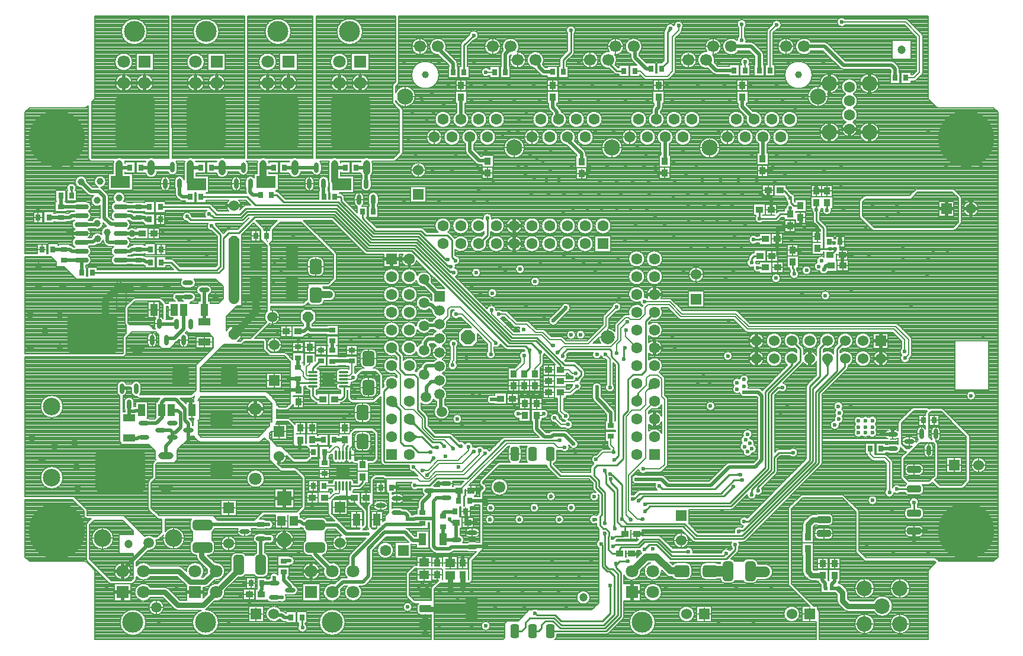
<source format=gbl>
G04*
G04 #@! TF.GenerationSoftware,Altium Limited,Altium Designer,19.1.8 (144)*
G04*
G04 Layer_Physical_Order=4*
G04 Layer_Color=16711680*
%FSLAX24Y24*%
%MOIN*%
G70*
G01*
G75*
%ADD12C,0.0071*%
%ADD13C,0.0098*%
%ADD14C,0.0079*%
%ADD20O,0.0591X0.0281*%
%ADD24O,0.0281X0.0591*%
%ADD36O,0.0800X0.0295*%
G04:AMPARAMS|DCode=39|XSize=86.6mil|YSize=68.9mil|CornerRadius=17.2mil|HoleSize=0mil|Usage=FLASHONLY|Rotation=90.000|XOffset=0mil|YOffset=0mil|HoleType=Round|Shape=RoundedRectangle|*
%AMROUNDEDRECTD39*
21,1,0.0866,0.0344,0,0,90.0*
21,1,0.0522,0.0689,0,0,90.0*
1,1,0.0344,0.0172,0.0261*
1,1,0.0344,0.0172,-0.0261*
1,1,0.0344,-0.0172,-0.0261*
1,1,0.0344,-0.0172,0.0261*
%
%ADD39ROUNDEDRECTD39*%
%ADD79C,0.0827*%
%ADD84C,0.0669*%
%ADD88C,0.0709*%
%ADD90C,0.0630*%
%ADD92C,0.0866*%
%ADD95C,0.0906*%
%ADD98R,0.0630X0.0630*%
%ADD101R,0.0394X0.0354*%
%ADD102R,0.0276X0.0354*%
%ADD103R,0.0354X0.0276*%
%ADD105R,0.0413X0.0689*%
%ADD106R,0.0571X0.0453*%
%ADD107R,0.0354X0.0394*%
%ADD112R,0.0453X0.0571*%
%ADD113C,0.0472*%
%ADD114C,0.0197*%
%ADD115C,0.0276*%
%ADD116C,0.0394*%
%ADD119C,0.0591*%
%ADD120P,0.0852X8X202.5*%
%ADD121C,0.0787*%
%ADD122C,0.1181*%
%ADD123R,0.0709X0.0709*%
%ADD124R,0.0630X0.0630*%
%ADD125C,0.0600*%
%ADD126R,0.0600X0.0600*%
%ADD127R,0.0600X0.0600*%
%ADD128P,0.0639X8X22.5*%
%ADD129C,0.0591*%
%ADD130R,0.0827X0.0827*%
%ADD131C,0.3150*%
%ADD132C,0.0984*%
%ADD133P,0.0639X8X292.5*%
%ADD134R,0.0591X0.0591*%
%ADD135C,0.0394*%
%ADD136C,0.0236*%
G04:AMPARAMS|DCode=170|XSize=110.2mil|YSize=59.1mil|CornerRadius=14.8mil|HoleSize=0mil|Usage=FLASHONLY|Rotation=0.000|XOffset=0mil|YOffset=0mil|HoleType=Round|Shape=RoundedRectangle|*
%AMROUNDEDRECTD170*
21,1,0.1102,0.0295,0,0,0.0*
21,1,0.0807,0.0591,0,0,0.0*
1,1,0.0295,0.0404,-0.0148*
1,1,0.0295,-0.0404,-0.0148*
1,1,0.0295,-0.0404,0.0148*
1,1,0.0295,0.0404,0.0148*
%
%ADD170ROUNDEDRECTD170*%
G04:AMPARAMS|DCode=171|XSize=86.6mil|YSize=68.9mil|CornerRadius=17.2mil|HoleSize=0mil|Usage=FLASHONLY|Rotation=180.000|XOffset=0mil|YOffset=0mil|HoleType=Round|Shape=RoundedRectangle|*
%AMROUNDEDRECTD171*
21,1,0.0866,0.0344,0,0,180.0*
21,1,0.0522,0.0689,0,0,180.0*
1,1,0.0344,-0.0261,0.0172*
1,1,0.0344,0.0261,0.0172*
1,1,0.0344,0.0261,-0.0172*
1,1,0.0344,-0.0261,-0.0172*
%
%ADD171ROUNDEDRECTD171*%
G04:AMPARAMS|DCode=172|XSize=78.7mil|YSize=47.2mil|CornerRadius=11.8mil|HoleSize=0mil|Usage=FLASHONLY|Rotation=90.000|XOffset=0mil|YOffset=0mil|HoleType=Round|Shape=RoundedRectangle|*
%AMROUNDEDRECTD172*
21,1,0.0787,0.0236,0,0,90.0*
21,1,0.0551,0.0472,0,0,90.0*
1,1,0.0236,0.0118,0.0276*
1,1,0.0236,0.0118,-0.0276*
1,1,0.0236,-0.0118,-0.0276*
1,1,0.0236,-0.0118,0.0276*
%
%ADD172ROUNDEDRECTD172*%
G04:AMPARAMS|DCode=173|XSize=110.2mil|YSize=59.1mil|CornerRadius=14.8mil|HoleSize=0mil|Usage=FLASHONLY|Rotation=270.000|XOffset=0mil|YOffset=0mil|HoleType=Round|Shape=RoundedRectangle|*
%AMROUNDEDRECTD173*
21,1,0.1102,0.0295,0,0,270.0*
21,1,0.0807,0.0591,0,0,270.0*
1,1,0.0295,-0.0148,-0.0404*
1,1,0.0295,-0.0148,0.0404*
1,1,0.0295,0.0148,0.0404*
1,1,0.0295,0.0148,-0.0404*
%
%ADD173ROUNDEDRECTD173*%
%ADD174O,0.0394X0.0846*%
G04:AMPARAMS|DCode=175|XSize=279.5mil|YSize=218.5mil|CornerRadius=10.9mil|HoleSize=0mil|Usage=FLASHONLY|Rotation=90.000|XOffset=0mil|YOffset=0mil|HoleType=Round|Shape=RoundedRectangle|*
%AMROUNDEDRECTD175*
21,1,0.2795,0.1967,0,0,90.0*
21,1,0.2577,0.2185,0,0,90.0*
1,1,0.0219,0.0983,0.1288*
1,1,0.0219,0.0983,-0.1288*
1,1,0.0219,-0.0983,-0.1288*
1,1,0.0219,-0.0983,0.1288*
%
%ADD175ROUNDEDRECTD175*%
%ADD176R,0.0709X0.1339*%
G04:AMPARAMS|DCode=177|XSize=128mil|YSize=90.6mil|CornerRadius=22.6mil|HoleSize=0mil|Usage=FLASHONLY|Rotation=270.000|XOffset=0mil|YOffset=0mil|HoleType=Round|Shape=RoundedRectangle|*
%AMROUNDEDRECTD177*
21,1,0.1280,0.0453,0,0,270.0*
21,1,0.0827,0.0906,0,0,270.0*
1,1,0.0453,-0.0226,-0.0413*
1,1,0.0453,-0.0226,0.0413*
1,1,0.0453,0.0226,0.0413*
1,1,0.0453,0.0226,-0.0413*
%
%ADD177ROUNDEDRECTD177*%
%ADD178O,0.0118X0.0571*%
%ADD179R,0.0728X0.0610*%
%ADD180O,0.0846X0.0394*%
G04:AMPARAMS|DCode=181|XSize=279.5mil|YSize=218.5mil|CornerRadius=10.9mil|HoleSize=0mil|Usage=FLASHONLY|Rotation=180.000|XOffset=0mil|YOffset=0mil|HoleType=Round|Shape=RoundedRectangle|*
%AMROUNDEDRECTD181*
21,1,0.2795,0.1967,0,0,180.0*
21,1,0.2577,0.2185,0,0,180.0*
1,1,0.0219,-0.1288,0.0983*
1,1,0.0219,0.1288,0.0983*
1,1,0.0219,0.1288,-0.0983*
1,1,0.0219,-0.1288,-0.0983*
%
%ADD181ROUNDEDRECTD181*%
G04:AMPARAMS|DCode=182|XSize=128mil|YSize=90.6mil|CornerRadius=22.6mil|HoleSize=0mil|Usage=FLASHONLY|Rotation=180.000|XOffset=0mil|YOffset=0mil|HoleType=Round|Shape=RoundedRectangle|*
%AMROUNDEDRECTD182*
21,1,0.1280,0.0453,0,0,180.0*
21,1,0.0827,0.0906,0,0,180.0*
1,1,0.0453,-0.0413,0.0226*
1,1,0.0453,0.0413,0.0226*
1,1,0.0453,0.0413,-0.0226*
1,1,0.0453,-0.0413,-0.0226*
%
%ADD182ROUNDEDRECTD182*%
%ADD183R,0.0217X0.0236*%
%ADD184O,0.0571X0.0118*%
%ADD185R,0.0610X0.0728*%
G04:AMPARAMS|DCode=186|XSize=41.3mil|YSize=68.9mil|CornerRadius=10.3mil|HoleSize=0mil|Usage=FLASHONLY|Rotation=90.000|XOffset=0mil|YOffset=0mil|HoleType=Round|Shape=RoundedRectangle|*
%AMROUNDEDRECTD186*
21,1,0.0413,0.0482,0,0,90.0*
21,1,0.0207,0.0689,0,0,90.0*
1,1,0.0207,0.0241,0.0103*
1,1,0.0207,0.0241,-0.0103*
1,1,0.0207,-0.0241,-0.0103*
1,1,0.0207,-0.0241,0.0103*
%
%ADD186ROUNDEDRECTD186*%
G04:AMPARAMS|DCode=187|XSize=41.3mil|YSize=68.9mil|CornerRadius=10.3mil|HoleSize=0mil|Usage=FLASHONLY|Rotation=90.000|XOffset=0mil|YOffset=0mil|HoleType=Round|Shape=RoundedRectangle|*
%AMROUNDEDRECTD187*
21,1,0.0413,0.0482,0,0,90.0*
21,1,0.0207,0.0689,0,0,90.0*
1,1,0.0207,0.0241,0.0103*
1,1,0.0207,0.0241,-0.0103*
1,1,0.0207,-0.0241,-0.0103*
1,1,0.0207,-0.0241,0.0103*
%
%ADD187ROUNDEDRECTD187*%
G04:AMPARAMS|DCode=188|XSize=133.9mil|YSize=68.9mil|CornerRadius=17.2mil|HoleSize=0mil|Usage=FLASHONLY|Rotation=90.000|XOffset=0mil|YOffset=0mil|HoleType=Round|Shape=RoundedRectangle|*
%AMROUNDEDRECTD188*
21,1,0.1339,0.0344,0,0,90.0*
21,1,0.0994,0.0689,0,0,90.0*
1,1,0.0344,0.0172,0.0497*
1,1,0.0344,0.0172,-0.0497*
1,1,0.0344,-0.0172,-0.0497*
1,1,0.0344,-0.0172,0.0497*
%
%ADD188ROUNDEDRECTD188*%
G04:AMPARAMS|DCode=189|XSize=78.7mil|YSize=39.4mil|CornerRadius=9.8mil|HoleSize=0mil|Usage=FLASHONLY|Rotation=0.000|XOffset=0mil|YOffset=0mil|HoleType=Round|Shape=RoundedRectangle|*
%AMROUNDEDRECTD189*
21,1,0.0787,0.0197,0,0,0.0*
21,1,0.0591,0.0394,0,0,0.0*
1,1,0.0197,0.0295,-0.0098*
1,1,0.0197,-0.0295,-0.0098*
1,1,0.0197,-0.0295,0.0098*
1,1,0.0197,0.0295,0.0098*
%
%ADD189ROUNDEDRECTD189*%
%ADD190R,0.0689X0.0413*%
%ADD191C,0.0315*%
%ADD192C,0.0295*%
%ADD193R,0.1083X0.0650*%
G36*
X-1058Y25506D02*
X-1063Y25498D01*
X-1068Y25490D01*
X-1072Y25481D01*
X-1075Y25472D01*
X-1078Y25462D01*
X-1080Y25451D01*
X-1082Y25441D01*
X-1083Y25429D01*
X-1083Y25417D01*
X-1181Y25408D01*
X-1182Y25420D01*
X-1183Y25432D01*
X-1185Y25442D01*
X-1187Y25453D01*
X-1190Y25462D01*
X-1194Y25471D01*
X-1199Y25479D01*
X-1204Y25487D01*
X-1210Y25493D01*
X-1217Y25500D01*
X-1052Y25513D01*
X-1058Y25506D01*
D02*
G37*
G36*
X1014Y22958D02*
X1008Y22948D01*
X1002Y22937D01*
X997Y22924D01*
X993Y22910D01*
X990Y22894D01*
X988Y22877D01*
X985Y22839D01*
X984Y22818D01*
X787Y22806D01*
X787Y22828D01*
X784Y22866D01*
X781Y22882D01*
X777Y22898D01*
X772Y22912D01*
X767Y22924D01*
X761Y22935D01*
X753Y22945D01*
X745Y22953D01*
X1021Y22967D01*
X1014Y22958D01*
D02*
G37*
G36*
X20092Y21142D02*
X20092Y21143D01*
X20090Y21144D01*
X20087Y21145D01*
X20084Y21146D01*
X20080Y21147D01*
X20074Y21147D01*
X20062Y21148D01*
X20045Y21148D01*
X20045Y21247D01*
X20117Y21248D01*
X20092Y21142D01*
D02*
G37*
G36*
X20273Y20775D02*
X20268Y20782D01*
X20262Y20789D01*
X20256Y20795D01*
X20248Y20800D01*
X20240Y20804D01*
X20231Y20808D01*
X20221Y20810D01*
X20211Y20812D01*
X20199Y20813D01*
X20187Y20814D01*
X20212Y20912D01*
X20224Y20912D01*
X20247Y20914D01*
X20257Y20916D01*
X20267Y20918D01*
X20277Y20921D01*
X20286Y20924D01*
X20294Y20927D01*
X20303Y20931D01*
X20310Y20936D01*
X20273Y20775D01*
D02*
G37*
G36*
X14680Y14828D02*
X14678Y14828D01*
X14675Y14828D01*
X14672Y14826D01*
X14668Y14824D01*
X14664Y14821D01*
X14659Y14818D01*
X14648Y14808D01*
X14634Y14795D01*
X14578Y14851D01*
X14585Y14857D01*
X14599Y14873D01*
X14602Y14878D01*
X14604Y14882D01*
X14606Y14885D01*
X14607Y14888D01*
X14607Y14891D01*
X14606Y14893D01*
X14680Y14828D01*
D02*
G37*
G36*
X17185Y13541D02*
X17191Y13458D01*
X17196Y13422D01*
X17202Y13389D01*
X17210Y13359D01*
X17220Y13332D01*
X17231Y13309D01*
X17244Y13289D01*
X17258Y13272D01*
X17189Y13202D01*
X17172Y13217D01*
X17152Y13229D01*
X17129Y13241D01*
X17102Y13250D01*
X17072Y13258D01*
X17039Y13265D01*
X17002Y13270D01*
X16920Y13275D01*
X16873Y13276D01*
X17185Y13587D01*
X17185Y13541D01*
D02*
G37*
G36*
X18179Y12541D02*
X18185Y12458D01*
X18190Y12422D01*
X18196Y12389D01*
X18204Y12359D01*
X18214Y12332D01*
X18225Y12309D01*
X18238Y12289D01*
X18253Y12272D01*
X18183Y12202D01*
X18166Y12217D01*
X18146Y12229D01*
X18123Y12241D01*
X18096Y12250D01*
X18066Y12258D01*
X18033Y12265D01*
X17996Y12270D01*
X17914Y12275D01*
X17867Y12276D01*
X18179Y12587D01*
X18179Y12541D01*
D02*
G37*
G36*
X18122Y11777D02*
X18184Y11722D01*
X18214Y11699D01*
X18242Y11681D01*
X18269Y11665D01*
X18294Y11653D01*
X18319Y11645D01*
X18342Y11640D01*
X18364Y11638D01*
Y11539D01*
X18342Y11538D01*
X18319Y11533D01*
X18294Y11524D01*
X18269Y11512D01*
X18242Y11497D01*
X18214Y11478D01*
X18184Y11455D01*
X18122Y11401D01*
X18089Y11368D01*
Y11809D01*
X18122Y11777D01*
D02*
G37*
G36*
X19760Y11206D02*
X19769Y11198D01*
X19778Y11192D01*
X19786Y11186D01*
X19795Y11182D01*
X19804Y11178D01*
X19814Y11175D01*
X19823Y11173D01*
X19832Y11172D01*
X19841Y11171D01*
X19724Y11054D01*
X19724Y11064D01*
X19723Y11073D01*
X19721Y11082D01*
X19718Y11091D01*
X19714Y11100D01*
X19709Y11109D01*
X19704Y11118D01*
X19697Y11127D01*
X19690Y11136D01*
X19682Y11144D01*
X19751Y11214D01*
X19760Y11206D01*
D02*
G37*
G36*
X20252Y11084D02*
X20260Y11078D01*
X20269Y11072D01*
X20278Y11067D01*
X20288Y11062D01*
X20298Y11059D01*
X20309Y11056D01*
X20320Y11054D01*
X20331Y11053D01*
X20343Y11053D01*
X20226Y10936D01*
X20226Y10948D01*
X20225Y10960D01*
X20223Y10971D01*
X20220Y10981D01*
X20217Y10991D01*
X20213Y11001D01*
X20208Y11011D01*
X20202Y11020D01*
X20195Y11028D01*
X20188Y11036D01*
X20243Y11092D01*
X20252Y11084D01*
D02*
G37*
G36*
X19345Y10911D02*
X19338Y10918D01*
X19331Y10923D01*
X19323Y10928D01*
X19314Y10933D01*
X19305Y10937D01*
X19295Y10940D01*
X19285Y10942D01*
X19274Y10944D01*
X19263Y10945D01*
X19251Y10945D01*
Y11043D01*
X19263Y11044D01*
X19274Y11045D01*
X19285Y11046D01*
X19295Y11049D01*
X19305Y11052D01*
X19314Y11055D01*
X19323Y11060D01*
X19331Y11065D01*
X19338Y11070D01*
X19345Y11077D01*
Y10911D01*
D02*
G37*
G36*
X18990Y10636D02*
X18984Y10642D01*
X18976Y10648D01*
X18968Y10653D01*
X18960Y10657D01*
X18951Y10661D01*
X18941Y10664D01*
X18931Y10666D01*
X18920Y10668D01*
X18908Y10669D01*
X18897Y10669D01*
Y10768D01*
X18908Y10768D01*
X18920Y10769D01*
X18931Y10771D01*
X18941Y10773D01*
X18951Y10776D01*
X18960Y10780D01*
X18968Y10784D01*
X18976Y10789D01*
X18984Y10795D01*
X18990Y10801D01*
Y10636D01*
D02*
G37*
G36*
X19241Y10266D02*
X19232Y10265D01*
X19222Y10264D01*
X19213Y10262D01*
X19204Y10259D01*
X19195Y10255D01*
X19186Y10251D01*
X19177Y10245D01*
X19168Y10239D01*
X19160Y10231D01*
X19151Y10223D01*
X19081Y10293D01*
X19089Y10301D01*
X19097Y10310D01*
X19103Y10319D01*
X19109Y10328D01*
X19114Y10337D01*
X19117Y10346D01*
X19120Y10355D01*
X19122Y10364D01*
X19124Y10373D01*
X19124Y10383D01*
X19241Y10266D01*
D02*
G37*
G36*
X18685Y9779D02*
X18694Y9772D01*
X18704Y9765D01*
X18713Y9760D01*
X18723Y9755D01*
X18732Y9751D01*
X18743Y9748D01*
X18753Y9746D01*
X18764Y9745D01*
X18775Y9744D01*
Y9665D01*
X18764Y9665D01*
X18753Y9664D01*
X18743Y9661D01*
X18732Y9658D01*
X18723Y9655D01*
X18713Y9650D01*
X18704Y9644D01*
X18694Y9638D01*
X18685Y9630D01*
X18677Y9622D01*
Y9787D01*
X18685Y9779D01*
D02*
G37*
G36*
X19025Y9540D02*
X19017Y9532D01*
X19011Y9523D01*
X19005Y9515D01*
X19000Y9505D01*
X18996Y9495D01*
X18992Y9485D01*
X18989Y9475D01*
X18988Y9464D01*
X18986Y9452D01*
X18986Y9440D01*
X18869Y9557D01*
X18881Y9557D01*
X18893Y9558D01*
X18904Y9560D01*
X18914Y9563D01*
X18925Y9566D01*
X18934Y9571D01*
X18944Y9576D01*
X18953Y9582D01*
X18961Y9588D01*
X18969Y9596D01*
X19025Y9540D01*
D02*
G37*
G36*
X20251Y6921D02*
X20250Y6912D01*
X20251Y6903D01*
X20252Y6894D01*
X20255Y6886D01*
X20259Y6877D01*
X20264Y6868D01*
X20270Y6859D01*
X20277Y6850D01*
X20285Y6842D01*
X20197Y6791D01*
X20188Y6799D01*
X20171Y6814D01*
X20162Y6820D01*
X20145Y6830D01*
X20137Y6835D01*
X20128Y6838D01*
X20120Y6841D01*
X20111Y6844D01*
X20252Y6930D01*
X20251Y6921D01*
D02*
G37*
G36*
X20627Y11185D02*
X20636Y11176D01*
X20645Y11169D01*
X20653Y11163D01*
X20661Y11159D01*
X20668Y11156D01*
X20675Y11154D01*
X20682Y11154D01*
X20689Y11155D01*
X20695Y11158D01*
X20700Y11162D01*
X20679Y11008D01*
X20575Y11098D01*
X20627Y11185D01*
D02*
G37*
G36*
X21161Y10851D02*
X21161Y10862D01*
X21160Y10873D01*
X21158Y10883D01*
X21154Y10894D01*
X21151Y10903D01*
X21146Y10913D01*
X21140Y10922D01*
X21134Y10932D01*
X21126Y10941D01*
X21118Y10949D01*
X21283D01*
X21275Y10941D01*
X21268Y10932D01*
X21261Y10922D01*
X21256Y10913D01*
X21251Y10903D01*
X21247Y10894D01*
X21244Y10883D01*
X21242Y10873D01*
X21241Y10862D01*
X21240Y10851D01*
X21161D01*
D02*
G37*
G36*
X21342Y10661D02*
X21349Y10670D01*
X21356Y10678D01*
X21362Y10687D01*
X21367Y10696D01*
X21371Y10706D01*
X21374Y10716D01*
X21376Y10727D01*
X21378Y10738D01*
X21378Y10749D01*
X21378Y10761D01*
X21500Y10650D01*
X21488Y10649D01*
X21477Y10647D01*
X21466Y10645D01*
X21455Y10642D01*
X21445Y10638D01*
X21435Y10634D01*
X21426Y10629D01*
X21417Y10623D01*
X21408Y10616D01*
X21400Y10609D01*
X21342Y10661D01*
D02*
G37*
G36*
X21761Y10651D02*
X21761Y10661D01*
X21760Y10672D01*
X21758Y10682D01*
X21756Y10693D01*
X21753Y10703D01*
X21750Y10714D01*
X21746Y10724D01*
X21735Y10746D01*
X21729Y10756D01*
X21889Y10714D01*
X21880Y10708D01*
X21871Y10702D01*
X21864Y10695D01*
X21858Y10687D01*
X21852Y10679D01*
X21848Y10670D01*
X21844Y10660D01*
X21842Y10650D01*
X21840Y10640D01*
X21840Y10628D01*
X21761Y10651D01*
D02*
G37*
G36*
X21999Y10568D02*
X22006Y10576D01*
X22013Y10585D01*
X22019Y10594D01*
X22024Y10603D01*
X22028Y10613D01*
X22032Y10623D01*
X22034Y10634D01*
X22036Y10645D01*
X22037Y10656D01*
X22037Y10668D01*
X22154Y10551D01*
X22142Y10551D01*
X22131Y10550D01*
X22120Y10548D01*
X22109Y10545D01*
X22099Y10542D01*
X22089Y10538D01*
X22080Y10533D01*
X22071Y10527D01*
X22063Y10520D01*
X22055Y10513D01*
X21999Y10568D01*
D02*
G37*
G36*
X28839Y5973D02*
X28838Y5985D01*
X28837Y5997D01*
X28836Y6007D01*
X28833Y6018D01*
X28830Y6027D01*
X28827Y6036D01*
X28822Y6045D01*
X28817Y6053D01*
X28811Y6060D01*
X28805Y6067D01*
X28970D01*
X28964Y6060D01*
X28958Y6053D01*
X28953Y6045D01*
X28949Y6036D01*
X28945Y6027D01*
X28942Y6018D01*
X28940Y6007D01*
X28938Y5997D01*
X28937Y5985D01*
X28937Y5973D01*
X28839D01*
D02*
G37*
G36*
X28927Y6899D02*
X28927Y6887D01*
X28930Y6865D01*
X28931Y6854D01*
X28934Y6844D01*
X28937Y6835D01*
X28940Y6826D01*
X28944Y6817D01*
X28949Y6809D01*
X28954Y6802D01*
X28791Y6829D01*
X28798Y6835D01*
X28804Y6841D01*
X28810Y6848D01*
X28815Y6856D01*
X28819Y6865D01*
X28823Y6874D01*
X28825Y6884D01*
X28827Y6894D01*
X28828Y6905D01*
X28829Y6918D01*
X28927Y6899D01*
D02*
G37*
G36*
X26151Y11437D02*
X26162Y11437D01*
X26174Y11438D01*
X26185Y11440D01*
X26195Y11442D01*
X26205Y11445D01*
X26214Y11449D01*
X26222Y11453D01*
X26230Y11458D01*
X26238Y11464D01*
X26244Y11470D01*
Y11305D01*
X26238Y11311D01*
X26230Y11317D01*
X26222Y11322D01*
X26214Y11327D01*
X26205Y11330D01*
X26195Y11333D01*
X26185Y11336D01*
X26174Y11337D01*
X26162Y11338D01*
X26151Y11339D01*
Y11437D01*
D02*
G37*
G36*
X28865Y9518D02*
X28865Y9530D01*
X28863Y9541D01*
X28861Y9552D01*
X28859Y9562D01*
X28855Y9571D01*
X28851Y9579D01*
X28846Y9586D01*
X28840Y9593D01*
X28833Y9599D01*
X28826Y9604D01*
X28987Y9641D01*
X28983Y9633D01*
X28979Y9625D01*
X28975Y9617D01*
X28972Y9607D01*
X28969Y9598D01*
X28967Y9588D01*
X28966Y9577D01*
X28964Y9555D01*
X28963Y9543D01*
X28865Y9518D01*
D02*
G37*
G36*
X24178Y12844D02*
X24167Y12844D01*
X24157Y12843D01*
X24146Y12841D01*
X24136Y12838D01*
X24126Y12834D01*
X24116Y12829D01*
X24107Y12823D01*
X24098Y12817D01*
X24089Y12809D01*
X24080Y12801D01*
Y12967D01*
X24089Y12958D01*
X24098Y12951D01*
X24107Y12944D01*
X24116Y12939D01*
X24126Y12934D01*
X24136Y12930D01*
X24146Y12927D01*
X24157Y12925D01*
X24167Y12924D01*
X24178Y12923D01*
Y12844D01*
D02*
G37*
G36*
X24587Y16269D02*
X24586Y16281D01*
X24585Y16292D01*
X24584Y16303D01*
X24581Y16313D01*
X24578Y16323D01*
X24575Y16332D01*
X24570Y16340D01*
X24565Y16348D01*
X24560Y16356D01*
X24553Y16363D01*
X24718D01*
X24712Y16356D01*
X24706Y16348D01*
X24701Y16340D01*
X24697Y16332D01*
X24693Y16323D01*
X24690Y16313D01*
X24688Y16303D01*
X24686Y16292D01*
X24685Y16281D01*
X24685Y16269D01*
X24587D01*
D02*
G37*
G36*
X25145Y16519D02*
X25154Y16511D01*
X25162Y16504D01*
X25171Y16497D01*
X25180Y16492D01*
X25189Y16487D01*
X25198Y16483D01*
X25207Y16480D01*
X25216Y16478D01*
X25226Y16477D01*
X25235Y16476D01*
X25118Y16359D01*
X25118Y16369D01*
X25117Y16378D01*
X25114Y16387D01*
X25112Y16396D01*
X25108Y16405D01*
X25103Y16414D01*
X25097Y16423D01*
X25091Y16432D01*
X25084Y16441D01*
X25075Y16450D01*
X25145Y16519D01*
D02*
G37*
G36*
X26377Y16440D02*
X26370Y16432D01*
X26363Y16423D01*
X26357Y16414D01*
X26352Y16405D01*
X26348Y16395D01*
X26344Y16385D01*
X26342Y16374D01*
X26340Y16363D01*
X26339Y16352D01*
X26339Y16340D01*
X26222Y16457D01*
X26234Y16457D01*
X26245Y16458D01*
X26256Y16460D01*
X26267Y16463D01*
X26277Y16466D01*
X26287Y16470D01*
X26296Y16475D01*
X26305Y16481D01*
X26313Y16488D01*
X26321Y16495D01*
X26377Y16440D01*
D02*
G37*
G36*
X22655Y17027D02*
X22663Y17019D01*
X22671Y17013D01*
X22680Y17007D01*
X22690Y17002D01*
X22699Y16998D01*
X22710Y16994D01*
X22720Y16991D01*
X22731Y16990D01*
X22743Y16988D01*
X22755Y16988D01*
X22638Y16871D01*
X22638Y16883D01*
X22636Y16895D01*
X22635Y16906D01*
X22632Y16916D01*
X22628Y16927D01*
X22624Y16936D01*
X22619Y16946D01*
X22613Y16955D01*
X22607Y16963D01*
X22599Y16971D01*
X22655Y17027D01*
D02*
G37*
G36*
X25830Y16834D02*
X25839Y16826D01*
X25847Y16820D01*
X25856Y16814D01*
X25864Y16811D01*
X25873Y16808D01*
X25882Y16807D01*
X25891Y16807D01*
X25900Y16809D01*
X25909Y16812D01*
X25918Y16816D01*
X25868Y16661D01*
X25863Y16670D01*
X25854Y16688D01*
X25848Y16696D01*
X25829Y16721D01*
X25822Y16729D01*
X25808Y16745D01*
X25830Y16834D01*
D02*
G37*
G36*
X22467Y18546D02*
X22466Y18557D01*
X22465Y18568D01*
X22463Y18578D01*
X22459Y18588D01*
X22455Y18598D01*
X22450Y18607D01*
X22445Y18617D01*
X22438Y18625D01*
X22430Y18634D01*
X22422Y18642D01*
X22587Y18650D01*
X22579Y18641D01*
X22572Y18632D01*
X22566Y18622D01*
X22560Y18613D01*
X22556Y18603D01*
X22552Y18593D01*
X22549Y18582D01*
X22547Y18572D01*
X22546Y18561D01*
X22545Y18550D01*
X22467Y18546D01*
D02*
G37*
G36*
X22215Y23729D02*
X22214Y23741D01*
X22213Y23753D01*
X22212Y23763D01*
X22209Y23774D01*
X22206Y23783D01*
X22203Y23792D01*
X22198Y23801D01*
X22193Y23809D01*
X22187Y23816D01*
X22181Y23823D01*
X22346D01*
X22340Y23816D01*
X22334Y23809D01*
X22329Y23801D01*
X22325Y23792D01*
X22321Y23783D01*
X22318Y23774D01*
X22316Y23763D01*
X22314Y23753D01*
X22313Y23741D01*
X22313Y23729D01*
X22215D01*
D02*
G37*
G36*
X29580Y10377D02*
X29572Y10368D01*
X29565Y10359D01*
X29558Y10350D01*
X29553Y10342D01*
X29548Y10333D01*
X29544Y10324D01*
X29541Y10314D01*
X29539Y10305D01*
X29538Y10296D01*
X29537Y10287D01*
X29420Y10404D01*
X29430Y10404D01*
X29439Y10405D01*
X29448Y10407D01*
X29457Y10410D01*
X29466Y10414D01*
X29475Y10419D01*
X29484Y10424D01*
X29493Y10431D01*
X29502Y10438D01*
X29511Y10446D01*
X29580Y10377D01*
D02*
G37*
G36*
X36412Y9386D02*
X36405Y9392D01*
X36397Y9398D01*
X36389Y9403D01*
X36381Y9407D01*
X36372Y9411D01*
X36362Y9414D01*
X36352Y9416D01*
X36341Y9418D01*
X36330Y9419D01*
X36318Y9419D01*
Y9518D01*
X36330Y9518D01*
X36341Y9519D01*
X36352Y9521D01*
X36362Y9523D01*
X36372Y9526D01*
X36381Y9530D01*
X36389Y9534D01*
X36397Y9539D01*
X36405Y9545D01*
X36412Y9551D01*
Y9386D01*
D02*
G37*
G36*
X36520Y9071D02*
X36513Y9077D01*
X36506Y9083D01*
X36498Y9088D01*
X36489Y9092D01*
X36480Y9096D01*
X36470Y9099D01*
X36460Y9101D01*
X36449Y9103D01*
X36438Y9104D01*
X36426Y9104D01*
Y9203D01*
X36438Y9203D01*
X36449Y9204D01*
X36460Y9206D01*
X36470Y9208D01*
X36480Y9211D01*
X36489Y9215D01*
X36498Y9219D01*
X36506Y9224D01*
X36513Y9230D01*
X36520Y9236D01*
Y9071D01*
D02*
G37*
G36*
X29289Y9121D02*
X29283Y9114D01*
X29278Y9106D01*
X29274Y9097D01*
X29270Y9088D01*
X29267Y9079D01*
X29265Y9068D01*
X29263Y9058D01*
X29262Y9046D01*
X29262Y9034D01*
X29163D01*
X29163Y9046D01*
X29162Y9058D01*
X29160Y9068D01*
X29158Y9079D01*
X29155Y9088D01*
X29151Y9097D01*
X29147Y9106D01*
X29142Y9114D01*
X29136Y9121D01*
X29130Y9128D01*
X29295D01*
X29289Y9121D01*
D02*
G37*
G36*
X32057Y8808D02*
X32059Y8799D01*
X32061Y8790D01*
X32064Y8781D01*
X32068Y8772D01*
X32072Y8763D01*
X32078Y8754D01*
X32084Y8745D01*
X32092Y8736D01*
X32100Y8728D01*
X32030Y8658D01*
X32022Y8666D01*
X32013Y8674D01*
X32004Y8680D01*
X31995Y8686D01*
X31986Y8690D01*
X31977Y8694D01*
X31968Y8697D01*
X31959Y8699D01*
X31949Y8700D01*
X31940Y8701D01*
X32057Y8818D01*
X32057Y8808D01*
D02*
G37*
G36*
X37530Y8723D02*
X37531Y8712D01*
X37533Y8701D01*
X37535Y8691D01*
X37539Y8682D01*
X37542Y8673D01*
X37547Y8665D01*
X37553Y8657D01*
X37559Y8650D01*
X37566Y8644D01*
X37401Y8630D01*
X37407Y8638D01*
X37412Y8645D01*
X37416Y8654D01*
X37420Y8663D01*
X37424Y8672D01*
X37426Y8682D01*
X37428Y8692D01*
X37430Y8703D01*
X37431Y8714D01*
X37431Y8726D01*
X37530Y8735D01*
X37530Y8723D01*
D02*
G37*
G36*
X36101Y8661D02*
X36092Y8661D01*
X36083Y8660D01*
X36073Y8658D01*
X36064Y8655D01*
X36055Y8651D01*
X36046Y8646D01*
X36037Y8641D01*
X36029Y8634D01*
X36020Y8627D01*
X36011Y8619D01*
X35942Y8688D01*
X35950Y8697D01*
X35957Y8706D01*
X35964Y8715D01*
X35969Y8723D01*
X35974Y8732D01*
X35978Y8741D01*
X35981Y8751D01*
X35983Y8760D01*
X35984Y8769D01*
X35984Y8778D01*
X36101Y8661D01*
D02*
G37*
G36*
X37185Y8493D02*
X37186Y8482D01*
X37188Y8471D01*
X37190Y8461D01*
X37193Y8451D01*
X37197Y8442D01*
X37201Y8433D01*
X37206Y8425D01*
X37212Y8418D01*
X37218Y8411D01*
X37053D01*
X37060Y8418D01*
X37065Y8425D01*
X37070Y8433D01*
X37075Y8442D01*
X37078Y8451D01*
X37081Y8461D01*
X37084Y8471D01*
X37085Y8482D01*
X37086Y8493D01*
X37087Y8505D01*
X37185D01*
X37185Y8493D01*
D02*
G37*
G36*
X30641Y8130D02*
X30549Y8030D01*
X30500Y8184D01*
X30507Y8181D01*
X30514Y8179D01*
X30522Y8178D01*
X30530Y8179D01*
X30538Y8181D01*
X30546Y8184D01*
X30555Y8188D01*
X30563Y8194D01*
X30572Y8201D01*
X30581Y8210D01*
X30641Y8130D01*
D02*
G37*
G36*
X30948Y8093D02*
X30940Y8085D01*
X30933Y8076D01*
X30926Y8067D01*
X30921Y8058D01*
X30916Y8049D01*
X30912Y8040D01*
X30909Y8031D01*
X30907Y8022D01*
X30906Y8012D01*
X30906Y8003D01*
X30789Y8120D01*
X30798Y8120D01*
X30807Y8122D01*
X30816Y8124D01*
X30825Y8127D01*
X30835Y8131D01*
X30843Y8135D01*
X30852Y8141D01*
X30861Y8147D01*
X30870Y8155D01*
X30879Y8163D01*
X30948Y8093D01*
D02*
G37*
G36*
X31172Y7897D02*
X31178Y7896D01*
X31196Y7895D01*
X31305Y7894D01*
X31320Y7795D01*
X31308Y7795D01*
X31297Y7794D01*
X31287Y7792D01*
X31278Y7789D01*
X31270Y7785D01*
X31263Y7781D01*
X31257Y7776D01*
X31252Y7770D01*
X31249Y7763D01*
X31246Y7756D01*
X31169Y7898D01*
X31172Y7897D01*
D02*
G37*
G36*
X31293Y7493D02*
X31285Y7484D01*
X31277Y7475D01*
X31271Y7467D01*
X31265Y7458D01*
X31260Y7449D01*
X31257Y7440D01*
X31254Y7431D01*
X31252Y7421D01*
X31250Y7412D01*
X31250Y7403D01*
X31133Y7520D01*
X31142Y7520D01*
X31152Y7521D01*
X31161Y7523D01*
X31170Y7526D01*
X31179Y7530D01*
X31188Y7535D01*
X31197Y7540D01*
X31206Y7547D01*
X31214Y7554D01*
X31223Y7562D01*
X31293Y7493D01*
D02*
G37*
G36*
X30242Y7078D02*
X30250Y7072D01*
X30259Y7066D01*
X30268Y7061D01*
X30278Y7057D01*
X30288Y7053D01*
X30299Y7050D01*
X30310Y7049D01*
X30322Y7048D01*
X30333Y7047D01*
X30217Y6930D01*
X30216Y6942D01*
X30215Y6954D01*
X30213Y6965D01*
X30211Y6975D01*
X30207Y6986D01*
X30203Y6995D01*
X30198Y7005D01*
X30192Y7014D01*
X30185Y7022D01*
X30178Y7030D01*
X30234Y7086D01*
X30242Y7078D01*
D02*
G37*
G36*
X30929Y6866D02*
X30921Y6874D01*
X30912Y6882D01*
X30903Y6888D01*
X30893Y6894D01*
X30884Y6899D01*
X30874Y6903D01*
X30864Y6906D01*
X30853Y6908D01*
X30843Y6909D01*
X30832Y6909D01*
Y6988D01*
X30843Y6989D01*
X30853Y6990D01*
X30864Y6992D01*
X30874Y6995D01*
X30884Y6999D01*
X30893Y7004D01*
X30903Y7009D01*
X30912Y7016D01*
X30921Y7023D01*
X30929Y7031D01*
Y6866D01*
D02*
G37*
G36*
X29449Y6602D02*
X29450Y6591D01*
X29452Y6581D01*
X29455Y6571D01*
X29459Y6562D01*
X29463Y6554D01*
X29468Y6547D01*
X29474Y6540D01*
X29481Y6534D01*
X29488Y6529D01*
X29328Y6488D01*
X29332Y6496D01*
X29336Y6504D01*
X29339Y6513D01*
X29342Y6522D01*
X29345Y6531D01*
X29347Y6541D01*
X29350Y6563D01*
X29350Y6574D01*
X29350Y6586D01*
X29449Y6614D01*
X29449Y6602D01*
D02*
G37*
G36*
X36457Y6377D02*
X36464Y6375D01*
X36471Y6374D01*
X36489Y6371D01*
X36508Y6369D01*
X36544Y6368D01*
X36596Y6270D01*
X36584Y6269D01*
X36573Y6268D01*
X36563Y6266D01*
X36554Y6263D01*
X36545Y6260D01*
X36538Y6255D01*
X36532Y6250D01*
X36526Y6244D01*
X36522Y6237D01*
X36519Y6230D01*
X36451Y6380D01*
X36457Y6377D01*
D02*
G37*
G36*
X29583Y4358D02*
X29576Y4352D01*
X29570Y4345D01*
X29565Y4337D01*
X29560Y4329D01*
X29556Y4320D01*
X29553Y4311D01*
X29550Y4301D01*
X29549Y4290D01*
X29548Y4279D01*
X29547Y4267D01*
X29449Y4276D01*
X29449Y4288D01*
X29448Y4299D01*
X29446Y4310D01*
X29444Y4320D01*
X29441Y4330D01*
X29438Y4339D01*
X29434Y4348D01*
X29429Y4357D01*
X29424Y4364D01*
X29418Y4372D01*
X29583Y4358D01*
D02*
G37*
G36*
X32584Y34452D02*
X32576Y34449D01*
X32567Y34446D01*
X32558Y34443D01*
X32550Y34439D01*
X32541Y34434D01*
X32533Y34428D01*
X32524Y34422D01*
X32507Y34407D01*
X32498Y34399D01*
X32411Y34451D01*
X32419Y34460D01*
X32426Y34469D01*
X32432Y34477D01*
X32437Y34486D01*
X32441Y34495D01*
X32444Y34504D01*
X32446Y34513D01*
X32446Y34522D01*
X32446Y34531D01*
X32444Y34539D01*
X32584Y34452D01*
D02*
G37*
G36*
X36847Y32586D02*
X36838Y32578D01*
X36830Y32570D01*
X36823Y32562D01*
X36817Y32553D01*
X36812Y32544D01*
X36808Y32534D01*
X36805Y32524D01*
X36803Y32514D01*
X36801Y32503D01*
X36801Y32492D01*
X36722Y32499D01*
X36722Y32510D01*
X36721Y32521D01*
X36719Y32531D01*
X36716Y32541D01*
X36712Y32552D01*
X36708Y32562D01*
X36703Y32571D01*
X36697Y32581D01*
X36690Y32591D01*
X36682Y32600D01*
X36847Y32586D01*
D02*
G37*
G36*
X29277Y32497D02*
X29207Y32427D01*
X29164Y32474D01*
X29255Y32518D01*
X29277Y32497D01*
D02*
G37*
G36*
X40837Y24536D02*
X40838Y24525D01*
X40840Y24514D01*
X40842Y24504D01*
X40845Y24494D01*
X40849Y24485D01*
X40853Y24477D01*
X40858Y24469D01*
X40864Y24461D01*
X40870Y24454D01*
X40705D01*
X40711Y24461D01*
X40717Y24469D01*
X40722Y24477D01*
X40726Y24485D01*
X40730Y24494D01*
X40733Y24504D01*
X40735Y24514D01*
X40737Y24525D01*
X40738Y24536D01*
X40738Y24548D01*
X40837D01*
X40837Y24536D01*
D02*
G37*
G36*
X41427Y24497D02*
X41428Y24486D01*
X41430Y24475D01*
X41433Y24465D01*
X41436Y24455D01*
X41439Y24446D01*
X41444Y24437D01*
X41449Y24429D01*
X41454Y24422D01*
X41461Y24415D01*
X41295D01*
X41302Y24422D01*
X41307Y24429D01*
X41312Y24437D01*
X41317Y24446D01*
X41320Y24455D01*
X41323Y24465D01*
X41326Y24475D01*
X41327Y24486D01*
X41328Y24497D01*
X41329Y24509D01*
X41427D01*
X41427Y24497D01*
D02*
G37*
G36*
X39371Y24342D02*
X39363Y24338D01*
X39356Y24333D01*
X39350Y24327D01*
X39345Y24320D01*
X39341Y24312D01*
X39337Y24303D01*
X39334Y24294D01*
X39332Y24284D01*
X39331Y24272D01*
X39331Y24260D01*
X39232Y24300D01*
X39232Y24312D01*
X39229Y24345D01*
X39228Y24355D01*
X39224Y24373D01*
X39221Y24382D01*
X39218Y24389D01*
X39215Y24397D01*
X39371Y24342D01*
D02*
G37*
G36*
X41750Y22596D02*
X41654Y22475D01*
X41653Y22482D01*
X41650Y22487D01*
X41647Y22493D01*
X41642Y22497D01*
X41636Y22501D01*
X41629Y22504D01*
X41620Y22507D01*
X41610Y22508D01*
X41599Y22509D01*
X41586Y22510D01*
X41613Y22608D01*
X41750Y22596D01*
D02*
G37*
G36*
X41766Y22083D02*
X41759Y22089D01*
X41752Y22095D01*
X41744Y22100D01*
X41735Y22104D01*
X41726Y22108D01*
X41716Y22111D01*
X41713Y22112D01*
X41709Y22111D01*
X41699Y22108D01*
X41690Y22104D01*
X41681Y22100D01*
X41673Y22095D01*
X41666Y22089D01*
X41659Y22083D01*
Y22248D01*
X41666Y22242D01*
X41673Y22236D01*
X41681Y22231D01*
X41690Y22227D01*
X41699Y22223D01*
X41709Y22220D01*
X41713Y22219D01*
X41716Y22220D01*
X41726Y22223D01*
X41735Y22227D01*
X41744Y22231D01*
X41752Y22236D01*
X41759Y22242D01*
X41766Y22248D01*
Y22083D01*
D02*
G37*
G36*
X41490D02*
X41484Y22089D01*
X41476Y22095D01*
X41468Y22100D01*
X41460Y22104D01*
X41451Y22108D01*
X41441Y22111D01*
X41431Y22113D01*
X41420Y22115D01*
X41409Y22116D01*
X41397Y22116D01*
Y22215D01*
X41409Y22215D01*
X41420Y22216D01*
X41431Y22218D01*
X41441Y22220D01*
X41451Y22223D01*
X41460Y22227D01*
X41468Y22231D01*
X41476Y22236D01*
X41484Y22242D01*
X41490Y22248D01*
Y22083D01*
D02*
G37*
G36*
X37202Y21540D02*
X37202Y21528D01*
X37204Y21505D01*
X37205Y21495D01*
X37208Y21485D01*
X37210Y21475D01*
X37213Y21466D01*
X37217Y21458D01*
X37221Y21449D01*
X37225Y21442D01*
X37064Y21479D01*
X37072Y21484D01*
X37078Y21490D01*
X37084Y21496D01*
X37089Y21504D01*
X37093Y21512D01*
X37097Y21521D01*
X37100Y21531D01*
X37102Y21541D01*
X37103Y21553D01*
X37103Y21565D01*
X37202Y21540D01*
D02*
G37*
G36*
X37572Y21179D02*
X37579Y21173D01*
X37587Y21168D01*
X37595Y21164D01*
X37605Y21160D01*
X37614Y21157D01*
X37624Y21155D01*
X37635Y21153D01*
X37647Y21152D01*
X37659Y21152D01*
Y21053D01*
X37647Y21053D01*
X37635Y21052D01*
X37624Y21050D01*
X37614Y21048D01*
X37605Y21045D01*
X37595Y21041D01*
X37587Y21037D01*
X37579Y21032D01*
X37572Y21026D01*
X37565Y21020D01*
Y21185D01*
X37572Y21179D01*
D02*
G37*
G36*
X39486Y15700D02*
X39480Y15696D01*
X39474Y15690D01*
X39469Y15683D01*
X39464Y15674D01*
X39461Y15664D01*
X39458Y15653D01*
X39456Y15641D01*
X39455Y15627D01*
X39455Y15612D01*
X39356D01*
X39356Y15627D01*
X39355Y15640D01*
X39353Y15652D01*
X39350Y15663D01*
X39346Y15672D01*
X39342Y15680D01*
X39337Y15687D01*
X39331Y15693D01*
X39324Y15697D01*
X39317Y15700D01*
X39494Y15703D01*
X39486Y15700D01*
D02*
G37*
G36*
X41584Y15746D02*
X41533Y15686D01*
X41512Y15658D01*
X41494Y15631D01*
X41480Y15605D01*
X41469Y15580D01*
X41461Y15557D01*
X41456Y15534D01*
X41455Y15513D01*
X41356Y15511D01*
X41355Y15533D01*
X41350Y15555D01*
X41342Y15579D01*
X41330Y15603D01*
X41316Y15629D01*
X41298Y15655D01*
X41277Y15682D01*
X41252Y15711D01*
X41194Y15770D01*
X41614Y15778D01*
X41584Y15746D01*
D02*
G37*
G36*
X31660Y14278D02*
X31611Y14277D01*
X31487Y14268D01*
X31453Y14262D01*
X31422Y14254D01*
X31395Y14246D01*
X31372Y14235D01*
X31352Y14223D01*
X31337Y14210D01*
X31281Y14266D01*
X31294Y14282D01*
X31306Y14301D01*
X31316Y14324D01*
X31325Y14351D01*
X31333Y14382D01*
X31339Y14416D01*
X31343Y14454D01*
X31348Y14540D01*
X31348Y14589D01*
X31660Y14278D01*
D02*
G37*
G36*
X30796Y14001D02*
X30799Y13978D01*
X30804Y13956D01*
X30811Y13934D01*
X30819Y13912D01*
X30830Y13891D01*
X30842Y13870D01*
X30857Y13849D01*
X30873Y13828D01*
X30891Y13808D01*
X30597Y13898D01*
X30620Y13904D01*
X30640Y13912D01*
X30658Y13921D01*
X30673Y13931D01*
X30687Y13943D01*
X30697Y13956D01*
X30706Y13971D01*
X30712Y13987D01*
X30715Y14004D01*
X30717Y14024D01*
X30795D01*
X30796Y14001D01*
D02*
G37*
G36*
X29400Y10890D02*
X29401Y10879D01*
X29404Y10869D01*
X29407Y10858D01*
X29410Y10849D01*
X29415Y10839D01*
X29421Y10829D01*
X29427Y10820D01*
X29435Y10811D01*
X29443Y10803D01*
X29278D01*
X29286Y10811D01*
X29293Y10820D01*
X29300Y10829D01*
X29305Y10839D01*
X29310Y10849D01*
X29314Y10858D01*
X29317Y10869D01*
X29319Y10879D01*
X29320Y10890D01*
X29321Y10901D01*
X29400D01*
X29400Y10890D01*
D02*
G37*
D12*
X38169Y34390D02*
X38543Y34764D01*
X38169Y32195D02*
Y34390D01*
D13*
X29941Y15955D02*
Y16535D01*
X30000Y16594D01*
X36722Y6831D02*
X36969D01*
X40404Y10266D01*
Y14409D01*
X29498Y4439D02*
X29535D01*
X29703Y4606D01*
X30177D01*
X28661Y5561D02*
X28730Y5492D01*
Y4295D02*
Y5492D01*
Y4295D02*
X29010Y4016D01*
X29144D01*
X29409Y3750D01*
X29301Y5876D02*
X29338D01*
X29466Y6004D01*
X29872D01*
X30000Y6132D01*
X29350Y5433D02*
X29459Y5541D01*
X42387Y15972D02*
X42406Y15990D01*
X29075Y5236D02*
Y5970D01*
Y5236D02*
X29291Y5020D01*
X29114Y6009D02*
Y6245D01*
X29075Y5970D02*
X29114Y6009D01*
X41406Y15126D02*
Y15990D01*
X29459Y5541D02*
X30752D01*
X31047Y5837D01*
X31912D01*
X32621Y5128D01*
X33583D01*
X25787Y10604D02*
X25797Y10594D01*
X36211Y5221D02*
Y5522D01*
X35714Y4724D02*
X36211Y5221D01*
X32579Y4724D02*
X35714D01*
X31781Y5522D02*
X32579Y4724D01*
X35551Y4882D02*
X35699Y5030D01*
X32644Y4882D02*
X35551D01*
X31847Y5679D02*
X32644Y4882D01*
X31112Y5679D02*
X31847D01*
X30817Y5384D02*
X31112Y5679D01*
X29803Y5384D02*
X30817D01*
X29705Y5285D02*
X29803Y5384D01*
X29705Y5020D02*
Y5285D01*
Y5020D02*
X29705Y5020D01*
X31368Y5522D02*
X31781D01*
X31093Y5246D02*
X31368Y5522D01*
X24951Y1663D02*
X25059Y1555D01*
X26081D01*
X26416Y1220D01*
X28750D01*
X29175Y1645D01*
Y3238D01*
X29291Y5020D02*
X29705D01*
X28923Y6437D02*
X29114Y6245D01*
X28770Y6437D02*
X28923D01*
X28593Y6614D02*
X28770Y6437D01*
X28593Y6614D02*
Y7106D01*
X28720Y7234D01*
Y8389D01*
X28386Y8724D02*
X28720Y8389D01*
X28386Y8724D02*
Y9069D01*
X28055Y9400D02*
X28386Y9069D01*
X26368Y9400D02*
X28055D01*
X25797Y9970D02*
X26368Y9400D01*
X25797Y9970D02*
Y10594D01*
X25787Y10604D02*
X25805Y10622D01*
X29843Y6949D02*
Y8902D01*
X29306Y9439D02*
X29843Y8902D01*
Y6949D02*
X29862D01*
X30108Y6703D01*
X33346D01*
X18337Y13083D02*
X18740Y12679D01*
X18337Y13083D02*
Y14911D01*
X18150Y15098D02*
X18337Y14911D01*
X17638Y15098D02*
X18150D01*
X17350Y15386D02*
X17638Y15098D01*
X17350Y15386D02*
Y16112D01*
X28435Y10000D02*
X29537D01*
X28258Y9823D02*
X28435Y10000D01*
X28258Y9419D02*
Y9823D01*
Y9419D02*
X28543Y9134D01*
Y8789D02*
Y9134D01*
Y8789D02*
X28878Y8455D01*
X32077Y32343D02*
X32402Y32668D01*
X32077Y32303D02*
Y32343D01*
X32402Y32668D02*
Y34372D01*
X32559Y34530D01*
Y34567D01*
X29242Y32461D02*
Y32462D01*
X29065Y32639D02*
X29242Y32462D01*
X29065Y32639D02*
Y32793D01*
X29242Y32461D02*
X29528Y32175D01*
X29951D01*
X26535Y32116D02*
Y32805D01*
X26969Y33238D01*
Y34449D01*
X20954Y32106D02*
Y33632D01*
X10817Y24783D02*
X13864D01*
X10394Y25207D02*
X10817Y24783D01*
X10108Y25207D02*
X10394D01*
X13967Y25108D02*
X14035Y25039D01*
Y24835D02*
Y25039D01*
Y24835D02*
X15859Y23012D01*
X13671Y25108D02*
X13967D01*
X40972Y16556D02*
X41406Y16990D01*
X29498Y4213D02*
Y4439D01*
Y4213D02*
X29764Y3947D01*
Y1486D02*
Y3947D01*
X29596Y1542D02*
Y3883D01*
X29306Y4173D02*
X29596Y3883D01*
X29075Y4173D02*
X29306D01*
X28888Y4360D02*
X29075Y4173D01*
X28888Y4360D02*
Y6152D01*
X29232Y16114D02*
Y16427D01*
X29647Y10513D02*
Y15700D01*
X29232Y16114D02*
X29647Y15700D01*
X29279Y9439D02*
X29306D01*
X29211Y9508D02*
X29279Y9439D01*
X29173Y9508D02*
X29211D01*
X27156Y15630D02*
X27539Y15246D01*
X26591Y15630D02*
X27156D01*
X25055Y17165D02*
X26591Y15630D01*
X27539Y15049D02*
Y15246D01*
X28947Y8947D02*
Y9475D01*
X28914Y9507D02*
X28947Y9475D01*
X28914Y9507D02*
Y9678D01*
X28888Y9705D02*
X28914Y9678D01*
X29537Y10000D02*
X29911Y10374D01*
Y12805D01*
X29213Y9016D02*
X29557Y8671D01*
X29213Y9016D02*
Y9213D01*
X28947Y8947D02*
X29400Y8494D01*
X41929Y16513D02*
X42406Y16990D01*
X29419Y10285D02*
X29647Y10513D01*
X36156Y9154D02*
X36604D01*
X35408Y8406D02*
X36156Y9154D01*
X30846Y8406D02*
X35408D01*
X35571Y8248D02*
X36102Y8780D01*
X31033Y8248D02*
X35571D01*
X7254Y21191D02*
Y22943D01*
X6752Y23445D02*
X7254Y22943D01*
X6720Y24035D02*
X6781D01*
X6642Y24114D02*
X6720Y24035D01*
X6604Y24114D02*
X6642D01*
X6781Y24035D02*
X6880Y23937D01*
X5364Y23976D02*
X5561Y23780D01*
X7037Y20974D02*
X7254Y21191D01*
X4892Y20974D02*
X7037D01*
X4459Y21407D02*
X4892Y20974D01*
X3907Y21407D02*
X4459D01*
X9175Y23949D02*
X13586D01*
X8287Y23061D02*
X9175Y23949D01*
X7717Y23061D02*
X8287D01*
X7411Y22756D02*
X7717Y23061D01*
X7411Y21073D02*
Y22756D01*
X7156Y20817D02*
X7411Y21073D01*
X39Y20817D02*
X7156D01*
X20148Y11594D02*
X20669Y11073D01*
X20778D01*
X19278Y11594D02*
X20148D01*
X23248Y11388D02*
X26329D01*
X21132Y9272D02*
X23248Y11388D01*
X19419Y9272D02*
X21132D01*
X19006Y8858D02*
X19419Y9272D01*
X20128Y6929D02*
Y6959D01*
X28858Y6732D02*
X28878Y6752D01*
X39406Y15612D02*
Y15990D01*
X33346Y6703D02*
X34035Y6014D01*
X30000Y6545D02*
X33258D01*
X29990Y6555D02*
X30000Y6545D01*
X33258D02*
X33947Y5856D01*
X30443Y8081D02*
X30522D01*
X30846Y8406D01*
X19163Y10994D02*
X19429D01*
X18569Y11589D02*
X19163Y10994D01*
X17864Y11589D02*
X18569D01*
X18740Y12132D02*
X19278Y11594D01*
X19616Y11280D02*
X19843Y11053D01*
X19175Y11280D02*
X19616D01*
X17864Y12591D02*
X19175Y11280D01*
X18740Y12132D02*
Y12679D01*
X20128Y6929D02*
X20276Y6781D01*
X20482D01*
X20492Y6772D01*
X31191Y7844D02*
X35903D01*
X37923Y9865D01*
X31132Y7785D02*
X31191Y7844D01*
X26496Y16122D02*
X26506Y16112D01*
X26496Y16122D02*
Y16270D01*
X26752Y16526D01*
X29134D01*
X29232Y16427D01*
X31939Y8819D02*
X32106Y8652D01*
X35069D01*
X35886Y9469D01*
X36496D01*
X37480Y8563D02*
X37490Y8553D01*
X37480Y8563D02*
Y8754D01*
X38396Y9669D01*
Y10433D01*
X38661Y10699D01*
X39469D01*
X38238Y14000D02*
X38599Y14360D01*
X38868D01*
X38238Y9734D02*
Y14000D01*
X37136Y8632D02*
X38238Y9734D01*
X35968Y7687D02*
X38081Y9799D01*
Y14065D01*
X31417Y7687D02*
X35968D01*
X37923Y9865D02*
Y14130D01*
X37136Y8327D02*
Y8632D01*
X28884Y829D02*
X29596Y1542D01*
X29409Y1577D02*
Y3750D01*
X28819Y987D02*
X29409Y1577D01*
X28949Y672D02*
X29764Y1486D01*
X29400Y6457D02*
X29429Y6427D01*
X29400Y6457D02*
Y8494D01*
X36407Y6270D02*
X36457Y6319D01*
X36679D01*
X31161Y15325D02*
Y18093D01*
X31663Y18594D01*
X30935Y15098D02*
X31161Y15325D01*
X30463Y15098D02*
X30935D01*
X30177Y14813D02*
X30463Y15098D01*
X30177Y13071D02*
Y14813D01*
X29911Y12805D02*
X30177Y13071D01*
X28878Y6752D02*
Y8455D01*
X29823Y6555D02*
X29990D01*
Y6142D02*
Y6555D01*
Y6142D02*
X30000Y6132D01*
X29557Y6821D02*
Y8671D01*
Y6821D02*
X29823Y6555D01*
X33947Y5856D02*
X36662D01*
X34035Y6014D02*
X36597D01*
X30787Y8002D02*
X31033Y8248D01*
X31132Y7402D02*
X31417Y7687D01*
X36662Y5856D02*
X40915Y10109D01*
Y14055D02*
X42387Y15527D01*
X40915Y10109D02*
Y14055D01*
X40728Y10145D02*
Y14094D01*
X40571Y10210D02*
Y14291D01*
X36597Y6014D02*
X40728Y10145D01*
Y14094D02*
X41929Y15295D01*
X40571Y14291D02*
X41406Y15126D01*
X36679Y6319D02*
X40571Y10210D01*
X23805Y672D02*
X23827Y650D01*
X26427Y987D02*
X28819D01*
X26016Y1398D02*
X26427Y987D01*
X24656Y1398D02*
X26016D01*
X24390Y1132D02*
X24656Y1398D01*
X24390Y856D02*
Y1132D01*
X24183Y650D02*
X24390Y856D01*
X23827Y650D02*
X24183D01*
X26361Y829D02*
X28884D01*
X25950Y1240D02*
X26361Y829D01*
X25541Y1240D02*
X25950D01*
X25315Y1014D02*
X25541Y1240D01*
X25315Y837D02*
Y1014D01*
X25148Y669D02*
X25315Y837D01*
X24807Y669D02*
X25148D01*
X24805Y672D02*
X24807Y669D01*
X25805Y672D02*
X28949D01*
X18189Y8858D02*
X19006D01*
X16870Y16593D02*
X17350Y16112D01*
X19024Y10165D02*
X19242Y10384D01*
X16510Y10165D02*
X19024D01*
X16447Y10229D02*
X16510Y10165D01*
X16447Y10229D02*
Y14167D01*
X16870Y14591D01*
X18366Y10718D02*
X19075D01*
X18002Y11083D02*
X18366Y10718D01*
X46270Y7293D02*
X46280Y7283D01*
X46270Y7293D02*
Y7904D01*
X45305Y8642D02*
X45310Y8647D01*
X46275D01*
X46280Y8652D01*
X17559Y11083D02*
X18002D01*
X17362Y11280D02*
X17559Y11083D01*
X17362Y11280D02*
Y13098D01*
X16870Y13591D02*
X17362Y13098D01*
X11831Y1112D02*
X11834Y1109D01*
Y883D02*
Y1109D01*
Y883D02*
X11860Y856D01*
X11831Y1112D02*
Y1437D01*
X18789Y22913D02*
X20000D01*
X18533Y23169D02*
X18789Y22913D01*
X15955Y23169D02*
X18533D01*
X18454Y23012D02*
X19894Y21572D01*
X15859Y23012D02*
X18454D01*
X18388Y22854D02*
X20045Y21198D01*
X15794Y22854D02*
X18388D01*
X18323Y22697D02*
X20157Y20863D01*
X15728Y22697D02*
X18323D01*
X18258Y22539D02*
X23632Y17165D01*
X15663Y22539D02*
X18258D01*
X18211Y22362D02*
X23565Y17008D01*
X15618Y22362D02*
X18211D01*
X18146Y22205D02*
X23500Y16850D01*
X15552Y22205D02*
X18146D01*
X23500Y16850D02*
X24744D01*
X23565Y17008D02*
X24990D01*
X23632Y17165D02*
X25055D01*
X20157Y20863D02*
X20348D01*
X20045Y21198D02*
X20180D01*
X19894Y21572D02*
X20013D01*
X20266Y21703D02*
X20463Y21506D01*
X20266Y21703D02*
Y22648D01*
X20000Y22913D02*
X20266Y22648D01*
X20013Y21572D02*
X20039Y21545D01*
X20180Y21198D02*
X20207Y21171D01*
X20348Y20863D02*
X20374Y20837D01*
X24744Y16850D02*
X25236Y16358D01*
X24990Y17008D02*
X26378Y15620D01*
X24390Y16693D02*
X24636Y16447D01*
X23364Y16693D02*
X24390D01*
X18010Y22047D02*
X23364Y16693D01*
X27313Y14823D02*
X27539Y15049D01*
X26378Y15354D02*
X26388Y15344D01*
X26378Y15354D02*
Y15620D01*
X15487Y22047D02*
X18010D01*
X13864Y24783D02*
X15794Y22854D01*
X13799Y24626D02*
X15728Y22697D01*
X13764Y24439D02*
X15663Y22539D01*
X13716Y24264D02*
X15618Y22362D01*
X13586Y23949D02*
X15487Y22047D01*
X6594Y24518D02*
X7018Y24094D01*
X3858Y24518D02*
X6594D01*
X5561Y23780D02*
X8467D01*
X13651Y24106D02*
X15552Y22205D01*
X8794Y24106D02*
X13651D01*
X8467Y23780D02*
X8794Y24106D01*
X-1142Y25591D02*
X-1132Y25581D01*
Y25157D02*
Y25581D01*
X6880Y23937D02*
X8402D01*
X7018Y24094D02*
X8337D01*
X8728Y24264D02*
X13716D01*
X8402Y23937D02*
X8728Y24264D01*
X8681Y24439D02*
X13764D01*
X8337Y24094D02*
X8681Y24439D01*
X9213Y24626D02*
X13799D01*
X8750Y25089D02*
X9213Y24626D01*
X6151Y25089D02*
X8750D01*
X15227Y23897D02*
X15955Y23169D01*
X15227Y23897D02*
Y24252D01*
X24341Y15157D02*
X24636Y15453D01*
X24341Y15138D02*
Y15157D01*
X24636Y15453D02*
Y16447D01*
X21766Y22451D02*
X21791D01*
X22264Y22923D01*
Y23907D01*
X19764Y6516D02*
X19764Y6516D01*
X14183Y14429D02*
X14184D01*
X14665D02*
X14675Y14419D01*
X14184Y14429D02*
X14665D01*
X14193Y13848D02*
Y14420D01*
X14184Y14429D02*
X14193Y14420D01*
X14045Y13701D02*
X14193Y13848D01*
X13681Y13701D02*
X14045D01*
X12677Y13681D02*
X12992D01*
X13012Y13701D01*
X12451Y13907D02*
X12677Y13681D01*
X12451Y13907D02*
Y14429D01*
X12845Y15847D02*
X12904D01*
X12451Y15453D02*
X12845Y15847D01*
X12451Y15217D02*
Y15453D01*
X11619Y14596D02*
X11649Y14626D01*
X12451D01*
X15049Y8819D02*
X15246Y9016D01*
Y9341D01*
X14537Y8819D02*
X15049D01*
X14341Y8209D02*
X14400Y8150D01*
X14341Y8209D02*
Y8819D01*
X37283Y21762D02*
X37608D01*
X37152Y21631D02*
X37283Y21762D01*
X37152Y21404D02*
Y21631D01*
X37126Y21378D02*
X37152Y21404D01*
X41798Y22165D02*
X41824Y22139D01*
X39124Y25236D02*
X39311Y25049D01*
Y25030D02*
Y25049D01*
X39523Y24582D02*
X39887D01*
X39337Y24767D02*
X39523Y24582D01*
X39281Y24183D02*
Y24459D01*
X39337Y24767D02*
Y25003D01*
X39252Y24154D02*
X39281Y24183D01*
X37559Y23858D02*
Y24370D01*
X41220Y22165D02*
X41575D01*
X40866D02*
X41220D01*
X41181Y22205D02*
X41220Y22165D01*
X41181Y22205D02*
Y23317D01*
X40787Y23711D02*
X41181Y23317D01*
X40787Y23711D02*
Y24370D01*
X41575Y22165D02*
X41798D01*
X41824Y22060D02*
Y22139D01*
X41575Y21811D02*
X41824Y22060D01*
X41555Y21811D02*
X41575D01*
X40846Y22185D02*
X40866Y22165D01*
X37579Y23868D02*
X38494D01*
X37569D02*
X37579D01*
X37559Y23858D02*
X37569Y23868D01*
X38494D02*
X38740Y24114D01*
X39291D01*
X39311Y25030D02*
X39337Y25003D01*
X38730Y25453D02*
X38762Y25421D01*
X38976D01*
X39124Y25274D01*
Y25236D02*
Y25274D01*
X37559Y24370D02*
X37559Y24370D01*
X37480Y21102D02*
X37904D01*
X37923Y21122D01*
X37480Y21102D02*
X37520Y21142D01*
X42387Y15527D02*
Y15972D01*
X41929Y15295D02*
Y16513D01*
X40404Y14409D02*
X40972Y14978D01*
Y16556D01*
X37923Y14130D02*
X39406Y15612D01*
Y16990D02*
X39872Y16523D01*
Y15856D02*
Y16523D01*
X38081Y14065D02*
X39872Y15856D01*
X16260Y7720D02*
X16263Y7717D01*
X16260Y8701D02*
Y8740D01*
X20954Y33632D02*
X21496Y34173D01*
X20954Y32106D02*
X20974Y32087D01*
X41555Y21811D02*
X41575Y21831D01*
X39449Y21063D02*
X39501Y21011D01*
Y20774D02*
Y21011D01*
Y20774D02*
X39528Y20748D01*
X39449Y21063D02*
Y21417D01*
X37244Y22677D02*
X37559D01*
X37598Y22717D01*
X37894D01*
X39252Y24154D02*
X39291Y24114D01*
X39759Y24710D02*
X39887Y24582D01*
X40787Y24743D02*
X40788Y24744D01*
X40787Y24370D02*
Y24743D01*
X41378Y24743D02*
X41379Y24744D01*
X41378Y24331D02*
Y24743D01*
X41506Y22559D02*
X41693D01*
X41772Y22480D01*
X41772D01*
D14*
X46762Y34134D02*
G03*
X46710Y34259I-177J0D01*
G01*
X46762Y34134D02*
G03*
X46710Y34259I-177J0D01*
G01*
Y31961D02*
G03*
X46762Y32087I-125J125D01*
G01*
X46710Y31961D02*
G03*
X46762Y32087I-125J125D01*
G01*
X45923Y35047D02*
G03*
X45797Y35098I-125J-125D01*
G01*
X45923Y35047D02*
G03*
X45797Y35098I-125J-125D01*
G01*
X45443Y32283D02*
G03*
X45374Y32450I-236J0D01*
G01*
X45443Y32283D02*
G03*
X45374Y32450I-236J0D01*
G01*
X45157Y32667D02*
G03*
X44990Y32736I-167J-167D01*
G01*
X45157Y32667D02*
G03*
X44990Y32736I-167J-167D01*
G01*
X42389Y35098D02*
G03*
X42389Y34744I-185J-177D01*
G01*
X41419Y33709D02*
G03*
X41252Y33778I-167J-167D01*
G01*
X41419Y33709D02*
G03*
X41252Y33778I-167J-167D01*
G01*
X42126Y32333D02*
G03*
X42293Y32264I167J167D01*
G01*
X42126Y32333D02*
G03*
X42293Y32264I167J167D01*
G01*
X46280Y31604D02*
G03*
X46405Y31656I0J177D01*
G01*
X46280Y31604D02*
G03*
X46405Y31656I0J177D01*
G01*
X47057Y30679D02*
G03*
X47112Y30547I187J0D01*
G01*
X47057Y30679D02*
G03*
X47112Y30547I187J0D01*
G01*
X44311Y31467D02*
G03*
X44311Y31467I-551J0D01*
G01*
X47506Y30153D02*
G03*
X47638Y30098I132J132D01*
G01*
X47506Y30153D02*
G03*
X47638Y30098I132J132D01*
G01*
X44311Y28711D02*
G03*
X44311Y28711I-551J0D01*
G01*
X42861Y30876D02*
G03*
X43091Y31270I-224J394D01*
G01*
D02*
G03*
X42414Y30876I-453J0D01*
G01*
X42861Y30089D02*
G03*
X43091Y30482I-224J394D01*
G01*
D02*
G03*
X42861Y30876I-453J0D01*
G01*
X42414D02*
G03*
X42414Y30089I224J-394D01*
G01*
X42067Y31467D02*
G03*
X40992Y31294I-551J0D01*
G01*
X41409Y30926D02*
G03*
X42067Y31467I107J541D01*
G01*
X41441Y30736D02*
G03*
X41409Y30926I-571J0D01*
G01*
X42841Y29290D02*
G03*
X43091Y29695I-203J405D01*
G01*
D02*
G03*
X42861Y30089I-453J0D01*
G01*
X43071Y28907D02*
G03*
X42841Y29290I-433J0D01*
G01*
X42414Y30089D02*
G03*
X42435Y29290I224J-394D01*
G01*
D02*
G03*
X43071Y28907I203J-383D01*
G01*
X42067Y28711D02*
G03*
X42067Y28711I-551J0D01*
G01*
X40488Y33778D02*
G03*
X40488Y33305I-409J-236D01*
G01*
X38799Y34764D02*
G03*
X38288Y34753I-256J0D01*
G01*
X38533Y34508D02*
G03*
X38799Y34764I11J256D01*
G01*
X39518Y33542D02*
G03*
X39518Y33542I-453J0D01*
G01*
X38047Y34512D02*
G03*
X37996Y34390I122J-122D01*
G01*
X38047Y34512D02*
G03*
X37996Y34390I122J-122D01*
G01*
X37285Y33709D02*
G03*
X37118Y33778I-167J-167D01*
G01*
X37285Y33709D02*
G03*
X37118Y33778I-167J-167D01*
G01*
X37795Y33100D02*
G03*
X37726Y33267I-236J0D01*
G01*
X37795Y33100D02*
G03*
X37726Y33267I-236J0D01*
G01*
X40992Y31294D02*
G03*
X41441Y30736I-122J-558D01*
G01*
X40539Y31942D02*
G03*
X40539Y31942I-768J0D01*
G01*
X39724Y29442D02*
G03*
X39724Y29442I-453J0D01*
G01*
X39224Y28442D02*
G03*
X39224Y28442I-453J0D01*
G01*
X38724Y29442D02*
G03*
X38724Y29442I-453J0D01*
G01*
X38224Y28442D02*
G03*
X37528Y28060I-453J0D01*
G01*
X37724Y29442D02*
G03*
X37215Y29891I-453J0D01*
G01*
X36845Y29593D02*
G03*
X37724Y29442I427J-151D01*
G01*
X37224Y28442D02*
G03*
X37224Y28442I-453J0D01*
G01*
X38000Y28051D02*
G03*
X38224Y28442I-228J391D01*
G01*
X48541Y25489D02*
G03*
X48415Y25541I-125J-125D01*
G01*
X46486D02*
G03*
X46361Y25489I0J-177D01*
G01*
X48541D02*
G03*
X48415Y25541I-125J-125D01*
G01*
X49887Y24419D02*
G03*
X49887Y24419I-418J0D01*
G01*
X48937Y25020D02*
G03*
X48885Y25145I-177J0D01*
G01*
X48937Y25020D02*
G03*
X48885Y25145I-177J0D01*
G01*
X46486Y25541D02*
G03*
X46361Y25489I0J-177D01*
G01*
X43543Y25148D02*
G03*
X43418Y25096I0J-177D01*
G01*
X43543Y25148D02*
G03*
X43418Y25096I0J-177D01*
G01*
X43251Y24928D02*
G03*
X43199Y24803I125J-125D01*
G01*
X43251Y24928D02*
G03*
X43199Y24803I125J-125D01*
G01*
Y24016D02*
G03*
X43251Y23890I177J0D01*
G01*
X43199Y24016D02*
G03*
X43251Y23890I177J0D01*
G01*
X41634Y24331D02*
G03*
X41621Y24409I-256J0D01*
G01*
X41043Y24370D02*
G03*
X41040Y24409I-256J0D01*
G01*
X41134D02*
G03*
X41634Y24331I243J-79D01*
G01*
X40974Y24195D02*
G03*
X41043Y24370I-187J175D01*
G01*
X40535Y24409D02*
G03*
X40600Y24195I253J-39D01*
G01*
X48885Y23536D02*
G03*
X48937Y23661I-125J125D01*
G01*
X48885Y23536D02*
G03*
X48937Y23661I-125J125D01*
G01*
X48465Y23189D02*
G03*
X48590Y23241I0J177D01*
G01*
X48465Y23189D02*
G03*
X48590Y23241I0J177D01*
G01*
X43900D02*
G03*
X44026Y23189I125J125D01*
G01*
X43900Y23241D02*
G03*
X44026Y23189I125J125D01*
G01*
X41860Y22720D02*
G03*
X41782Y22736I-89J-240D01*
G01*
X41368Y23317D02*
G03*
X41313Y23449I-187J0D01*
G01*
X41368Y23317D02*
G03*
X41313Y23449I-187J0D01*
G01*
X42106Y22165D02*
G03*
X42087Y22264I-256J0D01*
G01*
X42099Y22106D02*
G03*
X42106Y22165I-249J59D01*
G01*
X40600Y23711D02*
G03*
X40655Y23578I187J0D01*
G01*
X40600Y23711D02*
G03*
X40655Y23578I187J0D01*
G01*
X41220Y21698D02*
G03*
X40822Y21410I-157J-202D01*
G01*
X40947Y20917D02*
G03*
X41431Y20906I244J77D01*
G01*
X41545Y19537D02*
G03*
X41545Y19537I-256J0D01*
G01*
X40822Y21410D02*
G03*
X40947Y20917I93J-238D01*
G01*
X40480Y20957D02*
G03*
X40480Y20957I-256J0D01*
G01*
X39109Y25553D02*
G03*
X39065Y25586I-132J-132D01*
G01*
X39305Y25319D02*
G03*
X39256Y25406I-181J-46D01*
G01*
X39305Y25319D02*
G03*
X39256Y25406I-181J-46D01*
G01*
X39524Y24888D02*
G03*
X39567Y25030I-213J141D01*
G01*
D02*
G03*
X39341Y25284I-256J0D01*
G01*
X39109Y25553D02*
G03*
X39065Y25586I-132J-132D01*
G01*
X39055Y25040D02*
G03*
X39150Y24830I256J-11D01*
G01*
Y24767D02*
G03*
X39182Y24664I187J0D01*
G01*
X39150Y24767D02*
G03*
X39182Y24664I187J0D01*
G01*
Y24664D02*
G03*
X39065Y24449I139J-215D01*
G01*
X38965Y25138D02*
G03*
X38992Y25104I159J98D01*
G01*
X38965Y25138D02*
G03*
X38992Y25104I159J98D01*
G01*
X38740Y24301D02*
G03*
X38608Y24246I0J-187D01*
G01*
X38740Y24301D02*
G03*
X38608Y24246I0J-187D01*
G01*
X38494Y23681D02*
G03*
X38626Y23736I0J187D01*
G01*
X38494Y23681D02*
G03*
X38626Y23736I0J187D01*
G01*
X37372Y24019D02*
G03*
X37753Y23681I207J-151D01*
G01*
X39688Y21011D02*
G03*
X39674Y21083I-187J0D01*
G01*
X39688Y21011D02*
G03*
X39674Y21083I-187J0D01*
G01*
X39262Y21063D02*
G03*
X39314Y20933I187J0D01*
G01*
X39262Y21063D02*
G03*
X39314Y20933I187J0D01*
G01*
X39783Y20748D02*
G03*
X39688Y20947I-256J0D01*
G01*
X39314Y20889D02*
G03*
X39783Y20748I213J-141D01*
G01*
X37559Y22899D02*
G03*
X37484Y22864I39J-183D01*
G01*
X37559Y22899D02*
G03*
X37484Y22864I39J-183D01*
G01*
X37419D02*
G03*
X37419Y22490I-175J-187D01*
G01*
X37274Y21949D02*
G03*
X37151Y21894I10J-187D01*
G01*
X37274Y21949D02*
G03*
X37151Y21894I10J-187D01*
G01*
X38760Y20512D02*
G03*
X38760Y20512I-256J0D01*
G01*
X37382Y21378D02*
G03*
X37372Y21447I-256J0D01*
G01*
X37589Y21334D02*
G03*
X37379Y21337I-108J-232D01*
G01*
X37379D02*
G03*
X37382Y21378I-253J41D01*
G01*
X36964Y21576D02*
G03*
X37228Y21143I162J-198D01*
G01*
X37228D02*
G03*
X37589Y20870I253J-41D01*
G01*
X36752Y34618D02*
G03*
X36831Y34803I-177J185D01*
G01*
D02*
G03*
X36398Y34618I-256J0D01*
G01*
X36831Y33898D02*
G03*
X36752Y34082I-256J0D01*
G01*
X36398D02*
G03*
X36320Y33874I177J-185D01*
G01*
X36801Y33778D02*
G03*
X36831Y33898I-226J120D01*
G01*
X36320Y33874D02*
G03*
X36393Y33305I-336J-332D01*
G01*
X35423Y33542D02*
G03*
X34612Y33265I-453J0D01*
G01*
X37028Y32677D02*
G03*
X36566Y32525I-256J0D01*
G01*
X36973Y32520D02*
G03*
X37028Y32677I-202J157D01*
G01*
X34945Y33089D02*
G03*
X35423Y33542I25J452D01*
G01*
X35028Y32654D02*
G03*
X35049Y32793I-451J140D01*
G01*
D02*
G03*
X34945Y33089I-472J0D01*
G01*
X33209Y34540D02*
G03*
X33287Y34724I-177J185D01*
G01*
D02*
G03*
X32777Y34702I-256J0D01*
G01*
X33157Y34324D02*
G03*
X33209Y34449I-125J125D01*
G01*
X33157Y34324D02*
G03*
X33209Y34449I-125J125D01*
G01*
X32777Y34702D02*
G03*
X32304Y34541I-218J-135D01*
G01*
X32269Y34504D02*
G03*
X32215Y34372I132J-132D01*
G01*
X32269Y34504D02*
G03*
X32215Y34372I132J-132D01*
G01*
X30819Y33200D02*
G03*
X30965Y33542I-327J341D01*
G01*
D02*
G03*
X30346Y33092I-472J0D01*
G01*
Y32921D02*
G03*
X30415Y32754I236J0D01*
G01*
X30346Y32921D02*
G03*
X30415Y32754I236J0D01*
G01*
X34976Y32038D02*
G03*
X35143Y31969I167J167D01*
G01*
X34976Y32038D02*
G03*
X35143Y31969I167J167D01*
G01*
X34612Y33265D02*
G03*
X34681Y32333I-36J-471D01*
G01*
X36378Y30157D02*
G03*
X36447Y29990I236J0D01*
G01*
X36378Y30157D02*
G03*
X36447Y29990I236J0D01*
G01*
X36724Y29442D02*
G03*
X36724Y29442I-453J0D01*
G01*
X34026Y32793D02*
G03*
X34026Y32793I-453J0D01*
G01*
X32802Y32020D02*
G03*
X32854Y32146I-125J125D01*
G01*
X32802Y32020D02*
G03*
X32854Y32146I-125J125D01*
G01*
X32402Y31693D02*
G03*
X32527Y31745I0J177D01*
G01*
X32402Y31693D02*
G03*
X32527Y31745I0J177D01*
G01*
X31046D02*
G03*
X31171Y31693I125J125D01*
G01*
X31046Y31745D02*
G03*
X31171Y31693I125J125D01*
G01*
X32057Y29951D02*
G03*
X32126Y30118I-167J167D01*
G01*
X32057Y29951D02*
G03*
X32126Y30118I-167J167D01*
G01*
X34224Y29442D02*
G03*
X34224Y29442I-453J0D01*
G01*
X33224Y29442D02*
G03*
X33224Y29442I-453J0D01*
G01*
X31605Y30167D02*
G03*
X31535Y30000I167J-167D01*
G01*
X31605Y30167D02*
G03*
X31535Y30000I167J-167D01*
G01*
X32224Y29442D02*
G03*
X32008Y29828I-453J0D01*
G01*
X31535D02*
G03*
X32224Y29442I236J-386D01*
G01*
X31224D02*
G03*
X31224Y29442I-453J0D01*
G01*
X29432Y33091D02*
G03*
X29931Y33542I47J450D01*
G01*
D02*
G03*
X29122Y33263I-453J0D01*
G01*
X27156Y34274D02*
G03*
X27224Y34449I-187J175D01*
G01*
D02*
G03*
X26781Y34274I-256J0D01*
G01*
X27101Y33106D02*
G03*
X27156Y33238I-132J132D01*
G01*
X27101Y33106D02*
G03*
X27156Y33238I-132J132D01*
G01*
X29537Y32793D02*
G03*
X29432Y33091I-472J0D01*
G01*
X29449Y32518D02*
G03*
X29537Y32793I-384J275D01*
G01*
X23941Y33246D02*
G03*
X24045Y33542I-368J296D01*
G01*
X24419Y32793D02*
G03*
X23941Y33246I-453J0D01*
G01*
X24045Y33542D02*
G03*
X23152Y33327I-472J0D01*
G01*
X23608Y33070D02*
G03*
X23514Y32794I358J-277D01*
G01*
X23111Y33285D02*
G03*
X23041Y33118I167J-167D01*
G01*
X23111Y33285D02*
G03*
X23041Y33118I167J-167D01*
G01*
X26403Y32937D02*
G03*
X26348Y32805I132J-132D01*
G01*
X26403Y32937D02*
G03*
X26348Y32805I132J-132D01*
G01*
X25380Y32558D02*
G03*
X25443Y32793I-410J236D01*
G01*
X25393Y32490D02*
G03*
X25380Y32558I-236J-11D01*
G01*
X25393Y32490D02*
G03*
X25380Y32558I-236J-11D01*
G01*
X23562Y33069D02*
G03*
X23608Y33070I10J472D01*
G01*
X29122Y33263D02*
G03*
X29114Y32324I-57J-469D01*
G01*
X28504Y32793D02*
G03*
X28504Y32793I-453J0D01*
G01*
X29395Y32043D02*
G03*
X29528Y31988I132J132D01*
G01*
X29395Y32043D02*
G03*
X29528Y31988I132J132D01*
G01*
X28724Y29442D02*
G03*
X28724Y29442I-453J0D01*
G01*
X27724D02*
G03*
X27724Y29442I-453J0D01*
G01*
X26724D02*
G03*
X26425Y29868I-453J0D01*
G01*
Y29874D02*
G03*
X26356Y30041I-236J0D01*
G01*
X26425Y29874D02*
G03*
X26356Y30041I-236J0D01*
G01*
X25953Y29763D02*
G03*
X26724Y29442I319J-321D01*
G01*
X25443Y32793D02*
G03*
X24932Y32323I-472J0D01*
G01*
Y32323D02*
G03*
X24990Y32225I226J69D01*
G01*
X24932Y32323D02*
G03*
X24990Y32225I226J69D01*
G01*
X25266Y31949D02*
G03*
X25433Y31880I167J167D01*
G01*
X25266Y31949D02*
G03*
X25433Y31880I167J167D01*
G01*
X23514Y32793D02*
G03*
X24419Y32793I453J1D01*
G01*
X25709Y30118D02*
G03*
X25778Y29951I236J0D01*
G01*
X25709Y30118D02*
G03*
X25778Y29951I236J0D01*
G01*
X25724Y29442D02*
G03*
X25724Y29442I-453J0D01*
G01*
X36205Y28442D02*
G03*
X36205Y28442I-433J0D01*
G01*
X33724Y28442D02*
G03*
X33724Y28442I-453J0D01*
G01*
X32724D02*
G03*
X32022Y28064I-453J0D01*
G01*
X32494Y28047D02*
G03*
X32724Y28442I-222J394D01*
G01*
X31724D02*
G03*
X31724Y28442I-453J0D01*
G01*
X30705D02*
G03*
X30705Y28442I-433J0D01*
G01*
X37020Y21763D02*
G03*
X36965Y21631I132J-132D01*
G01*
X35343Y27843D02*
G03*
X35343Y27843I-571J0D01*
G01*
X37020Y21763D02*
G03*
X36965Y21631I132J-132D01*
G01*
X34434Y20719D02*
G03*
X34434Y20719I-418J0D01*
G01*
X32116Y20596D02*
G03*
X32116Y20596I-453J0D01*
G01*
Y21596D02*
G03*
X32116Y21596I-453J0D01*
G01*
X32655Y19306D02*
G03*
X32530Y19358I-125J-125D01*
G01*
X32655Y19306D02*
G03*
X32530Y19358I-125J-125D01*
G01*
X32026D02*
G03*
X32096Y19594I-363J236D01*
G01*
D02*
G03*
X31288Y19379I-433J0D01*
G01*
X29843Y27843D02*
G03*
X29843Y27843I-571J0D01*
G01*
X29222Y23455D02*
G03*
X29222Y23455I-453J0D01*
G01*
X31116Y21596D02*
G03*
X31116Y21596I-453J0D01*
G01*
X31288Y19379D02*
G03*
X31092Y19448I-175J-186D01*
G01*
Y19448D02*
G03*
X31116Y19594I-428J146D01*
G01*
X31008Y18959D02*
G03*
X30986Y18912I149J-96D01*
G01*
X31008Y18959D02*
G03*
X30986Y18912I149J-96D01*
G01*
X31116Y20596D02*
G03*
X31116Y20596I-453J0D01*
G01*
Y19594D02*
G03*
X30856Y19185I-453J0D01*
G01*
X30856D02*
G03*
X31008Y18959I256J8D01*
G01*
X29793Y18898D02*
G03*
X29282Y18892I-256J0D01*
G01*
X28224Y28442D02*
G03*
X28224Y28442I-453J0D01*
G01*
X27795Y27520D02*
G03*
X27726Y27687I-236J0D01*
G01*
X27795Y27520D02*
G03*
X27726Y27687I-236J0D01*
G01*
X27176Y28237D02*
G03*
X27224Y28442I-404J205D01*
G01*
D02*
G03*
X26755Y27989I-453J0D01*
G01*
X26224Y28442D02*
G03*
X26224Y28442I-453J0D01*
G01*
X25205Y28442D02*
G03*
X25205Y28442I-433J0D01*
G01*
X24343Y27843D02*
G03*
X24343Y27843I-571J0D01*
G01*
X28219Y23455D02*
G03*
X28219Y23455I-453J0D01*
G01*
Y22451D02*
G03*
X28219Y22451I-453J0D01*
G01*
X27220Y23455D02*
G03*
X27220Y23455I-453J0D01*
G01*
X26220D02*
G03*
X26220Y23455I-453J0D01*
G01*
X27220Y22451D02*
G03*
X27220Y22451I-453J0D01*
G01*
X26220D02*
G03*
X26220Y22451I-453J0D01*
G01*
X26929Y18848D02*
G03*
X26423Y18903I-256J0D01*
G01*
X25220Y23455D02*
G03*
X25220Y23455I-453J0D01*
G01*
Y22451D02*
G03*
X25220Y22451I-453J0D01*
G01*
X24199Y23455D02*
G03*
X24199Y23455I-433J0D01*
G01*
Y22451D02*
G03*
X24199Y22451I-433J0D01*
G01*
X25207Y20325D02*
G03*
X25207Y20325I-256J0D01*
G01*
X24360Y21024D02*
G03*
X24360Y21024I-256J0D01*
G01*
X23098Y18671D02*
G03*
X22753Y18694I-185J-177D01*
G01*
Y18694D02*
G03*
X22756Y18730I-253J37D01*
G01*
X46152Y17067D02*
G03*
X46100Y17192I-177J0D01*
G01*
X46152Y17067D02*
G03*
X46100Y17192I-177J0D01*
G01*
X45561Y16563D02*
G03*
X45574Y16181I177J-185D01*
G01*
X46100Y16095D02*
G03*
X46152Y16220I-125J125D01*
G01*
X46100Y16095D02*
G03*
X46152Y16220I-125J125D01*
G01*
X45574Y16181D02*
G03*
X46024Y16014I193J-168D01*
G01*
X45381Y17911D02*
G03*
X45256Y17963I-125J-125D01*
G01*
X45381Y17911D02*
G03*
X45256Y17963I-125J-125D01*
G01*
X43837Y16988D02*
G03*
X43837Y16988I-438J0D01*
G01*
X42255Y16575D02*
G03*
X42837Y16988I144J413D01*
G01*
D02*
G03*
X41989Y16837I-438J0D01*
G01*
X41797Y16646D02*
G03*
X41742Y16513I132J-132D01*
G01*
X42837Y15988D02*
G03*
X42116Y16322I-438J0D01*
G01*
X49744Y13907D02*
G03*
X49744Y13907I-256J0D01*
G01*
X47104Y13186D02*
G03*
X46978Y13238I-125J-125D01*
G01*
X47234Y13199D02*
G03*
X47127Y13163I0J-177D01*
G01*
X47921Y13147D02*
G03*
X47795Y13199I-125J-125D01*
G01*
X47234D02*
G03*
X47127Y13163I0J-177D01*
G01*
X47921Y13147D02*
G03*
X47795Y13199I-125J-125D01*
G01*
X47104Y13186D02*
G03*
X46978Y13238I-125J-125D01*
G01*
X44818Y15988D02*
G03*
X44818Y15988I-418J0D01*
G01*
X46270Y13238D02*
G03*
X46144Y13186I0J-177D01*
G01*
X43837Y15988D02*
G03*
X43837Y15988I-438J0D01*
G01*
X46270Y13238D02*
G03*
X46144Y13186I0J-177D01*
G01*
X44183Y12500D02*
G03*
X43733Y12666I-256J0D01*
G01*
X43733D02*
G03*
X43344Y12666I-194J-166D01*
G01*
D02*
G03*
X42975Y12313I-194J-166D01*
G01*
X42574Y15587D02*
G03*
X42837Y15988I-175J401D01*
G01*
X42520Y15395D02*
G03*
X42574Y15527I-132J132D01*
G01*
X42520Y15395D02*
G03*
X42574Y15527I-132J132D01*
G01*
X42214Y13143D02*
G03*
X42274Y13307I-196J164D01*
G01*
D02*
G03*
X41871Y13098I-256J0D01*
G01*
X42240Y12745D02*
G03*
X42323Y12933I-173J188D01*
G01*
D02*
G03*
X42214Y13143I-256J0D01*
G01*
X41871Y13098D02*
G03*
X41864Y12777I196J-164D01*
G01*
X42293Y12589D02*
G03*
X42240Y12745I-256J0D01*
G01*
X41864Y12777D02*
G03*
X41794Y12509I173J-188D01*
G01*
X45436Y12478D02*
G03*
X45384Y12352I125J-125D01*
G01*
X45436Y12478D02*
G03*
X45384Y12352I125J-125D01*
G01*
Y11939D02*
G03*
X45239Y11984I-145J-214D01*
G01*
X44102Y12313D02*
G03*
X44183Y12500I-175J187D01*
G01*
X42054Y12333D02*
G03*
X42293Y12589I-17J255D01*
G01*
X42067Y12254D02*
G03*
X42054Y12333I-256J0D01*
G01*
X44129Y11968D02*
G03*
X44183Y12126I-202J158D01*
G01*
Y11811D02*
G03*
X44129Y11968I-256J0D01*
G01*
X44183Y12126D02*
G03*
X44102Y12313I-256J0D01*
G01*
X43733Y11645D02*
G03*
X44183Y11811I194J166D01*
G01*
X42948Y11968D02*
G03*
X43344Y11645I202J-158D01*
G01*
X42975Y12313D02*
G03*
X42948Y11968I175J-187D01*
G01*
X41837Y16988D02*
G03*
X40989Y16837I-438J0D01*
G01*
X41255Y16575D02*
G03*
X41837Y16988I144J413D01*
G01*
X40840Y16688D02*
G03*
X40785Y16556I132J-132D01*
G01*
X40840Y16688D02*
G03*
X40785Y16556I132J-132D01*
G01*
X40059Y16523D02*
G03*
X40004Y16655I-187J0D01*
G01*
X40837Y16988D02*
G03*
X40837Y16988I-438J0D01*
G01*
X41797Y16646D02*
G03*
X41742Y16513I132J-132D01*
G01*
Y16261D02*
G03*
X41159Y16354I-343J-273D01*
G01*
X40785Y16151D02*
G03*
X40059Y16231I-385J-163D01*
G01*
Y16523D02*
G03*
X40004Y16655I-187J0D01*
G01*
X40040Y15775D02*
G03*
X40785Y15826I359J214D01*
G01*
X40004Y15724D02*
G03*
X40040Y15775I-132J132D01*
G01*
X40004Y15724D02*
G03*
X40040Y15775I-132J132D01*
G01*
X39814Y16846D02*
G03*
X39837Y16988I-414J142D01*
G01*
D02*
G03*
X39553Y16578I-438J0D01*
G01*
X38837Y16988D02*
G03*
X38837Y16988I-438J0D01*
G01*
X37818D02*
G03*
X37818Y16988I-418J0D01*
G01*
X39685Y16320D02*
G03*
X39154Y15626I-285J-332D01*
G01*
X38837Y15988D02*
G03*
X38837Y15988I-438J0D01*
G01*
X37818D02*
G03*
X37818Y15988I-418J0D01*
G01*
X40271Y14542D02*
G03*
X40217Y14409I132J-132D01*
G01*
X40271Y14542D02*
G03*
X40217Y14409I132J-132D01*
G01*
X41794Y12509D02*
G03*
X42067Y12254I17J-255D01*
G01*
X39124Y14360D02*
G03*
X38895Y14615I-256J0D01*
G01*
X37657Y14271D02*
G03*
X37490Y14341I-167J-167D01*
G01*
X37657Y14271D02*
G03*
X37490Y14341I-167J-167D01*
G01*
X38693Y14173D02*
G03*
X39124Y14360I175J187D01*
G01*
X37791Y14262D02*
G03*
X37744Y14184I132J-132D01*
G01*
X37791Y14262D02*
G03*
X37744Y14184I132J-132D01*
G01*
X50330Y10000D02*
G03*
X50330Y10000I-418J0D01*
G01*
X49400Y11594D02*
G03*
X49348Y11720I-177J0D01*
G01*
X49400Y11594D02*
G03*
X49348Y11720I-177J0D01*
G01*
X45711Y10790D02*
G03*
X45837Y10738I125J125D01*
G01*
X45711Y10790D02*
G03*
X45837Y10738I125J125D01*
G01*
X49390Y9371D02*
G03*
X49400Y9429I-167J58D01*
G01*
X45532Y9350D02*
G03*
X45583Y9225I177J0D01*
G01*
X49338Y9009D02*
G03*
X49390Y9134I-125J125D01*
G01*
X49338Y9009D02*
G03*
X49390Y9134I-125J125D01*
G01*
X45239Y11467D02*
G03*
X45384Y11511I0J258D01*
G01*
Y11191D02*
G03*
X45386Y11161I177J0D01*
G01*
X45517Y10925D02*
G03*
X45508Y10993I-278J0D01*
G01*
X45384Y11191D02*
G03*
X45386Y11161I177J0D01*
G01*
X45239Y10647D02*
G03*
X45517Y10925I0J278D01*
G01*
X45386Y11161D02*
G03*
X45239Y11203I-148J-236D01*
G01*
X44929D02*
G03*
X44782Y11161I0J-278D01*
G01*
Y10689D02*
G03*
X44929Y10647I147J236D01*
G01*
X43344Y11645D02*
G03*
X43733Y11645I194J166D01*
G01*
X45583Y10480D02*
G03*
X45532Y10354I125J-125D01*
G01*
X45583Y10480D02*
G03*
X45532Y10354I125J-125D01*
G01*
X45069Y10157D02*
G03*
X45017Y10283I-177J0D01*
G01*
X45069Y10157D02*
G03*
X45017Y10283I-177J0D01*
G01*
X45532Y9350D02*
G03*
X45583Y9225I177J0D01*
G01*
X44761Y10539D02*
G03*
X44636Y10591I-125J-125D01*
G01*
X44761Y10539D02*
G03*
X44636Y10591I-125J-125D01*
G01*
X43623Y10610D02*
G03*
X43674Y10495I177J10D01*
G01*
X43623Y10610D02*
G03*
X43674Y10495I177J10D01*
G01*
X43881Y10288D02*
G03*
X44006Y10236I125J125D01*
G01*
X43881Y10288D02*
G03*
X44006Y10236I125J125D01*
G01*
X48937Y8681D02*
G03*
X49062Y8733I0J177D01*
G01*
X47116Y8907D02*
G03*
X47241Y8959I0J177D01*
G01*
X47611Y8733D02*
G03*
X47736Y8681I125J125D01*
G01*
X48937D02*
G03*
X49062Y8733I0J177D01*
G01*
X47611D02*
G03*
X47736Y8681I125J125D01*
G01*
X47674Y4577D02*
G03*
X47631Y4647I-168J-55D01*
G01*
X47547Y4732D02*
G03*
X47421Y4783I-125J-125D01*
G01*
X47547Y4732D02*
G03*
X47421Y4783I-125J-125D01*
G01*
X47674Y4577D02*
G03*
X47631Y4647I-168J-55D01*
G01*
X47116Y8907D02*
G03*
X47241Y8959I0J177D01*
G01*
X46811Y8750D02*
G03*
X46751Y8907I-236J0D01*
G01*
X46575Y8317D02*
G03*
X46811Y8553I0J236D01*
G01*
X45859Y8950D02*
G03*
X45763Y8834I125J-200D01*
G01*
X45767Y8460D02*
G03*
X45984Y8317I217J93D01*
G01*
X46526Y7904D02*
G03*
X46083Y7729I-256J0D01*
G01*
X46457D02*
G03*
X46526Y7904I-187J175D01*
G01*
X46811Y7382D02*
G03*
X46575Y7618I-236J0D01*
G01*
X45984D02*
G03*
X45748Y7382I0J-236D01*
G01*
X45147Y8440D02*
G03*
X45485Y8460I158J201D01*
G01*
X45474Y8834D02*
G03*
X45069Y8740I-169J-192D01*
G01*
X44715Y8639D02*
G03*
X45147Y8440I177J-185D01*
G01*
X44193Y8022D02*
G03*
X44193Y8022I-256J0D01*
G01*
X46575Y6949D02*
G03*
X46811Y7185I0J236D01*
G01*
X46791Y6388D02*
G03*
X46575Y6604I-217J0D01*
G01*
X45748Y7185D02*
G03*
X45984Y6949I236J0D01*
G01*
Y6604D02*
G03*
X45768Y6388I0J-217D01*
G01*
X46575Y5974D02*
G03*
X46791Y6191I0J217D01*
G01*
X45768D02*
G03*
X45984Y5974I217J0D01*
G01*
X43189Y7362D02*
G03*
X43137Y7487I-177J0D01*
G01*
X43189Y7362D02*
G03*
X43137Y7487I-177J0D01*
G01*
X41048Y9977D02*
G03*
X41102Y10109I-132J132D01*
G01*
X41048Y9977D02*
G03*
X41102Y10109I-132J132D01*
G01*
X42350Y8275D02*
G03*
X42224Y8327I-125J-125D01*
G01*
X42350Y8275D02*
G03*
X42224Y8327I-125J-125D01*
G01*
X40000D02*
G03*
X39875Y8275I0J-177D01*
G01*
X40000Y8327D02*
G03*
X39875Y8275I0J-177D01*
G01*
X38661Y10886D02*
G03*
X38529Y10831I0J-187D01*
G01*
X38661Y10886D02*
G03*
X38529Y10831I0J-187D01*
G01*
X39724Y10699D02*
G03*
X39294Y10886I-256J0D01*
G01*
Y10512D02*
G03*
X39724Y10699I175J187D01*
G01*
X37283Y11230D02*
G03*
X37038Y11486I-256J0D01*
G01*
X37267Y11141D02*
G03*
X37283Y11230I-240J90D01*
G01*
X37402Y10915D02*
G03*
X37267Y11141I-256J0D01*
G01*
X37150Y10659D02*
G03*
X37402Y10915I-4J256D01*
G01*
X38528Y9537D02*
G03*
X38583Y9669I-132J132D01*
G01*
X38528Y9537D02*
G03*
X38583Y9669I-132J132D01*
G01*
X37746Y8553D02*
G03*
X37696Y8705I-256J0D01*
G01*
X37392Y8317D02*
G03*
X37746Y8553I99J236D01*
G01*
X36880Y8334D02*
G03*
X37392Y8317I256J-8D01*
G01*
X39193Y3337D02*
G03*
X39245Y3211I177J0D01*
G01*
X39245Y7645D02*
G03*
X39193Y7520I125J-125D01*
G01*
X39193Y3337D02*
G03*
X39245Y3211I177J0D01*
G01*
X39245Y7645D02*
G03*
X39193Y7520I125J-125D01*
G01*
X39828Y1624D02*
G03*
X39828Y1624I-438J0D01*
G01*
X38317Y3996D02*
G03*
X37884Y4429I-433J0D01*
G01*
X37490Y4439D02*
G03*
X37205Y4724I-285J0D01*
G01*
X37884Y3563D02*
G03*
X38317Y3996I0J433D01*
G01*
X37205Y3346D02*
G03*
X37482Y3563I0J285D01*
G01*
X36373Y18629D02*
G03*
X36248Y18681I-125J-125D01*
G01*
X36373Y18629D02*
G03*
X36248Y18681I-125J-125D01*
G01*
X33024Y18241D02*
G03*
X33150Y18189I125J125D01*
G01*
X33024Y18241D02*
G03*
X33150Y18189I125J125D01*
G01*
X36784Y17522D02*
G03*
X36909Y17470I125J125D01*
G01*
X36784Y17522D02*
G03*
X36909Y17470I125J125D01*
G01*
X32116Y18594D02*
G03*
X32038Y18848I-453J0D01*
G01*
X31504Y18171D02*
G03*
X32116Y18594I159J424D01*
G01*
Y17594D02*
G03*
X31348Y17920I-453J0D01*
G01*
Y17269D02*
G03*
X32116Y17594I315J325D01*
G01*
X36053Y16132D02*
G03*
X36053Y16132I-256J0D01*
G01*
X32096Y16593D02*
G03*
X31348Y16890I-433J0D01*
G01*
Y16295D02*
G03*
X32096Y16593I315J297D01*
G01*
X32116Y15593D02*
G03*
X31348Y15918I-453J0D01*
G01*
X30986Y18912D02*
G03*
X30233Y18454I-323J-317D01*
G01*
X30038Y18455D02*
G03*
X29913Y18403I0J-177D01*
G01*
X30038Y18455D02*
G03*
X29913Y18403I0J-177D01*
G01*
X29532Y18642D02*
G03*
X29793Y18898I5J256D01*
G01*
X29481Y17971D02*
G03*
X29429Y17846I125J-125D01*
G01*
X29481Y17971D02*
G03*
X29429Y17846I125J-125D01*
G01*
X28812Y18423D02*
G03*
X28760Y18297I125J-125D01*
G01*
X28812Y18423D02*
G03*
X28760Y18297I125J-125D01*
G01*
X29068Y17696D02*
G03*
X29114Y17815I-131J119D01*
G01*
X29068Y17696D02*
G03*
X29114Y17815I-131J119D01*
G01*
X29429Y17512D02*
G03*
X29068Y17696I-394J-327D01*
G01*
X27766Y17333D02*
G03*
X27766Y17333I-256J0D01*
G01*
X28525Y17152D02*
G03*
X28648Y16850I511J33D01*
G01*
X28671Y16150D02*
G03*
X28923Y15965I246J70D01*
G01*
X28198Y16339D02*
G03*
X28671Y16150I227J-118D01*
G01*
X27288Y15762D02*
G03*
X27156Y15817I-132J-132D01*
G01*
X27288Y15762D02*
G03*
X27156Y15817I-132J-132D01*
G01*
X36969Y14813D02*
G03*
X36459Y14850I-256J0D01*
G01*
X36887Y14626D02*
G03*
X36969Y14813I-175J187D01*
G01*
X32254Y14843D02*
G03*
X32202Y14968I-177J0D01*
G01*
X36459Y14850D02*
G03*
X36139Y14454I-140J-214D01*
G01*
X36969Y14439D02*
G03*
X36887Y14626I-256J0D01*
G01*
X36949Y14341D02*
G03*
X36969Y14439I-236J98D01*
G01*
X36139Y14454D02*
G03*
X36461Y14059I180J-182D01*
G01*
X31976Y15194D02*
G03*
X31930Y15227I-125J-125D01*
G01*
X31976Y15194D02*
G03*
X31930Y15227I-125J-125D01*
G01*
Y15227D02*
G03*
X32116Y15593I-267J366D01*
G01*
X32254Y14843D02*
G03*
X32202Y14968I-177J0D01*
G01*
X36461Y14059D02*
G03*
X36811Y13868I252J46D01*
G01*
X32421Y13681D02*
G03*
X32369Y13806I-177J0D01*
G01*
X32421Y13681D02*
G03*
X32369Y13806I-177J0D01*
G01*
X35079Y13317D02*
G03*
X35079Y13317I-256J0D01*
G01*
X31494Y13171D02*
G03*
X32067Y13385I169J420D01*
G01*
Y12748D02*
G03*
X31348Y12888I-404J-157D01*
G01*
X29419Y14370D02*
G03*
X29341Y14555I-256J0D01*
G01*
X28986D02*
G03*
X29419Y14370I177J-185D01*
G01*
X28681Y14380D02*
G03*
X28189Y14282I-256J0D01*
G01*
X27726Y15246D02*
G03*
X27672Y15378I-187J0D01*
G01*
Y14917D02*
G03*
X27726Y15049I-132J132D01*
G01*
Y15246D02*
G03*
X27672Y15378I-187J0D01*
G01*
Y14917D02*
G03*
X27726Y15049I-132J132D01*
G01*
X27069Y14980D02*
G03*
X27095Y14957I185J177D01*
G01*
Y14957D02*
G03*
X27062Y14872I218J-134D01*
G01*
X27559Y14439D02*
G03*
X27477Y14627I-256J0D01*
G01*
D02*
G03*
X27569Y14814I-164J196D01*
G01*
X27298Y14183D02*
G03*
X27559Y14439I5J256D01*
G01*
X27060Y14518D02*
G03*
X27047Y14434I243J-79D01*
G01*
X29121Y13397D02*
G03*
X28975Y13554I-243J-81D01*
G01*
X29276Y13214D02*
G03*
X29222Y13296I-220J-85D01*
G01*
X29276Y13214D02*
G03*
X29222Y13296I-220J-85D01*
G01*
X29449Y12943D02*
G03*
X29380Y13110I-236J0D01*
G01*
X29449Y12943D02*
G03*
X29380Y13110I-236J0D01*
G01*
X28835Y13015D02*
G03*
X28888Y12933I220J85D01*
G01*
X28835Y13015D02*
G03*
X28888Y12933I220J85D01*
G01*
X28661Y14282D02*
G03*
X28681Y14380I-236J98D01*
G01*
X28641Y13219D02*
G03*
X28761Y13089I237J97D01*
G01*
X28189Y13770D02*
G03*
X28258Y13603I236J0D01*
G01*
X28189Y13770D02*
G03*
X28258Y13603I236J0D01*
G01*
X26856Y18670D02*
G03*
X26929Y18848I-183J179D01*
G01*
X27234Y17323D02*
G03*
X27234Y17323I-256J0D01*
G01*
X26533Y17173D02*
G03*
X26407Y17224I-125J-125D01*
G01*
X26533Y17173D02*
G03*
X26407Y17224I-125J-125D01*
G01*
X25877Y18357D02*
G03*
X26211Y18023I97J-237D01*
G01*
X26762Y16112D02*
G03*
X26729Y16238I-256J0D01*
G01*
X26912Y15032D02*
G03*
X27037Y14980I125J125D01*
G01*
X26912Y15032D02*
G03*
X27037Y14980I125J125D01*
G01*
X26608Y15877D02*
G03*
X26762Y16112I-102J235D01*
G01*
X24613Y18048D02*
G03*
X24488Y18100I-125J-125D01*
G01*
X24613Y18048D02*
G03*
X24488Y18100I-125J-125D01*
G01*
X25509Y17576D02*
G03*
X25384Y17628I-125J-125D01*
G01*
X25509Y17576D02*
G03*
X25384Y17628I-125J-125D01*
G01*
X23733Y17798D02*
G03*
X23858Y17746I125J125D01*
G01*
X23733Y17798D02*
G03*
X23858Y17746I125J125D01*
G01*
X24080D02*
G03*
X24080Y17490I222J-128D01*
G01*
X23413Y18619D02*
G03*
X23287Y18671I-125J-125D01*
G01*
X23413Y18619D02*
G03*
X23287Y18671I-125J-125D01*
G01*
X23002Y18254D02*
G03*
X23098Y18317I-89J240D01*
G01*
X25413Y16174D02*
G03*
X25473Y16261I-177J185D01*
G01*
X25361Y15593D02*
G03*
X25413Y15718I-125J125D01*
G01*
X25361Y15593D02*
G03*
X25413Y15718I-125J125D01*
G01*
X23232Y16561D02*
G03*
X23364Y16506I132J132D01*
G01*
X23232Y16561D02*
G03*
X23364Y16506I132J132D01*
G01*
X24382Y16412D02*
G03*
X24154Y15977I-52J-251D01*
G01*
X26949Y13907D02*
G03*
X27074Y13959I0J177D01*
G01*
X26949Y13907D02*
G03*
X27074Y13959I0J177D01*
G01*
X26919Y12756D02*
G03*
X26658Y13012I-256J0D01*
G01*
X26211Y13032D02*
G03*
X26263Y12906I177J0D01*
G01*
X26211Y13032D02*
G03*
X26263Y12906I177J0D01*
G01*
X25689Y12884D02*
G03*
X25335Y13120I-256J0D01*
G01*
X24066Y13130D02*
G03*
X24055Y12635I-70J-246D01*
G01*
X37160Y11732D02*
G03*
X36665Y11640I-256J0D01*
G01*
X37030Y11509D02*
G03*
X37160Y11732I-126J223D01*
G01*
X36665Y11640D02*
G03*
X36601Y11247I126J-223D01*
G01*
D02*
G03*
X36657Y10792I142J-213D01*
G01*
Y10792D02*
G03*
X37150Y10659I252J-44D01*
G01*
X35866Y10128D02*
G03*
X35699Y10059I0J-236D01*
G01*
X35866Y10128D02*
G03*
X35699Y10059I0J-236D01*
G01*
X36894Y7021D02*
G03*
X36675Y6579I-172J-190D01*
G01*
X35968Y7500D02*
G03*
X36100Y7555I0J187D01*
G01*
X35968Y7500D02*
G03*
X36100Y7555I0J187D01*
G01*
X36662Y5669D02*
G03*
X36794Y5724I0J187D01*
G01*
X36483Y6514D02*
G03*
X36161Y6201I-76J-244D01*
G01*
X36662Y5669D02*
G03*
X36794Y5724I0J187D01*
G01*
X36467Y5522D02*
G03*
X36420Y5669I-256J0D01*
G01*
X32369Y9914D02*
G03*
X32421Y10039I-125J125D01*
G01*
X32369Y9914D02*
G03*
X32421Y10039I-125J125D01*
G01*
X31988Y9606D02*
G03*
X32113Y9658I0J177D01*
G01*
X32224Y9370D02*
G03*
X32057Y9439I-167J-167D01*
G01*
X31988Y9606D02*
G03*
X32113Y9658I0J177D01*
G01*
X32224Y9370D02*
G03*
X32057Y9439I-167J-167D01*
G01*
X31348Y12293D02*
G03*
X32067Y12433I315J297D01*
G01*
Y11796D02*
G03*
X31348Y11916I-404J-205D01*
G01*
X31730Y8967D02*
G03*
X31820Y8593I209J-148D01*
G01*
X30770Y9751D02*
G03*
X31208Y9606I254J32D01*
G01*
X30846Y8593D02*
G03*
X30714Y8538I0J-187D01*
G01*
X33815Y5724D02*
G03*
X33947Y5669I132J132D01*
G01*
X33815Y5724D02*
G03*
X33947Y5669I132J132D01*
G01*
X30846Y8593D02*
G03*
X30714Y8538I0J-187D01*
G01*
X32044Y5969D02*
G03*
X31912Y6024I-132J-132D01*
G01*
X32044Y5969D02*
G03*
X31912Y6024I-132J-132D01*
G01*
X31047D02*
G03*
X30984Y6013I0J-187D01*
G01*
X31047Y6024D02*
G03*
X30984Y6013I0J-187D01*
G01*
X36398Y5347D02*
G03*
X36467Y5522I-187J175D01*
G01*
X36343Y5089D02*
G03*
X36398Y5221I-132J132D01*
G01*
X36343Y5089D02*
G03*
X36398Y5221I-132J132D01*
G01*
X36002Y5669D02*
G03*
X36024Y5347I209J-148D01*
G01*
X35905Y5180D02*
G03*
X35446Y5069I-207J-151D01*
G01*
X36909Y4724D02*
G03*
X36665Y4587I0J-285D01*
G01*
X36189D02*
G03*
X35977Y4723I-244J-148D01*
G01*
X35382Y4537D02*
G03*
X35366Y4469I268J-98D01*
G01*
X35241D02*
G03*
X35074Y4518I-168J-261D01*
G01*
X34552D02*
G03*
X34242Y4208I0J-310D01*
G01*
X35945Y3346D02*
G03*
X36189Y3484I0J285D01*
G01*
X35074Y3553D02*
G03*
X35241Y3602I0J310D01*
G01*
X34242Y3863D02*
G03*
X34552Y3553I310J0D01*
G01*
X35366Y3602D02*
G03*
X35650Y3346I284J30D01*
G01*
X36665Y3484D02*
G03*
X36909Y3346I244J148D01*
G01*
X33906Y1624D02*
G03*
X33906Y1624I-438J0D01*
G01*
X33839Y5128D02*
G03*
X33408Y5315I-256J0D01*
G01*
X33578Y5768D02*
G03*
X33578Y5768I-418J0D01*
G01*
X33832Y5069D02*
G03*
X33839Y5128I-249J59D01*
G01*
X32547Y4540D02*
G03*
X32579Y4537I31J184D01*
G01*
X32547Y4540D02*
G03*
X32579Y4537I31J184D01*
G01*
X32938Y4518D02*
G03*
X32692Y4396I0J-310D01*
G01*
X33770Y4208D02*
G03*
X33460Y4518I-310J0D01*
G01*
X32067Y4026D02*
G03*
X32064Y4077I-492J0D01*
G01*
X30841Y5198D02*
G03*
X30937Y5043I251J48D01*
G01*
X31437Y4498D02*
G03*
X32067Y4026I138J-472D01*
G01*
X32668Y3711D02*
G03*
X32938Y3553I270J153D01*
G01*
X33460D02*
G03*
X33770Y3863I0J310D01*
G01*
X32332Y3809D02*
G03*
X32569Y3711I237J237D01*
G01*
X32332Y3809D02*
G03*
X32569Y3711I237J237D01*
G01*
X32067Y2844D02*
G03*
X32067Y2844I-492J0D01*
G01*
X26408Y12761D02*
G03*
X26675Y12500I256J-5D01*
G01*
X26799Y12539D02*
G03*
X26919Y12756I-136J217D01*
G01*
X26675Y12500D02*
G03*
X26626Y12461I136J-217D01*
G01*
X27067Y12283D02*
G03*
X26799Y12539I-256J0D01*
G01*
X26626Y12106D02*
G03*
X27067Y12283I185J177D01*
G01*
X26762Y11870D02*
G03*
X26594Y11939I-167J-167D01*
G01*
X26762Y11870D02*
G03*
X26594Y11939I-167J-167D01*
G01*
X27372Y11181D02*
G03*
X27214Y11418I-256J0D01*
G01*
X29035Y11112D02*
G03*
X29087Y10987I177J0D01*
G01*
X29035Y11112D02*
G03*
X29087Y10987I177J0D01*
G01*
X28789Y10896D02*
G03*
X28664Y10844I0J-177D01*
G01*
X28789Y10896D02*
G03*
X28664Y10844I0J-177D01*
G01*
X26870Y11004D02*
G03*
X26841Y11122I-256J0D01*
G01*
X26880Y11084D02*
G03*
X27372Y11181I237J97D01*
G01*
X26430Y10827D02*
G03*
X26870Y11004I185J177D01*
G01*
X25417Y12628D02*
G03*
X25689Y12884I16J255D01*
G01*
X26309Y12648D02*
G03*
X26058Y12392I-256J0D01*
G01*
X26292Y12158D02*
G03*
X26417Y12106I125J125D01*
G01*
X26292Y12158D02*
G03*
X26417Y12106I125J125D01*
G01*
X25354Y12609D02*
G03*
X25417Y12628I-20J176D01*
G01*
X25354Y12609D02*
G03*
X25417Y12628I-20J176D01*
G01*
X25974Y11939D02*
G03*
X25807Y11870I0J-236D01*
G01*
X25974Y11939D02*
G03*
X25807Y11870I0J-236D01*
G01*
X24803Y12028D02*
G03*
X24872Y11861I236J0D01*
G01*
X24803Y12028D02*
G03*
X24872Y11861I236J0D01*
G01*
X26179Y10838D02*
G03*
X26240Y10827I61J166D01*
G01*
X26179Y10838D02*
G03*
X26240Y10827I61J166D01*
G01*
X24492Y11063D02*
G03*
X24431Y10897I195J-166D01*
G01*
X23519Y11063D02*
G03*
X23451Y10897I168J-166D01*
G01*
X23248Y11575D02*
G03*
X23116Y11520I0J-187D01*
G01*
X23248Y11575D02*
G03*
X23116Y11520I0J-187D01*
G01*
X24159Y10897D02*
G03*
X24092Y11063I-236J0D01*
G01*
X30748Y9439D02*
G03*
X30748Y8967I-98J-236D01*
G01*
X30505Y8329D02*
G03*
X30374Y8327I-62J-248D01*
G01*
X29951Y3811D02*
G03*
X30886Y4026I443J215D01*
G01*
X29510Y5728D02*
G03*
X29550Y5817I-209J148D01*
G01*
X31713Y1144D02*
G03*
X31713Y1144I-728J0D01*
G01*
D02*
G03*
X31713Y1144I-728J0D01*
G01*
X29896Y1354D02*
G03*
X29951Y1486I-132J132D01*
G01*
X29896Y1354D02*
G03*
X29951Y1486I-132J132D01*
G01*
X28391Y10571D02*
G03*
X28262Y10091I-5J-256D01*
G01*
X25984Y10098D02*
G03*
X26179Y10346I-61J249D01*
G01*
X28126Y9955D02*
G03*
X28071Y9823I132J-132D01*
G01*
X28126Y9955D02*
G03*
X28071Y9823I132J-132D01*
G01*
X24078Y10167D02*
G03*
X24159Y10346I-154J179D01*
G01*
X24431D02*
G03*
X24504Y10167I256J0D01*
G01*
X23451Y10346D02*
G03*
X23533Y10167I236J0D01*
G01*
X22953D02*
G03*
X22827Y10115I0J-177D01*
G01*
X22953Y10167D02*
G03*
X22827Y10115I0J-177D01*
G01*
X28339Y8290D02*
G03*
X28349Y8261I171J46D01*
G01*
X28339Y8290D02*
G03*
X28349Y8261I171J46D01*
G01*
X28310Y8300D02*
G03*
X28356Y8228I-33J-72D01*
G01*
D02*
G03*
X28349Y8261I-79J0D01*
G01*
X28312Y7004D02*
G03*
X28406Y6974I99J147D01*
G01*
X28310Y8300D02*
G03*
X28339Y8290I75J161D01*
G01*
X28311Y8300D02*
G03*
X28339Y8290I74J161D01*
G01*
X28312Y7004D02*
G03*
X28406Y6974I99J147D01*
G01*
X28312Y7004D02*
G03*
X28406Y6974I99J147D01*
G01*
X28949Y485D02*
G03*
X29081Y539I0J187D01*
G01*
X28949Y485D02*
G03*
X29081Y539I0J187D01*
G01*
X28312Y7004D02*
G03*
X28310Y6873I-44J-65D01*
G01*
X28406Y6901D02*
G03*
X28310Y6873I0J-177D01*
G01*
X28406Y6901D02*
G03*
X28310Y6873I0J-177D01*
G01*
X27067Y7608D02*
G03*
X27067Y7608I-79J0D01*
G01*
X25925Y8238D02*
G03*
X25925Y8238I-79J0D01*
G01*
X24990Y7598D02*
G03*
X24990Y7598I-79J0D01*
G01*
X26398Y6939D02*
G03*
X26398Y6939I-79J0D01*
G01*
X24144D02*
G03*
X24144Y6939I-79J0D01*
G01*
X26056Y177D02*
G03*
X26179Y396I-133J219D01*
G01*
X21505Y33917D02*
G03*
X21752Y34173I-9J256D01*
G01*
D02*
G03*
X21240Y34182I-256J0D01*
G01*
X23012Y33542D02*
G03*
X23012Y33542I-453J0D01*
G01*
X22370Y32274D02*
G03*
X22370Y31919I-185J-177D01*
G01*
X20822Y33764D02*
G03*
X20767Y33632I132J-132D01*
G01*
X20822Y33764D02*
G03*
X20767Y33632I132J-132D01*
G01*
X20581Y32579D02*
G03*
X20512Y32746I-236J0D01*
G01*
X20581Y32579D02*
G03*
X20512Y32746I-236J0D01*
G01*
X19909Y33348D02*
G03*
X19951Y33542I-431J194D01*
G01*
D02*
G03*
X19518Y33071I-472J0D01*
G01*
X23224Y29442D02*
G03*
X23224Y29442I-453J0D01*
G01*
X22724Y28442D02*
G03*
X22724Y28442I-453J0D01*
G01*
X22224Y29442D02*
G03*
X22224Y29442I-453J0D01*
G01*
X21724Y28442D02*
G03*
X21035Y28055I-453J0D01*
G01*
X21224Y29442D02*
G03*
X21016Y29823I-453J0D01*
G01*
X20543Y29833D02*
G03*
X21224Y29442I228J-391D01*
G01*
X20724Y28442D02*
G03*
X20724Y28442I-453J0D01*
G01*
X20224Y29442D02*
G03*
X20224Y29442I-453J0D01*
G01*
X19705Y28442D02*
G03*
X19705Y28442I-433J0D01*
G01*
X21508Y28055D02*
G03*
X21724Y28442I-236J386D01*
G01*
X21644Y26959D02*
G03*
X21811Y26890I167J167D01*
G01*
X21644Y26959D02*
G03*
X21811Y26890I167J167D01*
G01*
X21035Y27665D02*
G03*
X21105Y27498I236J0D01*
G01*
X21035Y27665D02*
G03*
X21105Y27498I236J0D01*
G01*
X19539Y31942D02*
G03*
X19539Y31942I-768J0D01*
G01*
X18917Y33542D02*
G03*
X18917Y33542I-453J0D01*
G01*
X17232Y31430D02*
G03*
X17283Y31555I-125J125D01*
G01*
X17232Y31430D02*
G03*
X17283Y31555I-125J125D01*
G01*
X17500Y29951D02*
G03*
X17448Y30076I-177J0D01*
G01*
X17500Y29951D02*
G03*
X17448Y30076I-177J0D01*
G01*
Y27473D02*
G03*
X17500Y27598I-125J125D01*
G01*
X17448Y27473D02*
G03*
X17500Y27598I-125J125D01*
G01*
X18205Y30736D02*
G03*
X17106Y30955I-571J0D01*
G01*
Y30518D02*
G03*
X18205Y30736I528J218D01*
G01*
X16988Y27087D02*
G03*
X17113Y27139I0J177D01*
G01*
X16988Y27087D02*
G03*
X17113Y27139I0J177D01*
G01*
X15155Y27087D02*
G03*
X15142Y27047I309J-128D01*
G01*
X18794Y26594D02*
G03*
X18794Y26594I-418J0D01*
G01*
X15799Y26959D02*
G03*
X15774Y27087I-335J0D01*
G01*
X15692Y26260D02*
G03*
X15799Y26506I-227J246D01*
G01*
X15725Y25991D02*
G03*
X15692Y26122I-278J0D01*
G01*
X15168Y25681D02*
G03*
X15725Y25681I278J0D01*
G01*
X16125Y25081D02*
G03*
X15568Y25081I-278J0D01*
G01*
X16078Y24617D02*
G03*
X16125Y24771I-231J154D01*
G01*
X15568D02*
G03*
X15605Y24633I278J0D01*
G01*
X15142Y26417D02*
G03*
X15219Y26278I323J89D01*
G01*
Y26152D02*
G03*
X15168Y25991I227J-161D01*
G01*
X15305Y25081D02*
G03*
X14788Y25081I-258J0D01*
G01*
X14004Y26969D02*
G03*
X13996Y27030I-334J-10D01*
G01*
D02*
G03*
X13979Y27087I-327J-71D01*
G01*
X14788Y24771D02*
G03*
X14951Y24531I258J0D01*
G01*
X15205Y24567D02*
G03*
X15305Y24771I-158J204D01*
G01*
X14099Y25240D02*
G03*
X13967Y25295I-132J-132D01*
G01*
X14099Y25240D02*
G03*
X13967Y25295I-132J-132D01*
G01*
X14222Y25039D02*
G03*
X14168Y25172I-187J0D01*
G01*
X14222Y25039D02*
G03*
X14168Y25172I-187J0D01*
G01*
X23219Y23455D02*
G03*
X22506Y23826I-453J0D01*
G01*
D02*
G03*
X22520Y23907I-243J82D01*
G01*
X22451Y23129D02*
G03*
X23219Y23455I315J325D01*
G01*
X22396Y22791D02*
G03*
X22451Y22923I-132J132D01*
G01*
X22396Y22791D02*
G03*
X22451Y22923I-132J132D01*
G01*
X23219Y22451D02*
G03*
X23219Y22451I-453J0D01*
G01*
X22520Y23907D02*
G03*
X22020Y23829I-256J0D01*
G01*
X22020D02*
G03*
X22077Y23126I-254J-375D01*
G01*
X21943Y22867D02*
G03*
X22218Y22451I-178J-416D01*
G01*
D02*
G03*
X22196Y22591I-453J0D01*
G01*
X21890Y20827D02*
G03*
X21890Y20827I-256J0D01*
G01*
X21217Y23455D02*
G03*
X21217Y23455I-453J0D01*
G01*
Y22451D02*
G03*
X20423Y22749I-453J0D01*
G01*
D02*
G03*
X20398Y22780I-157J-101D01*
G01*
X20423Y22749D02*
G03*
X20398Y22780I-157J-101D01*
G01*
X18666Y23302D02*
G03*
X18533Y23356I-132J-132D01*
G01*
X18666Y23302D02*
G03*
X18533Y23356I-132J-132D01*
G01*
X20040Y23096D02*
G03*
X20217Y23455I-276J359D01*
G01*
D02*
G03*
X19482Y23100I-453J0D01*
G01*
X20132Y23046D02*
G03*
X20040Y23096I-132J-132D01*
G01*
X20132Y23046D02*
G03*
X20040Y23096I-132J-132D01*
G01*
X20453Y22122D02*
G03*
X21217Y22451I311J329D01*
G01*
X20719Y21506D02*
G03*
X20471Y21762I-256J0D01*
G01*
X20450Y21250D02*
G03*
X20719Y21506I13J256D01*
G01*
X20463Y21171D02*
G03*
X20450Y21250I-256J0D01*
G01*
X20447Y21082D02*
G03*
X20463Y21171I-240J89D01*
G01*
X20464Y20597D02*
G03*
X20630Y20837I-90J239D01*
G01*
D02*
G03*
X20447Y21082I-256J0D01*
G01*
X19124Y20453D02*
G03*
X18312Y20662I-433J0D01*
G01*
X19091Y20288D02*
G03*
X19124Y20453I-400J165D01*
G01*
X22805Y19675D02*
G03*
X22805Y19675I-256J0D01*
G01*
X22756Y18730D02*
G03*
X22256Y18806I-256J0D01*
G01*
X20394Y18720D02*
G03*
X20677Y18307I98J-236D01*
G01*
X22638Y16643D02*
G03*
X23000Y16793I118J227D01*
G01*
X20541Y16646D02*
G03*
X20620Y16831I-177J185D01*
G01*
D02*
G03*
X20187Y16646I-256J0D01*
G01*
X20165Y18270D02*
G03*
X20217Y18396I-125J125D01*
G01*
X20165Y18270D02*
G03*
X20217Y18396I-125J125D01*
G01*
X19124Y18693D02*
G03*
X19377Y18307I433J8D01*
G01*
X19990Y17913D02*
G03*
X19962Y18068I-433J0D01*
G01*
X19737Y17520D02*
G03*
X19990Y17913I-180J394D01*
G01*
Y17126D02*
G03*
X19737Y17520I-433J0D01*
G01*
X19227Y17633D02*
G03*
X19377Y17520I330J281D01*
G01*
X19377Y18307D02*
G03*
X19169Y18105I180J-394D01*
G01*
X18317Y17607D02*
G03*
X19079Y17633I374J218D01*
G01*
X19712Y16722D02*
G03*
X19990Y17126I-155J404D01*
G01*
X19377Y17520D02*
G03*
X19166Y17313I180J-394D01*
G01*
X19231Y16841D02*
G03*
X19402Y16722I326J285D01*
G01*
X19970Y16339D02*
G03*
X19712Y16722I-413J0D01*
G01*
X18947Y17313D02*
G03*
X18780Y17244I0J-236D01*
G01*
X18947Y17313D02*
G03*
X18780Y17244I0J-236D01*
G01*
X18599Y17063D02*
G03*
X18530Y16896I167J-167D01*
G01*
X19124Y16457D02*
G03*
X19002Y16758I-433J0D01*
G01*
X18599Y17063D02*
G03*
X18530Y16896I167J-167D01*
G01*
Y16859D02*
G03*
X18311Y16665I161J-402D01*
G01*
X17522Y21860D02*
G03*
X18288Y21505I342J-266D01*
G01*
X18312Y20662D02*
G03*
X18264Y20382I-448J-68D01*
G01*
X17323Y20594D02*
G03*
X17323Y20594I-453J0D01*
G01*
X15355Y21915D02*
G03*
X15487Y21860I132J132D01*
G01*
X13789Y21821D02*
G03*
X13737Y21946I-177J0D01*
G01*
X13789Y21821D02*
G03*
X13737Y21946I-177J0D01*
G01*
X15355Y21915D02*
G03*
X15487Y21860I132J132D01*
G01*
X13737Y20387D02*
G03*
X13789Y20512I-125J125D01*
G01*
X13737Y20387D02*
G03*
X13789Y20512I-125J125D01*
G01*
X18264Y20382D02*
G03*
X18692Y20020I427J71D01*
G01*
X18317Y19594D02*
G03*
X18317Y19594I-453J0D01*
G01*
X19094Y19272D02*
G03*
X18988Y18799I-403J-157D01*
G01*
X18317Y18594D02*
G03*
X18317Y18594I-453J0D01*
G01*
X19021Y18105D02*
G03*
X18258Y17816I-330J-281D01*
G01*
X18258D02*
G03*
X18317Y17593I-394J-223D01*
G01*
X13297Y20020D02*
G03*
X13423Y20072I0J177D01*
G01*
X13711Y19577D02*
G03*
X13375Y19911I-335J0D01*
G01*
X13297Y20020D02*
G03*
X13423Y20072I0J177D01*
G01*
X13711Y19577D02*
G03*
X13376Y19911I-335J0D01*
G01*
X17323Y19594D02*
G03*
X17323Y19594I-453J0D01*
G01*
Y17593D02*
G03*
X17323Y17593I-453J0D01*
G01*
Y18594D02*
G03*
X17323Y18594I-453J0D01*
G01*
X13376Y19242D02*
G03*
X13711Y19577I0J335D01*
G01*
X13375Y19242D02*
G03*
X13711Y19577I1J335D01*
G01*
X17294Y16433D02*
G03*
X17323Y16593I-424J159D01*
G01*
X13360Y27087D02*
G03*
X13335Y26959I309J-128D01*
G01*
X11128Y27087D02*
G03*
X11114Y27047I309J-128D01*
G01*
X12929Y26887D02*
G03*
X12845Y27087I-278J0D01*
G01*
X9976Y26969D02*
G03*
X9971Y27020I-334J-10D01*
G01*
D02*
G03*
X9951Y27087I-329J-61D01*
G01*
X9333D02*
G03*
X9307Y26959I309J-128D01*
G01*
X12385Y26496D02*
G03*
X12929Y26577I266J81D01*
G01*
X13329Y25977D02*
G03*
X12773Y25977I-278J0D01*
G01*
X12510D02*
G03*
X11993Y25977I-258J0D01*
G01*
X11114Y26417D02*
G03*
X11772Y26496I323J89D01*
G01*
X8701Y27110D02*
G03*
X8789Y27087I89J153D01*
G01*
X8701Y27110D02*
G03*
X8789Y27087I89J153D01*
G01*
X8805Y26887D02*
G03*
X8696Y27108I-278J0D01*
G01*
X7033Y27087D02*
G03*
X7020Y27047I309J-128D01*
G01*
X8261Y26496D02*
G03*
X8805Y26577I266J81D01*
G01*
X5870Y27047D02*
G03*
X5856Y27087I-323J-89D01*
G01*
X5238D02*
G03*
X5213Y26959I309J-128D01*
G01*
X4819Y26897D02*
G03*
X4744Y27087I-278J0D01*
G01*
X4276Y26501D02*
G03*
X4819Y26587I265J86D01*
G01*
X9134Y26163D02*
G03*
X8649Y25977I-207J-186D01*
G01*
X8386D02*
G03*
X7869Y25977I-258J0D01*
G01*
X7020Y26417D02*
G03*
X7677Y26496I323J89D01*
G01*
X5213Y26046D02*
G03*
X4663Y25987I-272J-60D01*
G01*
X13335Y25976D02*
G03*
X13386Y25799I335J0D01*
G01*
X13335Y25976D02*
G03*
X13386Y25799I335J0D01*
G01*
X13292Y25528D02*
G03*
X13329Y25667I-241J139D01*
G01*
X12773D02*
G03*
X12820Y25513I278J0D01*
G01*
X11993Y25667D02*
G03*
X12510Y25667I258J0D01*
G01*
X8649D02*
G03*
X8681Y25537I278J0D01*
G01*
X10526Y25339D02*
G03*
X10394Y25394I-132J-132D01*
G01*
X10526Y25339D02*
G03*
X10394Y25394I-132J-132D01*
G01*
X8681Y25364D02*
G03*
X8698Y25276I236J0D01*
G01*
X8681Y25364D02*
G03*
X8698Y25276I236J0D01*
G01*
X8681Y24626D02*
G03*
X8549Y24571I0J-187D01*
G01*
X8681Y24626D02*
G03*
X8549Y24571I0J-187D01*
G01*
X7869Y25667D02*
G03*
X8386Y25667I258J0D01*
G01*
X4663Y25677D02*
G03*
X4705Y25530I278J0D01*
G01*
Y25241D02*
G03*
X4774Y25074I236J0D01*
G01*
X8404Y24589D02*
G03*
X8260Y24902I-413J0D01*
G01*
X6727Y24650D02*
G03*
X6594Y24705I-132J-132D01*
G01*
X6727Y24650D02*
G03*
X6594Y24705I-132J-132D01*
G01*
X8328Y24350D02*
G03*
X8404Y24589I-338J238D01*
G01*
X7720Y24902D02*
G03*
X7713Y24281I270J-313D01*
G01*
X4705Y25241D02*
G03*
X4774Y25074I236J0D01*
G01*
X4927Y24922D02*
G03*
X5094Y24852I167J167D01*
G01*
X6468Y24331D02*
G03*
X6395Y23967I136J-217D01*
G01*
X4927Y24922D02*
G03*
X5094Y24852I167J167D01*
G01*
X3037Y27087D02*
G03*
X3024Y27047I309J-128D01*
G01*
X1886Y26969D02*
G03*
X1880Y27020I-334J-10D01*
G01*
X3024Y26417D02*
G03*
X3681Y26501I323J89D01*
G01*
X1880Y27020D02*
G03*
X1860Y27087I-329J-61D01*
G01*
X1242D02*
G03*
X1217Y26959I309J-128D01*
G01*
X4399Y25987D02*
G03*
X3882Y25987I-258J0D01*
G01*
X496Y25611D02*
G03*
X807Y25945I-24J334D01*
G01*
D02*
G03*
X359Y25630I-335J0D01*
G01*
X571Y25561D02*
G03*
X496Y25611I-167J-167D01*
G01*
X571Y25561D02*
G03*
X496Y25611I-167J-167D01*
G01*
X-394Y30098D02*
G03*
X-261Y30153I0J187D01*
G01*
X-394Y30098D02*
G03*
X-261Y30153I0J187D01*
G01*
X-177Y27264D02*
G03*
X0Y27087I177J0D01*
G01*
X-177Y27264D02*
G03*
X0Y27087I177J0D01*
G01*
X-266Y25935D02*
G03*
X-600Y25600I-335J0D01*
G01*
X3882Y25677D02*
G03*
X4399Y25677I258J0D01*
G01*
X1792Y24815D02*
G03*
X1870Y25030I-257J215D01*
G01*
X2043Y24765D02*
G03*
X1882Y24815I-162J-235D01*
G01*
X1870Y25030D02*
G03*
X1290Y24802I-335J0D01*
G01*
X955Y25079D02*
G03*
X886Y25246I-236J0D01*
G01*
X955Y25079D02*
G03*
X886Y25246I-236J0D01*
G01*
X105Y25157D02*
G03*
X482Y24604I190J-276D01*
G01*
X2066Y24247D02*
G03*
X2019Y24280I-185J-217D01*
G01*
X1290Y24802D02*
G03*
X1239Y24280I86J-272D01*
G01*
X2340Y24193D02*
G03*
X2190Y24247I-150J-182D01*
G01*
X1239Y24280D02*
G03*
X1230Y23785I138J-250D01*
G01*
X-915Y25472D02*
G03*
X-886Y25591I-227J118D01*
G01*
D02*
G03*
X-1369Y25472I-256J0D01*
G01*
X-226Y25227D02*
G03*
X-59Y25157I167J167D01*
G01*
X-226Y25227D02*
G03*
X-59Y25157I167J167D01*
G01*
X-33Y24530D02*
G03*
X-318Y24815I-285J0D01*
G01*
X-823D02*
G03*
X-978Y24770I0J-285D01*
G01*
X-181Y24280D02*
G03*
X-33Y24530I-138J250D01*
G01*
Y24030D02*
G03*
X-181Y24280I-285J0D01*
G01*
X-989Y24297D02*
G03*
X-961Y24280I166J232D01*
G01*
D02*
G03*
X-1008Y24247I138J-250D01*
G01*
X-1137D02*
G03*
X-1304Y24178I0J-236D01*
G01*
X-1137Y24247D02*
G03*
X-1304Y24178I0J-236D01*
G01*
X8467Y23593D02*
G03*
X8599Y23647I0J187D01*
G01*
X10052Y23363D02*
G03*
X10000Y23238I125J-125D01*
G01*
X10052Y23363D02*
G03*
X10000Y23238I125J-125D01*
G01*
X9695Y23228D02*
G03*
X9643Y23354I-177J0D01*
G01*
X9695Y23228D02*
G03*
X9643Y23354I-177J0D01*
G01*
X8467Y23593D02*
G03*
X8599Y23647I0J187D01*
G01*
X7008Y23454D02*
G03*
X6961Y23593I-256J-9D01*
G01*
X7717Y23248D02*
G03*
X7584Y23193I0J-187D01*
G01*
X7717Y23248D02*
G03*
X7584Y23193I0J-187D01*
G01*
X7420Y23029D02*
G03*
X7386Y23075I-166J-86D01*
G01*
X7420Y23029D02*
G03*
X7386Y23075I-166J-86D01*
G01*
X13073Y19911D02*
G03*
X13007Y20020I-292J-103D01*
G01*
X12781Y18976D02*
G03*
X13087Y19242I0J310D01*
G01*
X12171Y19125D02*
G03*
X12436Y18976I265J161D01*
G01*
X11909Y18937D02*
G03*
X12035Y18989I0J177D01*
G01*
X5620Y23985D02*
G03*
X5355Y23721I-256J-9D01*
G01*
X5429Y23647D02*
G03*
X5561Y23593I132J132D01*
G01*
X5429Y23647D02*
G03*
X5561Y23593I132J132D01*
G01*
X6543D02*
G03*
X6743Y23189I209J-148D01*
G01*
X4830Y19528D02*
G03*
X4913Y19508I83J157D01*
G01*
X4830Y19528D02*
G03*
X4913Y19508I83J157D01*
G01*
X4591Y21540D02*
G03*
X4459Y21594I-132J-132D01*
G01*
X4591Y21540D02*
G03*
X4459Y21594I-132J-132D01*
G01*
X5012Y19508D02*
G03*
X5159Y19213I252J-59D01*
G01*
X4830Y19528D02*
G03*
X4763Y19386I-36J-70D01*
G01*
X4872Y19222D02*
G03*
X4763Y19386I-177J0D01*
G01*
X4872Y19222D02*
G03*
X4763Y19386I-177J0D01*
G01*
X12160Y17406D02*
G03*
X12297Y17362I138J192D01*
G01*
X12160Y17406D02*
G03*
X12297Y17362I138J192D01*
G01*
X11949Y17284D02*
G03*
X12106Y17353I-10J236D01*
G01*
X11949Y17284D02*
G03*
X12106Y17353I-10J236D01*
G01*
X11909Y18937D02*
G03*
X12035Y18989I0J177D01*
G01*
X10571Y18337D02*
G03*
X10059Y18738I-413J0D01*
G01*
X9997Y17956D02*
G03*
X10571Y18337I160J381D01*
G01*
X9967Y17915D02*
G03*
X9997Y17956I-125J125D01*
G01*
X4576Y18278D02*
G03*
X4518Y18176I208J-185D01*
G01*
X9967Y17915D02*
G03*
X9997Y17956I-125J125D01*
G01*
X4185Y18176D02*
G03*
X4193Y18228I-169J52D01*
G01*
X4185Y18176D02*
G03*
X4193Y18228I-169J52D01*
G01*
X10684Y16752D02*
G03*
X10684Y16752I-418J0D01*
G01*
X9843Y16959D02*
G03*
X9665Y17136I-177J0D01*
G01*
X9843Y16959D02*
G03*
X9665Y17136I-177J0D01*
G01*
X2340Y24193D02*
G03*
X2190Y24247I-150J-182D01*
G01*
X3077Y24124D02*
G03*
X2963Y24154I-114J-207D01*
G01*
X3077Y24124D02*
G03*
X2963Y24154I-114J-207D01*
G01*
X2126Y23740D02*
G03*
X2293Y23671I167J167D01*
G01*
X2914Y23632D02*
G03*
X2973Y23589I167J167D01*
G01*
X2914Y23632D02*
G03*
X2973Y23589I167J167D01*
G01*
X2167Y23530D02*
G03*
X2028Y23774I-285J0D01*
G01*
X2126Y23740D02*
G03*
X2293Y23671I167J167D01*
G01*
X483Y23882D02*
G03*
X29Y23766I-168J-290D01*
G01*
X650Y23593D02*
G03*
X648Y23630I-335J0D01*
G01*
X2019Y23280D02*
G03*
X2167Y23530I-138J250D01*
G01*
X844Y23433D02*
G03*
X571Y22963I32J-333D01*
G01*
X165Y23293D02*
G03*
X650Y23593I150J299D01*
G01*
X2490Y23277D02*
G03*
X2046Y23267I-217J-255D01*
G01*
X2034Y22788D02*
G03*
X2490Y22767I240J233D01*
G01*
X571Y22963D02*
G03*
X-5Y22794I-246J-227D01*
G01*
X-181Y23780D02*
G03*
X-33Y24030I-138J250D01*
G01*
X-970Y23774D02*
G03*
X-939Y23269I147J-245D01*
G01*
X-1220Y23691D02*
G03*
X-1053Y23760I0J236D01*
G01*
X-1220Y23691D02*
G03*
X-1053Y23760I0J236D01*
G01*
X-203Y23269D02*
G03*
X-158Y23293I-116J261D01*
G01*
X-203Y22790D02*
G03*
X-53Y23030I-116J239D01*
G01*
D02*
G03*
X-203Y23269I-266J0D01*
G01*
X-939D02*
G03*
X-939Y22790I116J-239D01*
G01*
X2175Y21791D02*
G03*
X2342Y21860I0J236D01*
G01*
X2175Y21791D02*
G03*
X2342Y21860I0J236D01*
G01*
X2274Y22362D02*
G03*
X2107Y22293I0J-236D01*
G01*
X2274Y22362D02*
G03*
X2107Y22293I0J-236D01*
G01*
X2167Y22530D02*
G03*
X2019Y22780I-285J0D01*
G01*
Y22280D02*
G03*
X2167Y22530I-138J250D01*
G01*
X1239Y22280D02*
G03*
X1239Y21780I138J-250D01*
G01*
X3073Y21722D02*
G03*
X2943Y21762I-131J-197D01*
G01*
X3073Y21722D02*
G03*
X2943Y21762I-131J-197D01*
G01*
X2919Y21246D02*
G03*
X3022Y21189I162J172D01*
G01*
X2919Y21246D02*
G03*
X3022Y21189I162J172D01*
G01*
X1882Y21244D02*
G03*
X2039Y21291I0J285D01*
G01*
X1239Y21780D02*
G03*
X1377Y21244I138J-250D01*
G01*
X650Y22608D02*
G03*
X719Y22441I236J0D01*
G01*
X650Y22608D02*
G03*
X719Y22441I236J0D01*
G01*
X275Y22405D02*
G03*
X650Y22656I50J331D01*
G01*
X84Y22312D02*
G03*
X251Y22381I0J236D01*
G01*
X807Y22353D02*
G03*
X974Y22283I167J167D01*
G01*
X84Y22312D02*
G03*
X251Y22381I0J236D01*
G01*
X807Y22353D02*
G03*
X974Y22283I167J167D01*
G01*
X-939Y22790D02*
G03*
X-961Y22280I116J-261D01*
G01*
X-1063Y22303D02*
G03*
X-1230Y22372I-167J-167D01*
G01*
X-181Y22280D02*
G03*
X-134Y22312I-138J250D01*
G01*
X-1063Y22303D02*
G03*
X-1230Y22372I-167J-167D01*
G01*
X-181Y21780D02*
G03*
X-33Y22030I-138J250D01*
G01*
Y21530D02*
G03*
X-181Y21780I-285J0D01*
G01*
X-33Y22030D02*
G03*
X-181Y22280I-285J0D01*
G01*
X-318Y21244D02*
G03*
X-33Y21530I0J285D01*
G01*
X22717Y16240D02*
G03*
X22638Y16425I-256J0D01*
G01*
X22283D02*
G03*
X22717Y16240I177J-185D01*
G01*
X20502Y15785D02*
G03*
X20541Y15896I-138J111D01*
G01*
X20571Y15610D02*
G03*
X20502Y15785I-256J0D01*
G01*
Y15785D02*
G03*
X20541Y15896I-138J111D01*
G01*
X19712Y15955D02*
G03*
X19970Y16339I-155J383D01*
G01*
X20187Y15969D02*
G03*
X20138Y15846I128J-123D01*
G01*
X19402Y16722D02*
G03*
X19402Y15955I155J-383D01*
G01*
X20187Y15969D02*
G03*
X20138Y15846I128J-123D01*
G01*
Y15795D02*
G03*
X20571Y15610I177J-185D01*
G01*
X19990Y15551D02*
G03*
X19712Y15955I-433J0D01*
G01*
X19402D02*
G03*
X19231Y15837I155J-404D01*
G01*
X19737Y15157D02*
G03*
X19990Y15551I-180J394D01*
G01*
X22608Y13927D02*
G03*
X22608Y13455I-98J-236D01*
G01*
X19990Y14764D02*
G03*
X19737Y15157I-433J0D01*
G01*
X19737Y14370D02*
G03*
X19990Y14764I-180J394D01*
G01*
X19862Y13669D02*
G03*
X19990Y13976I-305J307D01*
G01*
D02*
G03*
X19737Y14370I-433J0D01*
G01*
X18265Y16381D02*
G03*
X19124Y16457I426J76D01*
G01*
X18882Y15837D02*
G03*
X18715Y15767I0J-236D01*
G01*
X18882Y15837D02*
G03*
X18715Y15767I0J-236D01*
G01*
X18599Y15652D02*
G03*
X18531Y15511I167J-167D01*
G01*
X18599Y15652D02*
G03*
X18531Y15511I167J-167D01*
G01*
X18192Y15281D02*
G03*
X18317Y15593I-328J312D01*
G01*
X17537Y16112D02*
G03*
X17483Y16244I-187J0D01*
G01*
X18311Y16665D02*
G03*
X18265Y16381I-447J-72D01*
G01*
X17323Y16593D02*
G03*
X17029Y16169I-453J0D01*
G01*
X17537Y16112D02*
G03*
X17483Y16244I-187J0D01*
G01*
X18317Y15593D02*
G03*
X17537Y15906I-453J0D01*
G01*
X17163Y15937D02*
G03*
X17039Y15173I-293J-345D01*
G01*
X18531Y15511D02*
G03*
X18277Y15235I159J-403D01*
G01*
X18277D02*
G03*
X18192Y15281I-127J-137D01*
G01*
X18277Y15235D02*
G03*
X18192Y15281I-127J-137D01*
G01*
X19227Y13696D02*
G03*
X19390Y13577I330J280D01*
G01*
X17185Y14916D02*
G03*
X16446Y14431I-315J-325D01*
G01*
X16368Y15039D02*
G03*
X16316Y15165I-177J0D01*
G01*
X16368Y15039D02*
G03*
X16316Y15165I-177J0D01*
G01*
X20827Y12598D02*
G03*
X20827Y12598I-256J0D01*
G01*
X21457Y11033D02*
G03*
X21002Y11195I-256J0D01*
G01*
D02*
G03*
X20692Y11314I-225J-122D01*
G01*
X22383Y10787D02*
G03*
X22069Y10910I-227J-118D01*
G01*
X21892Y9180D02*
G03*
X21841Y9055I125J-125D01*
G01*
X21892Y9180D02*
G03*
X21841Y9055I125J-125D01*
G01*
X22069Y10910D02*
G03*
X21635Y10982I-238J-93D01*
G01*
D02*
G03*
X21456Y11021I-139J-215D01*
G01*
X20344Y8959D02*
G03*
X20312Y9085I-258J0D01*
G01*
X20128Y13002D02*
G03*
X19862Y13401I-433J0D01*
G01*
X18927Y12679D02*
G03*
X18872Y12811I-187J0D01*
G01*
X18927Y12679D02*
G03*
X18872Y12811I-187J0D01*
G01*
X20280Y11727D02*
G03*
X20148Y11781I-132J-132D01*
G01*
X19390Y13309D02*
G03*
X20128Y13002I305J-307D01*
G01*
X20280Y11727D02*
G03*
X20148Y11781I-132J-132D01*
G01*
X18524Y13483D02*
G03*
X19227Y13696I285J326D01*
G01*
X16122Y11742D02*
G03*
X16070Y11867I-177J0D01*
G01*
X16122Y11742D02*
G03*
X16070Y11867I-177J0D01*
G01*
X17873Y9978D02*
G03*
X18114Y9626I237J-96D01*
G01*
X16533Y9417D02*
G03*
X16407Y9469I-125J-125D01*
G01*
X16378Y10033D02*
G03*
X16510Y9978I132J132D01*
G01*
X16260Y10229D02*
G03*
X16315Y10097I187J0D01*
G01*
X16533Y9417D02*
G03*
X16407Y9469I-125J-125D01*
G01*
X16378Y10033D02*
G03*
X16510Y9978I132J132D01*
G01*
X19550Y9085D02*
G03*
X19571Y8802I226J-125D01*
G01*
X18004Y9035D02*
G03*
X18364Y8671I185J-177D01*
G01*
X16260Y10229D02*
G03*
X16315Y10097I187J0D01*
G01*
X16070Y10268D02*
G03*
X16122Y10394I-125J125D01*
G01*
X16070Y10268D02*
G03*
X16122Y10394I-125J125D01*
G01*
X16048Y16245D02*
G03*
X15758Y16535I-290J0D01*
G01*
X15413D02*
G03*
X15123Y16245I0J-290D01*
G01*
X15833Y15443D02*
G03*
X16048Y15723I-75J280D01*
G01*
X15123D02*
G03*
X15338Y15443I290J0D01*
G01*
X16090Y15391D02*
G03*
X15965Y15443I-125J-125D01*
G01*
X16090Y15391D02*
G03*
X15965Y15443I-125J-125D01*
G01*
X15837Y13504D02*
G03*
X15962Y13556I0J177D01*
G01*
X15837Y13504D02*
G03*
X15962Y13556I0J177D01*
G01*
X15207Y15443D02*
G03*
X15081Y15391I0J-177D01*
G01*
X15207Y15443D02*
G03*
X15081Y15391I0J-177D01*
G01*
X14849Y15159D02*
G03*
X14813Y15177I-134J-218D01*
G01*
X15709Y13204D02*
G03*
X15418Y13494I-290J0D01*
G01*
X15074D02*
G03*
X14783Y13204I0J-290D01*
G01*
X14459Y15407D02*
G03*
X14409Y15413I-49J-191D01*
G01*
X13786Y14921D02*
G03*
X13957Y14626I170J-98D01*
G01*
Y15413D02*
G03*
X13786Y15118I0J-197D01*
G01*
Y15118D02*
G03*
X13786Y14921I170J-98D01*
G01*
X13957Y14626D02*
G03*
X13957Y14232I0J-197D01*
G01*
X14400Y13777D02*
G03*
X14452Y13654I177J3D01*
G01*
X14400Y13777D02*
G03*
X14452Y13654I177J3D01*
G01*
X14325Y13716D02*
G03*
X14380Y13848I-132J132D01*
G01*
X14325Y13716D02*
G03*
X14380Y13848I-132J132D01*
G01*
X14550Y13556D02*
G03*
X14675Y13504I125J125D01*
G01*
X14550Y13556D02*
G03*
X14675Y13504I125J125D01*
G01*
X14045Y13514D02*
G03*
X14178Y13569I0J187D01*
G01*
X14045Y13514D02*
G03*
X14178Y13569I0J187D01*
G01*
X15913Y12025D02*
G03*
X15787Y12077I-125J-125D01*
G01*
X15913Y12025D02*
G03*
X15787Y12077I-125J-125D01*
G01*
X15807Y10079D02*
G03*
X15932Y10131I0J177D01*
G01*
X15807Y10079D02*
G03*
X15932Y10131I0J177D01*
G01*
X15418Y12392D02*
G03*
X15709Y12682I0J290D01*
G01*
X14783D02*
G03*
X15074Y12392I290J0D01*
G01*
X15994Y9469D02*
G03*
X15869Y9417I0J-177D01*
G01*
X15994Y9469D02*
G03*
X15869Y9417I0J-177D01*
G01*
X15731Y9279D02*
G03*
X15679Y9154I125J-125D01*
G01*
X15731Y9279D02*
G03*
X15679Y9154I125J-125D01*
G01*
X15378Y8884D02*
G03*
X15433Y9006I-132J132D01*
G01*
X15378Y8884D02*
G03*
X15433Y9006I-132J132D01*
G01*
X14823Y12077D02*
G03*
X14698Y12025I0J-177D01*
G01*
X14823Y12077D02*
G03*
X14698Y12025I0J-177D01*
G01*
X14560Y11887D02*
G03*
X14528Y11843I125J-125D01*
G01*
X14560Y11887D02*
G03*
X14528Y11843I125J-125D01*
G01*
D02*
G03*
X14508Y11772I157J-81D01*
G01*
X14528Y11843D02*
G03*
X14508Y11772I157J-81D01*
G01*
X14338Y11007D02*
G03*
X14383Y11083I-125J125D01*
G01*
X14338Y11007D02*
G03*
X14383Y11083I-125J125D01*
G01*
X14412Y11041D02*
G03*
X14360Y10915I125J-125D01*
G01*
X14412Y11041D02*
G03*
X14360Y10915I125J-125D01*
G01*
Y10863D02*
G03*
X14341Y10778I177J-86D01*
G01*
X14341D02*
G03*
X14321Y10863I-197J0D01*
G01*
X14654Y10166D02*
G03*
X14678Y10141I139J109D01*
G01*
D02*
G03*
X14813Y10079I135J115D01*
G01*
X14341Y10325D02*
G03*
X14654Y10166I197J0D01*
G01*
X14734Y9045D02*
G03*
X14439Y9216I-197J0D01*
G01*
X14439D02*
G03*
X14242Y9216I-98J-170D01*
G01*
X13553Y10325D02*
G03*
X13848Y10154I197J0D01*
G01*
X14045D02*
G03*
X14341Y10325I98J170D01*
G01*
X14242Y9216D02*
G03*
X14045Y9216I-98J-170D01*
G01*
X13848Y10154D02*
G03*
X14045Y10154I98J170D01*
G01*
Y9216D02*
G03*
X13848Y9216I-98J-170D01*
G01*
X13848D02*
G03*
X13553Y9045I-98J-170D01*
G01*
X22028Y8720D02*
G03*
X21970Y8796I-79J0D01*
G01*
X21974Y8646D02*
G03*
X22028Y8720I-25J75D01*
G01*
X21974Y8646D02*
G03*
X21898Y8597I56J-168D01*
G01*
X21841Y8967D02*
G03*
X21970Y8796I177J0D01*
G01*
X21841Y8967D02*
G03*
X21970Y8796I177J0D01*
G01*
X21898Y8597D02*
G03*
X21841Y8466I119J-131D01*
G01*
X22530Y7589D02*
G03*
X22530Y7589I-79J0D01*
G01*
X22490Y6939D02*
G03*
X22490Y6939I-79J0D01*
G01*
X20291Y8802D02*
G03*
X20344Y8959I-205J157D01*
G01*
X19312Y8802D02*
G03*
X19242Y8830I-136J-243D01*
G01*
X18611Y8671D02*
G03*
X18712Y8328I255J-112D01*
G01*
X18445Y8061D02*
G03*
X18376Y7894I167J-167D01*
G01*
X18445Y8061D02*
G03*
X18376Y7894I167J-167D01*
G01*
X18211Y7244D02*
G03*
X18064Y7193I0J-236D01*
G01*
X18211Y7244D02*
G03*
X18064Y7193I0J-236D01*
G01*
X18003D02*
G03*
X17935Y7335I-235J-24D01*
G01*
X18003Y7193D02*
G03*
X17935Y7335I-235J-24D01*
G01*
X21577Y5942D02*
G03*
X21836Y6201I0J258D01*
G01*
D02*
G03*
X21577Y6459I-258J0D01*
G01*
X21701Y5650D02*
G03*
X21577Y5679I-124J-249D01*
G01*
Y5123D02*
G03*
X21641Y5130I0J278D01*
G01*
X21150Y5149D02*
G03*
X21267Y5123I117J252D01*
G01*
Y5679D02*
G03*
X21097Y5621I0J-278D01*
G01*
X21267Y6459D02*
G03*
X21267Y5942I0J-258D01*
G01*
X21061Y5621D02*
G03*
X20884Y5627I-96J-237D01*
G01*
X20866Y5148D02*
G03*
X21065Y5149I98J236D01*
G01*
X20884Y5627D02*
G03*
X20945Y5801I-217J174D01*
G01*
D02*
G03*
X20738Y6070I-278J0D01*
G01*
X21272Y4761D02*
G03*
X21220Y4636I125J-125D01*
G01*
X21272Y4761D02*
G03*
X21220Y4636I125J-125D01*
G01*
X22254Y955D02*
G03*
X22254Y955I-79J0D01*
G01*
X20148Y5039D02*
G03*
X20315Y5109I0J236D01*
G01*
X20148Y5039D02*
G03*
X20315Y5109I0J236D01*
G01*
X19006Y5413D02*
G03*
X19075Y5246I236J0D01*
G01*
X19006Y5413D02*
G03*
X19075Y5246I236J0D01*
G01*
X19213Y5109D02*
G03*
X19380Y5039I167J167D01*
G01*
X19213Y5109D02*
G03*
X19380Y5039I167J167D01*
G01*
X17978Y5550D02*
G03*
X18071Y5531I93J217D01*
G01*
X17978Y5550D02*
G03*
X18071Y5531I93J217D01*
G01*
X19021Y1565D02*
G03*
X19094Y1577I0J241D01*
G01*
X18218Y4370D02*
G03*
X18093Y4318I0J-177D01*
G01*
X18218Y4370D02*
G03*
X18093Y4318I0J-177D01*
G01*
X18044Y2257D02*
G03*
X18169Y2205I125J125D01*
G01*
X18044Y2257D02*
G03*
X18169Y2205I125J125D01*
G01*
X18392D02*
G03*
X18297Y2013I146J-192D01*
G01*
Y1806D02*
G03*
X18538Y1565I241J0D01*
G01*
X17584Y8120D02*
G03*
X17325Y8379I-258J0D01*
G01*
Y7862D02*
G03*
X17584Y8120I0J258D01*
G01*
X16900Y7889D02*
G03*
X17015Y7862I116J231D01*
G01*
Y8379D02*
G03*
X16900Y8351I0J-258D01*
G01*
X17799Y7471D02*
G03*
X17632Y7540I-167J-167D01*
G01*
X17495D02*
G03*
X17325Y7598I-170J-220D01*
G01*
X17015D02*
G03*
X16900Y7573I0J-278D01*
G01*
X17795Y6378D02*
G03*
X17695Y6437I-167J-167D01*
G01*
X17799Y7471D02*
G03*
X17632Y7540I-167J-167D01*
G01*
X17795Y6378D02*
G03*
X17695Y6437I-167J-167D01*
G01*
X15564Y7783D02*
G03*
X15512Y7657I125J-125D01*
G01*
X15579Y6385D02*
G03*
X15443Y6368I-38J-253D01*
G01*
X15512Y6526D02*
G03*
X15564Y6400I177J0D01*
G01*
Y7783D02*
G03*
X15512Y7657I125J-125D01*
G01*
Y6526D02*
G03*
X15564Y6400I177J0D01*
G01*
X15472Y7392D02*
G03*
X15421Y7517I-177J0D01*
G01*
X15472Y7392D02*
G03*
X15421Y7517I-177J0D01*
G01*
X15049Y8632D02*
G03*
X15181Y8687I0J187D01*
G01*
X15049Y8632D02*
G03*
X15181Y8687I0J187D01*
G01*
X13553Y8593D02*
G03*
X13562Y8535I197J0D01*
G01*
X14695Y8474D02*
G03*
X14734Y8593I-157J118D01*
G01*
X15421Y6518D02*
G03*
X15472Y6644I-125J125D01*
G01*
X15421Y6518D02*
G03*
X15472Y6644I-125J125D01*
G01*
X15288Y6415D02*
G03*
X15361Y6459I-51J170D01*
G01*
X15288Y6415D02*
G03*
X15361Y6459I-51J170D01*
G01*
X15265Y6368D02*
G03*
X15288Y6415I-147J98D01*
G01*
X15265Y6368D02*
G03*
X15288Y6415I-147J98D01*
G01*
X14385Y5628D02*
G03*
X14287Y5896I-418J0D01*
G01*
X17749Y3974D02*
G03*
X17697Y3848I125J-125D01*
G01*
X17749Y3974D02*
G03*
X17697Y3848I125J-125D01*
G01*
X18032Y2018D02*
G03*
X18032Y2018I-256J0D01*
G01*
X17697Y2677D02*
G03*
X17749Y2552I177J0D01*
G01*
X17697Y2677D02*
G03*
X17749Y2552I177J0D01*
G01*
X14548Y4990D02*
G03*
X14478Y4823I167J-167D01*
G01*
X16978Y5207D02*
G03*
X16978Y5207I-453J0D01*
G01*
X14548Y4990D02*
G03*
X14478Y4823I167J-167D01*
G01*
Y4457D02*
G03*
X14373Y3671I236J-432D01*
G01*
X14065Y6034D02*
G03*
X14385Y5628I-98J-406D01*
G01*
X14026Y4026D02*
G03*
X13395Y4498I-492J0D01*
G01*
X13061Y4164D02*
G03*
X14026Y4026I472J-138D01*
G01*
X15748Y3583D02*
G03*
X15817Y3750I-167J167D01*
G01*
X15748Y3583D02*
G03*
X15817Y3750I-167J167D01*
G01*
X15266Y3199D02*
G03*
X15433Y3268I0J236D01*
G01*
X15266Y3199D02*
G03*
X15433Y3268I0J236D01*
G01*
X15207Y2844D02*
G03*
X15056Y3199I-492J0D01*
G01*
X14373D02*
G03*
X15207Y2844I342J-354D01*
G01*
X14026D02*
G03*
X14006Y2983I-492J0D01*
G01*
X14124Y3671D02*
G03*
X13957Y3602I0J-236D01*
G01*
X14124Y3671D02*
G03*
X13957Y3602I0J-236D01*
G01*
X14262Y1152D02*
G03*
X14262Y1152I-728J0D01*
G01*
X13672Y3317D02*
G03*
X14026Y2844I-138J-472D01*
G01*
X14262Y1152D02*
G03*
X14262Y1152I-728J0D01*
G01*
X12848Y15118D02*
G03*
X12874Y15217I-170J98D01*
G01*
Y15020D02*
G03*
X12848Y15118I-197J0D01*
G01*
X12874Y14823D02*
G03*
X12848Y14921I-197J0D01*
G01*
D02*
G03*
X12874Y15020I-170J98D01*
G01*
Y14626D02*
G03*
X12848Y14724I-197J0D01*
G01*
Y14528D02*
G03*
X12874Y14626I-170J98D01*
G01*
X12848Y14724D02*
G03*
X12874Y14823I-170J98D01*
G01*
Y14429D02*
G03*
X12848Y14528I-197J0D01*
G01*
X12874Y15217D02*
G03*
X12677Y15413I-197J0D01*
G01*
Y14232D02*
G03*
X12874Y14429I0J197D01*
G01*
X12545Y13549D02*
G03*
X12677Y13494I132J132D01*
G01*
X12545Y13549D02*
G03*
X12677Y13494I132J132D01*
G01*
X13396Y10551D02*
G03*
X13521Y10603I0J177D01*
G01*
X13396Y10551D02*
G03*
X13521Y10603I0J177D01*
G01*
X12264Y13907D02*
G03*
X12319Y13775I187J0D01*
G01*
X12264Y13907D02*
G03*
X12319Y13775I187J0D01*
G01*
X12028Y14439D02*
G03*
X12224Y14232I197J-10D01*
G01*
X11287Y13339D02*
G03*
X11329Y13406I-125J125D01*
G01*
X11287Y13339D02*
G03*
X11329Y13406I-125J125D01*
G01*
X11149Y12586D02*
G03*
X11024Y12638I-125J-125D01*
G01*
X11149Y12586D02*
G03*
X11024Y12638I-125J-125D01*
G01*
X13317Y7274D02*
G03*
X13369Y7148I177J0D01*
G01*
X13317Y7274D02*
G03*
X13369Y7148I177J0D01*
G01*
X13130Y6232D02*
G03*
X13254Y6388I-148J244D01*
G01*
Y6860D02*
G03*
X12982Y7057I-271J-89D01*
G01*
X13268Y5512D02*
G03*
X13130Y5756I-285J0D01*
G01*
X12350Y10357D02*
G03*
X12388Y10413I-125J125D01*
G01*
X12350Y10357D02*
G03*
X12388Y10413I-125J125D01*
G01*
X12087Y10167D02*
G03*
X12212Y10219I0J177D01*
G01*
X12087Y10167D02*
G03*
X12212Y10219I0J177D01*
G01*
X11562Y9791D02*
G03*
X11437Y9843I-125J-125D01*
G01*
X11562Y9791D02*
G03*
X11437Y9843I-125J-125D01*
G01*
X12018Y9262D02*
G03*
X11966Y9387I-177J0D01*
G01*
X10969Y10502D02*
G03*
X10968Y10533I-418J0D01*
G01*
X11282Y10219D02*
G03*
X11407Y10167I125J125D01*
G01*
X11282Y10219D02*
G03*
X11407Y10167I125J125D01*
G01*
X12018Y9262D02*
G03*
X11966Y9387I-177J0D01*
G01*
Y7532D02*
G03*
X12018Y7657I-125J125D01*
G01*
X11966Y7532D02*
G03*
X12018Y7657I-125J125D01*
G01*
X12175Y7057D02*
G03*
X11954Y6953I0J-285D01*
G01*
X11891Y6447D02*
G03*
X12028Y6232I284J30D01*
G01*
Y5756D02*
G03*
X11890Y5512I148J-244D01*
G01*
X11909Y6998D02*
G03*
X11752Y7067I-167J-167D01*
G01*
X11909Y6998D02*
G03*
X11752Y7067I-167J-167D01*
G01*
Y6491D02*
G03*
X11890Y6447I138J192D01*
G01*
X11752Y6491D02*
G03*
X11890Y6447I138J192D01*
G01*
X10962Y16277D02*
G03*
X10837Y16329I-125J-125D01*
G01*
X10962Y16277D02*
G03*
X10837Y16329I-125J-125D01*
G01*
X5600Y13770D02*
G03*
X5726Y13822I0J177D01*
G01*
X5789Y13885D02*
G03*
X5719Y13686I205J-184D01*
G01*
X5600Y13770D02*
G03*
X5726Y13822I0J177D01*
G01*
X10955Y13081D02*
G03*
X11080Y13133I0J177D01*
G01*
X10404Y13135D02*
G03*
X10532Y13081I128J123D01*
G01*
X10955D02*
G03*
X11080Y13133I0J177D01*
G01*
X5719Y13686D02*
G03*
X5745Y13553I275J-15D01*
G01*
X3770Y13691D02*
G03*
X3706Y13573I167J-167D01*
G01*
X3770Y13691D02*
G03*
X3706Y13573I167J-167D01*
G01*
X10449Y10096D02*
G03*
X10969Y10502I102J406D01*
G01*
X5745Y12628D02*
G03*
X5719Y12510I249J-118D01*
G01*
X5745Y12628D02*
G03*
X5719Y12510I249J-118D01*
G01*
Y12210D02*
G03*
X5679Y12224I-111J-255D01*
G01*
Y12323D02*
G03*
X5610Y12490I-236J0D01*
G01*
X5679Y12323D02*
G03*
X5610Y12490I-236J0D01*
G01*
X2147Y14388D02*
G03*
X2225Y14363I92J151D01*
G01*
Y14141D02*
G03*
X2544Y13866I278J0D01*
G01*
X2147Y14388D02*
G03*
X2225Y14363I92J151D01*
G01*
X2544Y13866D02*
G03*
X2702Y13770I158J81D01*
G01*
X2147Y14388D02*
G03*
X2076Y14394I-41J-67D01*
G01*
X2008Y14380D02*
G03*
X2076Y14394I0J177D01*
G01*
X2008Y14380D02*
G03*
X2076Y14394I0J177D01*
G01*
X2544Y13866D02*
G03*
X2702Y13770I158J81D01*
G01*
X1762Y13890D02*
G03*
X1961Y14141I-59J252D01*
G01*
X2381Y13541D02*
G03*
X1825Y13541I-278J0D01*
G01*
X2461Y13306D02*
G03*
X2381Y13285I20J-235D01*
G01*
X2461Y13306D02*
G03*
X2381Y13285I20J-235D01*
G01*
X1825Y13231D02*
G03*
X1867Y13084I278J0D01*
G01*
X3250Y12591D02*
G03*
X3150Y12629I-147J-236D01*
G01*
D02*
G03*
X3103Y12633I-47J-274D01*
G01*
X-443Y7175D02*
G03*
X-266Y6998I177J0D01*
G01*
X10197Y6654D02*
G03*
X9855Y6895I-256J0D01*
G01*
X9832D02*
G03*
X9677Y6942I-154J-231D01*
G01*
X11368Y5778D02*
G03*
X11368Y5778I-531J0D01*
G01*
X9831Y6422D02*
G03*
X10197Y6654I109J231D01*
G01*
X9677Y6385D02*
G03*
X9816Y6422I0J278D01*
G01*
X9248Y6412D02*
G03*
X9368Y6385I120J251D01*
G01*
X9026Y6263D02*
G03*
X8979Y6412I-258J0D01*
G01*
X8767Y6005D02*
G03*
X9026Y6263I0J258D01*
G01*
X8246Y6412D02*
G03*
X8458Y6005I211J-149D01*
G01*
X9835Y6093D02*
G03*
X9677Y6142I-158J-229D01*
G01*
X10266Y5856D02*
G03*
X9911Y6093I-256J0D01*
G01*
Y5620D02*
G03*
X10266Y5856I98J236D01*
G01*
X9756Y5597D02*
G03*
X9812Y5620I-79J267D01*
G01*
X9368Y6142D02*
G03*
X9284Y5598I0J-278D01*
G01*
X8125Y5591D02*
G03*
X8125Y5591I-418J0D01*
G01*
X5611Y6969D02*
G03*
X5541Y6781I216J-187D01*
G01*
Y6486D02*
G03*
X5679Y6242I285J0D01*
G01*
X6781D02*
G03*
X6910Y6412I-148J244D01*
G01*
X5218Y5876D02*
G03*
X4124Y6247I-610J0D01*
G01*
X-253Y6759D02*
G03*
X-305Y6634I125J-125D01*
G01*
X-253Y6759D02*
G03*
X-305Y6634I125J-125D01*
G01*
X-443Y7175D02*
G03*
X-266Y6998I177J0D01*
G01*
X6919Y5522D02*
G03*
X6781Y5766I-285J0D01*
G01*
X5679D02*
G03*
X5541Y5522I148J-244D01*
G01*
X4031Y6074D02*
G03*
X5218Y5876I577J-198D01*
G01*
X3681Y5797D02*
G03*
X3806Y5849I0J177D01*
G01*
X3681Y5797D02*
G03*
X3806Y5849I0J177D01*
G01*
X3652Y5630D02*
G03*
X3618Y5797I-433J0D01*
G01*
X3180Y5199D02*
G03*
X3652Y5630I38J431D01*
G01*
X12982Y4931D02*
G03*
X13268Y5217I0J285D01*
G01*
X12348Y4931D02*
G03*
X12412Y4813I231J49D01*
G01*
X11890Y5217D02*
G03*
X12175Y4931I285J0D01*
G01*
X12348D02*
G03*
X12412Y4813I231J49D01*
G01*
X12825Y4026D02*
G03*
X12825Y4026I-472J0D01*
G01*
X11407Y4616D02*
G03*
X11112Y4869I-256J0D01*
G01*
Y4363D02*
G03*
X11407Y4616I39J253D01*
G01*
X11394Y3229D02*
G03*
X11338Y3317I-223J-79D01*
G01*
X11394Y3229D02*
G03*
X11338Y3317I-223J-79D01*
G01*
X9284Y5056D02*
G03*
X9126Y4931I86J-272D01*
G01*
X9951Y4783D02*
G03*
X9756Y5054I-285J0D01*
G01*
X9665Y3691D02*
G03*
X9951Y3976I0J285D01*
G01*
X8650Y4931D02*
G03*
X8406Y5069I-244J-148D01*
G01*
X8110D02*
G03*
X7825Y4783I0J-285D01*
G01*
X10482Y3822D02*
G03*
X10024Y3625I-207J-151D01*
G01*
X9126Y3829D02*
G03*
X9370Y3691I244J148D01*
G01*
X10024Y3625D02*
G03*
X9949Y3589I82J-266D01*
G01*
X8406Y3691D02*
G03*
X8650Y3829I0J285D01*
G01*
X11604Y2959D02*
G03*
X11394Y3229I-278J0D01*
G01*
X11326Y2681D02*
G03*
X11604Y2959I0J278D01*
G01*
X10901Y2706D02*
G03*
X11016Y2681I115J253D01*
G01*
X10955Y2549D02*
G03*
X10901Y2706I-256J0D01*
G01*
X12116Y856D02*
G03*
X12021Y1055I-256J0D01*
G01*
X11644Y1112D02*
G03*
X11647Y1078I187J0D01*
G01*
X11644Y1112D02*
G03*
X11647Y1078I187J0D01*
G01*
Y998D02*
G03*
X12116Y856I213J-141D01*
G01*
X10589Y2318D02*
G03*
X10955Y2549I109J231D01*
G01*
X9862Y2425D02*
G03*
X10106Y2281I244J134D01*
G01*
X10416D02*
G03*
X10554Y2318I0J278D01*
G01*
X7490Y2844D02*
G03*
X7480Y2943I-492J0D01*
G01*
X10884Y1714D02*
G03*
X10717Y1783I-167J-167D01*
G01*
X10884Y1714D02*
G03*
X10717Y1783I-167J-167D01*
G01*
X10679Y1250D02*
G03*
X10846Y1181I167J167D01*
G01*
X10679Y1250D02*
G03*
X10846Y1181I167J167D01*
G01*
X10650Y1783D02*
G03*
X10548Y1311I-408J-159D01*
G01*
X6634Y4941D02*
G03*
X6919Y5226I0J285D01*
G01*
X5896Y4862D02*
G03*
X5979Y4660I285J0D01*
G01*
X5896Y4862D02*
G03*
X5979Y4660I285J0D01*
G01*
X5541Y5226D02*
G03*
X5827Y4941I285J0D01*
G01*
X7490Y4026D02*
G03*
X6934Y4513I-492J0D01*
G01*
X6516Y4124D02*
G03*
X6513Y3944I482J-98D01*
G01*
X6916Y3540D02*
G03*
X7490Y4026I82J485D01*
G01*
X5123Y4227D02*
G03*
X4921Y4311I-202J-202D01*
G01*
X6309Y4026D02*
G03*
X5325Y4026I-492J0D01*
G01*
X6187Y3701D02*
G03*
X6309Y4026I-370J325D01*
G01*
X-305Y4724D02*
G03*
X-253Y4599I177J0D01*
G01*
X3314Y4311D02*
G03*
X2520Y4321I-401J-285D01*
G01*
X5123Y4227D02*
G03*
X4921Y4311I-202J-202D01*
G01*
X-305Y4724D02*
G03*
X-253Y4599I177J0D01*
G01*
X-261Y4522D02*
G03*
X-394Y4577I-132J-132D01*
G01*
X-261Y4522D02*
G03*
X-394Y4577I-132J-132D01*
G01*
X2520Y3730D02*
G03*
X3314Y3740I394J295D01*
G01*
X2468Y3507D02*
G03*
X2520Y3632I-125J125D01*
G01*
X2468Y3507D02*
G03*
X2520Y3632I-125J125D01*
G01*
X2205Y3317D02*
G03*
X2330Y3369I0J177D01*
G01*
X2205Y3317D02*
G03*
X2330Y3369I0J177D01*
G01*
X187Y3996D02*
G03*
X132Y4128I-187J0D01*
G01*
X187Y3996D02*
G03*
X132Y4128I-187J0D01*
G01*
X977Y3369D02*
G03*
X1102Y3317I125J125D01*
G01*
X977Y3369D02*
G03*
X1102Y3317I125J125D01*
G01*
X6388Y3130D02*
G03*
X6590Y3214I0J285D01*
G01*
X7063Y3332D02*
G03*
X6513Y2763I-65J-488D01*
G01*
X6388Y3130D02*
G03*
X6590Y3214I0J285D01*
G01*
X6916Y2359D02*
G03*
X7490Y2844I82J485D01*
G01*
X6418Y1872D02*
G03*
X6472Y1914I-148J244D01*
G01*
X4641D02*
G03*
X4843Y1831I202J202D01*
G01*
X6418Y1872D02*
G03*
X6472Y1914I-148J244D01*
G01*
X4641D02*
G03*
X4843Y1831I202J202D01*
G01*
X7136Y1144D02*
G03*
X6418Y1872I-728J0D01*
G01*
X7136Y1144D02*
G03*
X6418Y1872I-728J0D01*
G01*
X6166Y1831D02*
G03*
X7136Y1144I242J-687D01*
G01*
X6166Y1831D02*
G03*
X7136Y1144I242J-687D01*
G01*
X4316Y3046D02*
G03*
X4114Y3130I-202J-202D01*
G01*
X4316Y3046D02*
G03*
X4114Y3130I-202J-202D01*
G01*
X4045Y1998D02*
G03*
X4045Y1998I-413J0D01*
G01*
X3314Y3130D02*
G03*
X3314Y2559I-401J-285D01*
G01*
X3051Y1144D02*
G03*
X3051Y1144I-728J0D01*
G01*
D02*
G03*
X3051Y1144I-728J0D01*
G01*
X46971Y13009D02*
G03*
X46919Y12884I125J-125D01*
G01*
X46971Y13009D02*
G03*
X46919Y12884I125J-125D01*
G01*
Y12027D02*
G03*
X46434Y11902I-226J-125D01*
G01*
X46516Y11404D02*
G03*
X46479Y11375I88J-154D01*
G01*
X46516Y11404D02*
G03*
X46479Y11375I88J-154D01*
G01*
X46434Y11592D02*
G03*
X46516Y11404I258J0D01*
G01*
X46407Y11325D02*
G03*
X46149Y11584I-258J0D01*
G01*
X45839D02*
G03*
X45839Y11067I0J-258D01*
G01*
X47751Y11902D02*
G03*
X47234Y11902I-258J0D01*
G01*
X47500Y11334D02*
G03*
X47751Y11592I-7J258D01*
G01*
X47234D02*
G03*
X47294Y11427I258J0D01*
G01*
X47608Y11152D02*
G03*
X47556Y11277I-177J0D01*
G01*
X47608Y11152D02*
G03*
X47556Y11277I-177J0D01*
G01*
Y9274D02*
G03*
X47608Y9400I-125J125D01*
G01*
X47556Y9274D02*
G03*
X47608Y9400I-125J125D01*
G01*
X47351Y10992D02*
G03*
X47106Y11250I-258J0D01*
G01*
X47079D02*
G03*
X46834Y10992I14J-258D01*
G01*
Y10682D02*
G03*
X47351Y10682I258J0D01*
G01*
X46791Y9843D02*
G03*
X46575Y10059I-217J0D01*
G01*
Y9429D02*
G03*
X46791Y9646I0J217D01*
G01*
X45984Y10059D02*
G03*
X45768Y9843I0J-217D01*
G01*
Y9646D02*
G03*
X45984Y9429I217J0D01*
G01*
X47112Y4128D02*
G03*
X47057Y3996I132J-132D01*
G01*
X47112Y4128D02*
G03*
X47057Y3996I132J-132D01*
G01*
X41486Y6594D02*
G03*
X41722Y6831I0J236D01*
G01*
Y7028D02*
G03*
X41486Y7264I-236J0D01*
G01*
Y5827D02*
G03*
X41703Y6043I0J217D01*
G01*
Y6240D02*
G03*
X41486Y6457I-217J0D01*
G01*
X42016Y3366D02*
G03*
X42037Y3454I-215J99D01*
G01*
X42217Y3280D02*
G03*
X42016Y3366I-209J-209D01*
G01*
X42016Y3366D02*
G03*
X42037Y3454I-215J99D01*
G01*
X41484Y3481D02*
G03*
X41456Y3513I-194J-135D01*
G01*
X41484Y3481D02*
G03*
X41456Y3513I-194J-135D01*
G01*
X46039Y3067D02*
G03*
X46039Y3067I-551J0D01*
G01*
Y1067D02*
G03*
X46039Y1067I-551J0D01*
G01*
X45059Y2067D02*
G03*
X44000Y2362I-571J0D01*
G01*
X44039Y3067D02*
G03*
X44039Y3067I-551J0D01*
G01*
X42539Y2835D02*
G03*
X42453Y3043I-295J0D01*
G01*
X42539Y2835D02*
G03*
X42453Y3043I-295J0D01*
G01*
X44000Y1772D02*
G03*
X45059Y2067I489J295D01*
G01*
X41949Y2362D02*
G03*
X42035Y2153I295J0D01*
G01*
X41949Y2362D02*
G03*
X42035Y2153I295J0D01*
G01*
X44039Y1067D02*
G03*
X44039Y1067I-551J0D01*
G01*
X42331Y1858D02*
G03*
X42539Y1772I209J209D01*
G01*
X42331Y1858D02*
G03*
X42539Y1772I209J209D01*
G01*
X40896Y7264D02*
G03*
X40751Y7215I0J-236D01*
G01*
X40781Y6624D02*
G03*
X40896Y6594I114J207D01*
G01*
Y6457D02*
G03*
X40679Y6240I0J-217D01*
G01*
Y6043D02*
G03*
X40896Y5827I217J0D01*
G01*
X40571Y7215D02*
G03*
X40362Y7128I0J-295D01*
G01*
X40571Y7215D02*
G03*
X40362Y7128I0J-295D01*
G01*
X40086Y6852D02*
G03*
X40000Y6644I209J-209D01*
G01*
X40086Y6852D02*
G03*
X40000Y6644I209J-209D01*
G01*
Y4016D02*
G03*
X40086Y3807I295J0D01*
G01*
X40000Y4016D02*
G03*
X40086Y3807I295J0D01*
G01*
X40893Y3454D02*
G03*
X40955Y3347I229J59D01*
G01*
X40313Y3581D02*
G03*
X40522Y3494I209J209D01*
G01*
X40313Y3581D02*
G03*
X40522Y3494I209J209D01*
G01*
X40893Y3454D02*
G03*
X40955Y3347I229J59D01*
G01*
X19518Y3514D02*
G03*
X19491Y3491I98J-148D01*
G01*
X19518Y3514D02*
G03*
X19491Y3491I98J-148D01*
G01*
X19146Y3147D02*
G03*
X19094Y3022I125J-125D01*
G01*
X19146Y3147D02*
G03*
X19094Y3022I125J-125D01*
G01*
X28385Y8461D02*
G03*
X28533Y8228I-107J-232D01*
G01*
X28199Y8724D02*
G03*
X28254Y8592I187J0D01*
G01*
X28199Y8724D02*
G03*
X28254Y8592I187J0D01*
G01*
X28533Y8228D02*
G03*
X28510Y8336I-256J0D01*
G01*
X27244Y7608D02*
G03*
X27244Y7608I-256J0D01*
G01*
X25610Y9970D02*
G03*
X25665Y9838I187J0D01*
G01*
X25610Y9970D02*
G03*
X25665Y9838I187J0D01*
G01*
X26236Y9267D02*
G03*
X26368Y9213I132J132D01*
G01*
X26236Y9267D02*
G03*
X26368Y9213I132J132D01*
G01*
X23415Y8770D02*
G03*
X23415Y8770I-472J0D01*
G01*
D02*
G03*
X23415Y8770I-472J0D01*
G01*
X26102Y8238D02*
G03*
X26102Y8238I-256J0D01*
G01*
X25167Y7598D02*
G03*
X25167Y7598I-256J0D01*
G01*
X28460Y7239D02*
G03*
X28411Y7151I132J-132D01*
G01*
X28460Y7239D02*
G03*
X28411Y7151I132J-132D01*
G01*
X28406Y6614D02*
G03*
X28460Y6482I187J0D01*
G01*
X28406Y6614D02*
G03*
X28460Y6482I187J0D01*
G01*
X28543Y5788D02*
G03*
X28543Y5334I118J-227D01*
G01*
X28411Y7151D02*
G03*
X28406Y6723I-143J-212D01*
G01*
X28041Y2549D02*
G03*
X28041Y2549I-374J0D01*
G01*
D02*
G03*
X28041Y2549I-374J0D01*
G01*
X26575Y6939D02*
G03*
X26575Y6939I-256J0D01*
G01*
X24321D02*
G03*
X24321Y6939I-256J0D01*
G01*
X25125Y1850D02*
G03*
X24776Y1850I-175J-187D01*
G01*
X22029Y8478D02*
G03*
X22205Y8720I-81J243D01*
G01*
D02*
G03*
X22018Y8967I-256J0D01*
G01*
X22707Y7589D02*
G03*
X22707Y7589I-256J0D01*
G01*
X22667Y6939D02*
G03*
X22667Y6939I-256J0D01*
G01*
X22431Y955D02*
G03*
X22431Y955I-256J0D01*
G01*
X16674Y7720D02*
G03*
X16415Y7979I-258J0D01*
G01*
Y7462D02*
G03*
X16674Y7720I0J258D01*
G01*
X16516Y6904D02*
G03*
X16398Y6840I49J-231D01*
G01*
X16516Y6904D02*
G03*
X16398Y6840I49J-231D01*
G01*
X16105Y7979D02*
G03*
X16105Y7462I0J-258D01*
G01*
X6761Y19849D02*
G03*
X6483Y20127I-278J0D01*
G01*
X6173D02*
G03*
X6092Y19583I0J-278D01*
G01*
X5851Y20249D02*
G03*
X5762Y20453I-278J0D01*
G01*
X5573Y19971D02*
G03*
X5851Y20249I0J278D01*
G01*
X6565Y19583D02*
G03*
X6761Y19849I-81J266D01*
G01*
X5851Y19449D02*
G03*
X5573Y19727I-278J0D01*
G01*
Y19171D02*
G03*
X5851Y19449I0J278D01*
G01*
X5074Y20453D02*
G03*
X5263Y19971I189J-204D01*
G01*
Y19727D02*
G03*
X5117Y19685I0J-278D01*
G01*
X3944Y19348D02*
G03*
X3819Y19400I-125J-125D01*
G01*
X3944Y19348D02*
G03*
X3819Y19400I-125J-125D01*
G01*
X2451D02*
G03*
X2326Y19348I0J-177D01*
G01*
X4913Y19685D02*
G03*
X4695Y19222I-119J-226D01*
G01*
X2451Y19400D02*
G03*
X2326Y19348I0J-177D01*
G01*
X4174Y19104D02*
G03*
X4141Y19151I-159J-79D01*
G01*
X4174Y19104D02*
G03*
X4141Y19151I-159J-79D01*
G01*
X1922Y18944D02*
G03*
X1870Y18819I125J-125D01*
G01*
X1922Y18944D02*
G03*
X1870Y18819I125J-125D01*
G01*
X1922Y18944D02*
G03*
X1870Y18819I125J-125D01*
G01*
X1922Y18944D02*
G03*
X1870Y18819I125J-125D01*
G01*
Y18002D02*
G03*
X1922Y17877I177J0D01*
G01*
X1870Y18002D02*
G03*
X1922Y17877I177J0D01*
G01*
X1824Y17300D02*
G03*
X1772Y17175I125J-125D01*
G01*
X1824Y17300D02*
G03*
X1772Y17175I125J-125D01*
G01*
X13071Y21422D02*
G03*
X12781Y21713I-290J0D01*
G01*
X12436D02*
G03*
X12146Y21422I0J-290D01*
G01*
X12781Y20610D02*
G03*
X13071Y20901I0J290D01*
G01*
X12146D02*
G03*
X12436Y20610I290J0D01*
G01*
X12165Y19959D02*
G03*
X12126Y19808I271J-151D01*
G01*
X10059Y22333D02*
G03*
X10007Y22458I-177J0D01*
G01*
X10059Y22333D02*
G03*
X10007Y22458I-177J0D01*
G01*
X15246Y34380D02*
G03*
X15246Y34380I-728J0D01*
G01*
D02*
G03*
X15246Y34380I-728J0D01*
G01*
X15602Y27264D02*
G03*
X15327Y27264I-137J-305D01*
G01*
X15581Y31498D02*
G03*
X15581Y31498I-472J0D01*
G01*
X14419Y32679D02*
G03*
X14419Y32679I-492J0D01*
G01*
X14400Y31498D02*
G03*
X14400Y31498I-472J0D01*
G01*
X13807Y27264D02*
G03*
X13532Y27264I-137J-305D01*
G01*
X11211Y34380D02*
G03*
X11211Y34380I-728J0D01*
G01*
D02*
G03*
X11211Y34380I-728J0D01*
G01*
X11545Y31498D02*
G03*
X11545Y31498I-472J0D01*
G01*
X11574Y27264D02*
G03*
X11300Y27264I-137J-305D01*
G01*
X10384Y32679D02*
G03*
X10384Y32679I-492J0D01*
G01*
X10364Y31498D02*
G03*
X10364Y31498I-472J0D01*
G01*
X9779Y27264D02*
G03*
X9504Y27264I-137J-305D01*
G01*
X7165Y34380D02*
G03*
X7165Y34380I-728J0D01*
G01*
D02*
G03*
X7165Y34380I-728J0D01*
G01*
X6339Y32679D02*
G03*
X6339Y32679I-492J0D01*
G01*
X7500Y31498D02*
G03*
X7500Y31498I-472J0D01*
G01*
X6319D02*
G03*
X6319Y31498I-472J0D01*
G01*
X7480Y27264D02*
G03*
X7205Y27264I-137J-305D01*
G01*
X5685D02*
G03*
X5410Y27264I-137J-305D01*
G01*
X4528Y28927D02*
G03*
X4508Y29008I-177J0D01*
G01*
X9882Y18671D02*
G03*
X9842Y18040I276J-334D01*
G01*
X8622Y17136D02*
G03*
X8497Y17084I0J-177D01*
G01*
X8622Y17136D02*
G03*
X8497Y17084I0J-177D01*
G01*
X3120Y34380D02*
G03*
X3120Y34380I-728J0D01*
G01*
D02*
G03*
X3120Y34380I-728J0D01*
G01*
X3455Y31498D02*
G03*
X3455Y31498I-472J0D01*
G01*
X3484Y27264D02*
G03*
X3209Y27264I-137J-305D01*
G01*
X2293Y32679D02*
G03*
X2293Y32679I-492J0D01*
G01*
X2274Y31498D02*
G03*
X2274Y31498I-472J0D01*
G01*
X1689Y27264D02*
G03*
X1414Y27264I-137J-305D01*
G01*
X132Y30547D02*
G03*
X187Y30679I-132J132D01*
G01*
X132Y30547D02*
G03*
X187Y30679I-132J132D01*
G01*
X4016Y18228D02*
G03*
X3819Y18355I-223J-131D01*
G01*
X3608Y18278D02*
G03*
X3534Y18097I185J-180D01*
G01*
Y17788D02*
G03*
X3564Y17667I258J0D01*
G01*
X16048Y14631D02*
G03*
X15758Y14921I-290J0D01*
G01*
X15413D02*
G03*
X15123Y14631I0J-290D01*
G01*
X15758Y13819D02*
G03*
X16048Y14109I0J290D01*
G01*
X15123D02*
G03*
X15413Y13819I290J0D01*
G01*
X14970Y14941D02*
G03*
X14959Y15018I-256J0D01*
G01*
X14718Y14685D02*
G03*
X14970Y14941I-3J256D01*
G01*
X14691Y14667D02*
G03*
X14716Y14684I-84J156D01*
G01*
X14691Y14667D02*
G03*
X14716Y14684I-84J156D01*
G01*
X14606Y14646D02*
G03*
X14685Y14664I0J177D01*
G01*
X14606Y14646D02*
G03*
X14685Y14664I0J177D01*
G01*
X14568Y14509D02*
G03*
X14606Y14626I-158J117D01*
G01*
X14568Y14350D02*
G03*
X14587Y14429I-159J79D01*
G01*
D02*
G03*
X14568Y14509I-177J0D01*
G01*
X10377Y12298D02*
G03*
X10404Y12416I-249J118D01*
G01*
X10377Y12298D02*
G03*
X10404Y12416I-249J118D01*
G01*
X15709Y11590D02*
G03*
X15418Y11880I-290J0D01*
G01*
Y10778D02*
G03*
X15709Y11068I0J290D01*
G01*
X15074Y11880D02*
G03*
X14783Y11590I0J-290D01*
G01*
Y11068D02*
G03*
X15074Y10778I290J0D01*
G01*
X13893Y8219D02*
G03*
X14016Y8268I0J177D01*
G01*
X13893Y8219D02*
G03*
X14016Y8268I0J177D01*
G01*
X13515Y7993D02*
G03*
X13541Y8014I-99J147D01*
G01*
X13515Y7993D02*
G03*
X13541Y8014I-99J147D01*
G01*
X10404Y13474D02*
G03*
X10323Y13669I-276J0D01*
G01*
X10404Y13474D02*
G03*
X10323Y13669I-276J0D01*
G01*
X9949Y14043D02*
G03*
X9754Y14124I-195J-195D01*
G01*
X9949Y14043D02*
G03*
X9754Y14124I-195J-195D01*
G01*
X6142D02*
G03*
X6105Y14122I0J-276D01*
G01*
X6142Y14124D02*
G03*
X6105Y14122I0J-276D01*
G01*
X5442Y17183D02*
G03*
X5272Y17426I-258J0D01*
G01*
X4925Y16873D02*
G03*
X5442Y16873I258J0D01*
G01*
X3651Y17187D02*
G03*
X3134Y17187I-258J0D01*
G01*
X4675Y16884D02*
G03*
X4796Y16949I-47J232D01*
G01*
X4675Y16884D02*
G03*
X4796Y16949I-47J232D01*
G01*
X3134Y16878D02*
G03*
X3651Y16878I258J0D01*
G01*
X2702Y13947D02*
G03*
X2781Y14141I-199J194D01*
G01*
Y14451D02*
G03*
X2239Y14540I-278J0D01*
G01*
X3497Y10184D02*
G03*
X3445Y10059I125J-125D01*
G01*
X3497Y10184D02*
G03*
X3445Y10059I125J-125D01*
G01*
X2239Y14540D02*
G03*
X2008Y14557I-133J-219D01*
G01*
X3221Y9111D02*
G03*
X3169Y8986I125J-125D01*
G01*
Y7598D02*
G03*
X3221Y7473I177J0D01*
G01*
X3674Y7020D02*
G03*
X3799Y6969I125J125D01*
G01*
X3674Y7020D02*
G03*
X3799Y6969I125J125D01*
G01*
X3221Y9111D02*
G03*
X3169Y8986I125J-125D01*
G01*
Y7598D02*
G03*
X3221Y7473I177J0D01*
G01*
X3481Y5974D02*
G03*
X2977Y5989I-262J-344D01*
G01*
X1960Y14557D02*
G03*
X1425Y14451I-257J-106D01*
G01*
Y14141D02*
G03*
X1585Y13889I278J0D01*
G01*
X-1614Y13289D02*
G03*
X-1614Y13289I-630J0D01*
G01*
Y9289D02*
G03*
X-1614Y9289I-630J0D01*
G01*
X9360Y11280D02*
G03*
X9555Y11360I0J276D01*
G01*
X9360Y11280D02*
G03*
X9555Y11360I0J276D01*
G01*
X9715Y9232D02*
G03*
X9715Y9232I-492J0D01*
G01*
X5737Y11634D02*
G03*
X5799Y11537I257J98D01*
G01*
X5737Y11634D02*
G03*
X5799Y11537I257J98D01*
G01*
X5976Y11360D02*
G03*
X6171Y11280I195J195D01*
G01*
X5976Y11360D02*
G03*
X6171Y11280I195J195D01*
G01*
X9695Y13169D02*
G03*
X9695Y13169I-472J0D01*
G01*
X2205Y4026D02*
G03*
X2205Y4026I-472J0D01*
G01*
X1218Y5876D02*
G03*
X1218Y5876I-610J0D01*
G01*
X46560Y34409D02*
X47057D01*
X46638Y34331D02*
X47057D01*
X46481Y34488D02*
X47057D01*
X46757Y34173D02*
X47057D01*
X46717Y34252D02*
X47057D01*
X46762Y34094D02*
X47057D01*
X46762Y33937D02*
X47057D01*
X46762Y34016D02*
X47057D01*
X46762Y33779D02*
X47057D01*
X46762Y33701D02*
X47057D01*
X46762Y33858D02*
X47057D01*
X46762Y33543D02*
X47057D01*
X46762Y33622D02*
X47057D01*
X46762Y33464D02*
X47057D01*
X46762Y32087D02*
Y34134D01*
Y33307D02*
X47057D01*
X46762Y33386D02*
X47057D01*
X45930Y35039D02*
X47057D01*
X46009Y34961D02*
X47057D01*
X42368Y35118D02*
X47057D01*
X46166Y34803D02*
X47057D01*
X46087Y34882D02*
X47057D01*
X46245Y34724D02*
X47057D01*
X45923Y35047D02*
X46710Y34259D01*
X45724Y34744D02*
X46407Y34060D01*
X46402Y34567D02*
X47057D01*
X46323Y34646D02*
X47057D01*
X46093Y33543D02*
X46407D01*
Y32160D02*
Y34060D01*
X46093Y33464D02*
X46407D01*
X46093Y33386D02*
X46407D01*
X46093Y33307D02*
X46407D01*
X46093Y33779D02*
X46407D01*
X46093Y33858D02*
X46407D01*
X46093Y33622D02*
X46407D01*
X46093Y33701D02*
X46407D01*
X46762Y32756D02*
X47057D01*
X46762Y32677D02*
X47057D01*
X46762Y32835D02*
X47057D01*
X46762Y32520D02*
X47057D01*
X46762Y32598D02*
X47057D01*
X46762Y33150D02*
X47057D01*
X46762Y33071D02*
X47057D01*
X46762Y33228D02*
X47057D01*
X46762Y32913D02*
X47057D01*
X46762Y32992D02*
X47057D01*
X46762Y32362D02*
X47057D01*
X46762Y32283D02*
X47057D01*
X46762Y32441D02*
X47057D01*
X46762Y32126D02*
X47057D01*
X46762Y32205D02*
X47057D01*
X46757Y32047D02*
X47057D01*
X46717Y31968D02*
X47057D01*
X46093Y32913D02*
X46407D01*
X42372Y32756D02*
X46407D01*
X42293Y32835D02*
X46407D01*
X45226Y32598D02*
X46407D01*
X45147Y32677D02*
X46407D01*
X46093Y33150D02*
X46407D01*
X46093Y33228D02*
X46407D01*
X46093Y32992D02*
X46407D01*
X46093Y33071D02*
X46407D01*
X46638Y31890D02*
X47057D01*
X46560Y31811D02*
X47057D01*
X46481Y31732D02*
X47057D01*
X46402Y31653D02*
X47057D01*
X46092Y31575D02*
X47057D01*
X45443Y32283D02*
X46407D01*
X45429Y32362D02*
X46407D01*
X46405Y31656D02*
X46710Y31961D01*
X45443Y32205D02*
X46407D01*
X45049Y33888D02*
X46093Y33888D01*
X46093Y32835D02*
X46093Y33888D01*
X45049Y32835D02*
X46093Y32835D01*
X42389Y35098D02*
X45797D01*
X42389Y34744D02*
X45724D01*
X42368Y34724D02*
X45744D01*
X45049Y32835D02*
X45049Y33888D01*
X42391Y32736D02*
X44990D01*
X45305Y32520D02*
X46407D01*
X45443Y32096D02*
Y32283D01*
X45383Y32441D02*
X46407D01*
X45157Y32667D02*
X45374Y32450D01*
X42293Y32264D02*
X44892D01*
X41505Y33622D02*
X45049D01*
X41584Y33543D02*
X45049D01*
X41427Y33701D02*
X45049D01*
X41742Y33386D02*
X45049D01*
X41663Y33464D02*
X45049D01*
X41820Y33307D02*
X45049D01*
X41978Y33150D02*
X45049D01*
X42057Y33071D02*
X45049D01*
X41899Y33228D02*
X45049D01*
X42214Y32913D02*
X45049D01*
X42135Y32992D02*
X45049D01*
X41419Y33709D02*
X42391Y32736D01*
X41154Y33305D02*
X42126Y32333D01*
X46092Y32047D02*
X46295D01*
X46206Y31959D02*
X46407Y32160D01*
X45443Y32126D02*
X46373D01*
X46092Y31959D02*
X46206D01*
X46092Y31968D02*
X46216D01*
X45443Y32096D02*
X45482D01*
X45541D02*
X46092D01*
X44970D02*
Y32186D01*
X45482Y31968D02*
X45541D01*
X45482Y32047D02*
X45541D01*
X46092Y31959D02*
Y32096D01*
X45482Y31811D02*
X45541D01*
X46092Y31604D02*
X46280D01*
X45482Y31732D02*
X45541D01*
X45482Y31890D02*
X45541D01*
X45482Y31575D02*
X45541D01*
X45482Y31653D02*
X45541D01*
X44892Y32264D02*
X44970Y32186D01*
X44931Y32096D02*
X44970D01*
X40532Y32047D02*
X44931D01*
X44113Y31890D02*
X44931D01*
X43988Y31968D02*
X44931D01*
X41744D02*
X43532D01*
X40539D02*
X41288D01*
X41869Y31890D02*
X43407D01*
X40538D02*
X41163D01*
X44190Y31811D02*
X44931D01*
X44243Y31732D02*
X44931D01*
X41946Y31811D02*
X43330D01*
X44278Y31653D02*
X44931D01*
X41999Y31732D02*
X43277D01*
X42878Y31653D02*
X43241D01*
X40528Y31811D02*
X41085D01*
X42972Y31575D02*
X43219D01*
X42034Y31653D02*
X42398D01*
X46092Y31496D02*
X47057D01*
X46092Y31467D02*
Y31604D01*
X45541Y31467D02*
Y32096D01*
Y31467D02*
X46092D01*
X45482Y31496D02*
X45541D01*
X44931Y31467D02*
Y32096D01*
X45482Y31467D02*
Y32096D01*
X44300Y31575D02*
X44931D01*
Y31467D02*
X45482D01*
X44310Y31496D02*
X44931D01*
X47057Y30679D02*
Y35246D01*
X44173Y31102D02*
X47057D01*
X47112Y30547D02*
X47506Y30153D01*
X44309Y31417D02*
X47057D01*
X44296Y31338D02*
X47057D01*
X44271Y31260D02*
X47057D01*
X44231Y31181D02*
X47057D01*
X44088Y31024D02*
X47057D01*
X43938Y30945D02*
X47057D01*
X43018Y31024D02*
X43432D01*
X42953Y30945D02*
X43582D01*
X43085Y30551D02*
X47108D01*
X43090Y30472D02*
X47186D01*
X43082Y30394D02*
X47265D01*
X43058Y30315D02*
X47344D01*
X43018Y30236D02*
X47423D01*
X42972Y30787D02*
X47057D01*
X42878Y30866D02*
X47057D01*
X43066Y30630D02*
X47064D01*
X43030Y30709D02*
X47057D01*
X50739Y30098D02*
X50994Y29844D01*
X44113Y29134D02*
X50994D01*
X43988Y29213D02*
X50994D01*
X44300Y28819D02*
X50994D01*
X44190Y29055D02*
X50994D01*
X47638Y30098D02*
X50739D01*
X44278Y28898D02*
X50994D01*
X44243Y28976D02*
X50994D01*
X44310Y28740D02*
X50994D01*
X44309Y28661D02*
X50994D01*
X44296Y28583D02*
X50994D01*
X44271Y28504D02*
X50994D01*
X43938Y28189D02*
X50994D01*
X44231Y28425D02*
X50994D01*
X44173Y28346D02*
X50994D01*
X44088Y28268D02*
X50994D01*
X43085Y29764D02*
X50994D01*
X43090Y29685D02*
X50994D01*
X43066Y29842D02*
X50994D01*
X43082Y29606D02*
X50994D01*
X43058Y29527D02*
X50994D01*
X42953Y30157D02*
X47501D01*
X42878Y30079D02*
X50759D01*
X43030Y29921D02*
X50917D01*
X42972Y30000D02*
X50838D01*
X43018Y29449D02*
X50994D01*
X42953Y29370D02*
X50994D01*
X42843Y29291D02*
X50994D01*
X42945Y29213D02*
X43532D01*
X41693Y28189D02*
X43582D01*
X43030Y31496D02*
X43209D01*
X43066Y31417D02*
X43211D01*
X42056Y31575D02*
X42303D01*
X43090Y31260D02*
X43249D01*
X43085Y31338D02*
X43224D01*
X42066Y31496D02*
X42246D01*
X42065Y31417D02*
X42210D01*
X42052Y31338D02*
X42190D01*
X42027Y31260D02*
X42185D01*
X41987Y31181D02*
X42194D01*
X43082D02*
X43288D01*
X43058Y31102D02*
X43346D01*
X41929D02*
X42217D01*
X41844Y31024D02*
X42258D01*
X41693Y30945D02*
X42322D01*
X41439Y30787D02*
X42303D01*
X41426Y30866D02*
X42398D01*
X41440Y30709D02*
X42246D01*
X41431Y30630D02*
X42210D01*
X41410Y30551D02*
X42190D01*
X41376Y30472D02*
X42185D01*
X41327Y30394D02*
X42194D01*
X40870Y30736D02*
Y31268D01*
Y30205D02*
Y30736D01*
X41402D01*
X43007Y29134D02*
X43407D01*
X43045Y29055D02*
X43330D01*
X43071Y28898D02*
X43241D01*
X43065Y28976D02*
X43277D01*
X43062Y28819D02*
X43219D01*
X43037Y28740D02*
X43209D01*
X42994Y28661D02*
X43211D01*
X42924Y28583D02*
X43224D01*
X42795Y28504D02*
X43249D01*
X42066Y28740D02*
X42238D01*
X42065Y28661D02*
X42281D01*
X41255Y30315D02*
X42217D01*
X41744Y29213D02*
X42330D01*
X41145Y30236D02*
X42258D01*
X41946Y29055D02*
X42231D01*
X41869Y29134D02*
X42269D01*
X41999Y28976D02*
X42210D01*
X42056Y28819D02*
X42214D01*
X42034Y28898D02*
X42205D01*
X42052Y28583D02*
X42351D01*
X42027Y28504D02*
X42481D01*
X41987Y28425D02*
X43288D01*
X41929Y28346D02*
X43346D01*
X41844Y28268D02*
X43432D01*
X38796Y34724D02*
X42041D01*
X38770Y34646D02*
X45822D01*
X38707Y34567D02*
X45901D01*
X40429Y33858D02*
X45049D01*
X40337Y33937D02*
X46407D01*
X38770Y34882D02*
X41952D01*
X38796Y34803D02*
X41978D01*
X38707Y34961D02*
X41952D01*
X39389Y33858D02*
X39728D01*
X39286Y33937D02*
X39820D01*
X40487Y33779D02*
X45049D01*
X39450D02*
X39671D01*
X40488Y33778D02*
X41252D01*
X39489Y33701D02*
X39634D01*
X39511Y33622D02*
X39613D01*
X39065Y33542D02*
Y33955D01*
X39518Y33543D02*
X39606D01*
X39065Y33128D02*
Y33542D01*
X38434Y34409D02*
X46059D01*
X38355Y34331D02*
X46137D01*
X38342Y34252D02*
X46216D01*
X38342Y34094D02*
X46374D01*
X38342Y34173D02*
X46295D01*
X36673Y35039D02*
X41978D01*
X38513Y34488D02*
X45980D01*
X38342Y34016D02*
X46407D01*
X38342Y33937D02*
X38844D01*
X38652Y33542D02*
X39065D01*
X38342Y33858D02*
X38741D01*
X38342Y33701D02*
X38641D01*
X38342Y33779D02*
X38680D01*
X38342Y33543D02*
X38612D01*
X38342Y33622D02*
X38619D01*
X40488Y33305D02*
X41154D01*
X40432Y33228D02*
X41231D01*
X40342Y33150D02*
X41310D01*
X40119Y33071D02*
X41388D01*
X39292Y33150D02*
X39815D01*
X39511Y33464D02*
X39613D01*
X39490Y33386D02*
X39633D01*
X39065Y33542D02*
X39478D01*
X39452Y33307D02*
X39669D01*
X39392Y33228D02*
X39725D01*
X40414Y32362D02*
X42097D01*
X40459Y32283D02*
X42199D01*
X40355Y32441D02*
X42018D01*
X40517Y32126D02*
X44970D01*
X40493Y32205D02*
X44951D01*
X40169Y32598D02*
X41861D01*
X39992Y32677D02*
X41782D01*
X40277Y32520D02*
X41940D01*
X38445Y32126D02*
X39026D01*
X38342Y33071D02*
X40039D01*
X38342Y32992D02*
X41467D01*
X38342Y33150D02*
X38838D01*
X38342Y32835D02*
X41625D01*
X38342Y32913D02*
X41546D01*
X38342Y33386D02*
X38640D01*
X38342Y33464D02*
X38619D01*
X38342Y33228D02*
X38738D01*
X38342Y33307D02*
X38678D01*
X38342Y32677D02*
X39551D01*
X38342Y32598D02*
X39374D01*
X38342Y32756D02*
X41703D01*
X38445Y32441D02*
X39188D01*
X38342Y32520D02*
X39266D01*
X38445Y32283D02*
X39084D01*
X38445Y32362D02*
X39129D01*
X38445Y32047D02*
X39011D01*
X38445Y32205D02*
X39050D01*
X38047Y34512D02*
X38288Y34753D01*
X38342Y34318D02*
X38533Y34508D01*
X37529Y33464D02*
X37996D01*
X37293Y33701D02*
X37996D01*
X37450Y33543D02*
X37996D01*
X37372Y33622D02*
X37996D01*
Y32510D02*
Y34390D01*
X38342Y32510D02*
Y34318D01*
X37608Y33386D02*
X37996D01*
X37758Y33228D02*
X37996D01*
X37687Y33307D02*
X37996D01*
X37285Y33709D02*
X37726Y33267D01*
X37020Y33305D02*
X37323Y33003D01*
X36818Y34882D02*
X38316D01*
X36831Y34803D02*
X38290D01*
X36777Y34961D02*
X38380D01*
X36818Y34724D02*
X38259D01*
X36776Y34646D02*
X38180D01*
X36752Y34488D02*
X38027D01*
X36752Y34567D02*
X38101D01*
X36752Y34331D02*
X37996D01*
X36752Y34409D02*
X37997D01*
X36752Y34173D02*
X37996D01*
X36752Y34094D02*
X37996D01*
X36752Y34252D02*
X37996D01*
X36828Y33937D02*
X37996D01*
X36802Y34016D02*
X37996D01*
X36828Y33858D02*
X37996D01*
X36802Y33779D02*
X37996D01*
X36801Y33778D02*
X37118D01*
X36338Y33228D02*
X37097D01*
X37795Y32677D02*
X37996D01*
X37795Y32598D02*
X37996D01*
X37795Y32756D02*
X37996D01*
X38342Y32510D02*
X38445D01*
X37795Y32520D02*
X37996D01*
X37795Y33071D02*
X37996D01*
X37795Y32992D02*
X37996D01*
X37790Y33150D02*
X37996D01*
X37795Y32835D02*
X37996D01*
X37795Y32913D02*
X37996D01*
X37893Y32510D02*
X37996D01*
X37835Y32441D02*
X37893D01*
X37835Y32362D02*
X37893D01*
X37835Y32047D02*
X37893D01*
X37835Y32283D02*
X37893D01*
X37795Y32510D02*
X37835D01*
X37795D02*
Y33100D01*
X37835Y32126D02*
X37893D01*
X37835Y32205D02*
X37893D01*
X37015Y32756D02*
X37323D01*
X37028Y32677D02*
X37323D01*
X36973Y32835D02*
X37323D01*
X37037Y32520D02*
X37323D01*
X37015Y32598D02*
X37323D01*
X36248Y33150D02*
X37176D01*
X36024Y33071D02*
X37255D01*
X36870Y32913D02*
X37323D01*
X35005Y32992D02*
X37323D01*
X37283Y32510D02*
X37323D01*
Y33003D01*
X37037Y32441D02*
X37283D01*
X37037Y32283D02*
X37283D01*
X37037Y32362D02*
X37283D01*
X37037Y32126D02*
X37283D01*
X37037Y32205D02*
X37283D01*
X37037Y31968D02*
X37283D01*
X37037Y32047D02*
X37283D01*
X40510Y31732D02*
X41033D01*
X40483Y31653D02*
X40997D01*
X40446Y31575D02*
X40975D01*
X40332Y31417D02*
X40967D01*
X40247Y31338D02*
X40980D01*
X38445Y31890D02*
X39006D01*
X40397Y31496D02*
X40965D01*
X38445Y31968D02*
X39004D01*
X40124Y31260D02*
X40642D01*
X39875Y31181D02*
X40512D01*
X40339Y30736D02*
X40870D01*
X36948Y30157D02*
X42322D01*
X37106Y30000D02*
X42303D01*
X37027Y30079D02*
X42398D01*
X36929Y30630D02*
X40309D01*
X36929Y30394D02*
X40414D01*
X36929Y30472D02*
X40364D01*
X36909Y31417D02*
X39211D01*
X36909Y31338D02*
X39297D01*
X36909Y31496D02*
X39147D01*
X36909Y31181D02*
X39668D01*
X36909Y31260D02*
X39419D01*
X32593Y31811D02*
X39015D01*
X32513Y31732D02*
X39033D01*
X36909Y31575D02*
X39097D01*
X36909Y31653D02*
X39060D01*
X36929Y31024D02*
X40377D01*
X36929Y30945D02*
X40339D01*
X36909Y31102D02*
X40432D01*
X36870Y30236D02*
X40595D01*
X36850Y30315D02*
X40485D01*
X36929Y30787D02*
X40301D01*
X36929Y30866D02*
X40314D01*
X36929Y30551D02*
X40330D01*
X36929Y30709D02*
X40300D01*
X39716Y29527D02*
X42217D01*
X39724Y29449D02*
X42258D01*
X39482Y29842D02*
X42210D01*
X39719Y29370D02*
X42322D01*
X39699Y29291D02*
X42433D01*
X39654Y29685D02*
X42185D01*
X39693Y29606D02*
X42194D01*
X39590Y29764D02*
X42190D01*
X39662Y29213D02*
X41288D01*
X39604Y29134D02*
X41163D01*
X39507Y29055D02*
X41085D01*
X39224Y28425D02*
X41044D01*
X39214Y28346D02*
X41102D01*
X39190Y28268D02*
X41188D01*
X39147Y28189D02*
X41338D01*
X39168Y28661D02*
X40967D01*
X39112Y28740D02*
X40965D01*
X39220Y28504D02*
X41005D01*
X39202Y28583D02*
X40980D01*
X39022Y28819D02*
X40975D01*
X39080Y28110D02*
X50994D01*
X37185Y29921D02*
X42246D01*
X38963Y28031D02*
X50994D01*
X38000Y27953D02*
X50994D01*
X38482Y29842D02*
X39061D01*
X38507Y29055D02*
X39036D01*
X38071Y27480D02*
X50994D01*
X38071Y27401D02*
X50994D01*
X38071Y27559D02*
X50994D01*
X38071Y27244D02*
X50994D01*
X38071Y27323D02*
X50994D01*
X38000Y27795D02*
X50994D01*
X38000Y27874D02*
X50994D01*
X38000Y27638D02*
X50994D01*
X38000Y27716D02*
X50994D01*
X38590Y29764D02*
X38953D01*
X38654Y29685D02*
X38890D01*
X38445Y31880D02*
Y32510D01*
X38716Y29527D02*
X38827D01*
X38693Y29606D02*
X38850D01*
X37835Y31880D02*
Y32510D01*
X37893Y31880D02*
Y32510D01*
X37835Y31968D02*
X37893D01*
Y31880D02*
X38445D01*
X37835Y31890D02*
X37893D01*
X38724Y29449D02*
X38819D01*
X38719Y29370D02*
X38825D01*
X38699Y29291D02*
X38845D01*
X38662Y29213D02*
X38881D01*
X38604Y29134D02*
X38940D01*
X37724Y29449D02*
X37819D01*
X38022Y28819D02*
X38521D01*
X37719Y29370D02*
X37825D01*
X37482Y29842D02*
X38061D01*
X37590Y29764D02*
X37953D01*
X37283Y31880D02*
X37835D01*
X37693Y29606D02*
X37850D01*
X37654Y29685D02*
X37890D01*
X37283Y31880D02*
Y32510D01*
X32672Y31890D02*
X37283D01*
X37716Y29527D02*
X37827D01*
X36850Y30255D02*
X37215Y29891D01*
X37699Y29291D02*
X37845D01*
X37662Y29213D02*
X37881D01*
X37604Y29134D02*
X37940D01*
X37507Y29055D02*
X38036D01*
X37022Y28819D02*
X37521D01*
X38168Y28661D02*
X38376D01*
X38202Y28583D02*
X38341D01*
X38112Y28740D02*
X38431D01*
X38190Y28268D02*
X38354D01*
X38147Y28189D02*
X38396D01*
X38220Y28504D02*
X38323D01*
X38224Y28425D02*
X38319D01*
X37220Y28504D02*
X37323D01*
X38214Y28346D02*
X38329D01*
X37224Y28425D02*
X37319D01*
X38080Y28110D02*
X38463D01*
X38000Y28031D02*
X38580D01*
X38071Y26890D02*
Y27559D01*
X38000D02*
X38071D01*
X38000D02*
Y28051D01*
X37528Y27559D02*
Y28060D01*
X37441Y26890D02*
Y27559D01*
X37528D01*
X37112Y28740D02*
X37431D01*
X37147Y28189D02*
X37396D01*
X37080Y28110D02*
X37463D01*
X36963Y28031D02*
X37528D01*
X35332Y27953D02*
X37528D01*
X37202Y28583D02*
X37341D01*
X37168Y28661D02*
X37376D01*
X37214Y28346D02*
X37329D01*
X37190Y28268D02*
X37354D01*
X35342Y27874D02*
X37528D01*
X35341Y27795D02*
X37528D01*
X35328Y27716D02*
X37528D01*
X35304Y27638D02*
X37528D01*
X35267Y27559D02*
X37441D01*
X35213Y27480D02*
X37441D01*
X35134Y27401D02*
X37441D01*
X35007Y27323D02*
X37441D01*
X32559Y27244D02*
X37441D01*
X48597Y25433D02*
X50994D01*
X48676Y25354D02*
X50994D01*
X48513Y25512D02*
X50994D01*
X48833Y25197D02*
X50994D01*
X48755Y25276D02*
X50994D01*
X46486Y25541D02*
X48415D01*
X48541Y25489D02*
X48885Y25145D01*
X48936Y25039D02*
X50994D01*
X48937Y24961D02*
X50994D01*
X48907Y25118D02*
X50994D01*
X48937Y24882D02*
X50994D01*
X48937Y23661D02*
Y25020D01*
X41674Y25590D02*
X50994D01*
X41674Y25669D02*
X50994D01*
X46019Y25148D02*
X46361Y25489D01*
X41674Y25512D02*
X46388D01*
X41674Y25354D02*
X46226D01*
X41674Y25433D02*
X46304D01*
X41674Y25197D02*
X46068D01*
X41674Y25276D02*
X46147D01*
X43543Y25148D02*
X46019D01*
X43251Y24928D02*
X43418Y25096D01*
X41674Y25118D02*
X43445D01*
X41694Y24961D02*
X43283D01*
X41694Y25039D02*
X43362D01*
X49754Y24724D02*
X50994D01*
X49820Y24646D02*
X50994D01*
X49634Y24803D02*
X50994D01*
X49881Y24488D02*
X50994D01*
X49860Y24567D02*
X50994D01*
X48937Y24724D02*
X49183D01*
X48937Y24646D02*
X49117D01*
X48937Y24803D02*
X49303D01*
X48937Y24409D02*
X49051D01*
X48937Y24488D02*
X49056D01*
X49886Y24409D02*
X50994D01*
X49877Y24331D02*
X50994D01*
X49852Y24252D02*
X50994D01*
X49806Y24173D02*
X50994D01*
X49578Y24016D02*
X50994D01*
X49732Y24094D02*
X50994D01*
X48937Y24173D02*
X49131D01*
X48937Y24094D02*
X49205D01*
X48937Y24252D02*
X49085D01*
X48937Y23937D02*
X50994D01*
X48937Y24016D02*
X49359D01*
X48937Y24331D02*
X49060D01*
X48937Y24567D02*
X49077D01*
X40974Y23937D02*
X43217D01*
X48937Y23779D02*
X50994D01*
X48937Y23701D02*
X50994D01*
X48937Y23858D02*
X50994D01*
X48933Y23622D02*
X50994D01*
X41141D02*
X43519D01*
X40974Y23858D02*
X43283D01*
X41062Y23701D02*
X43440D01*
X40983Y23779D02*
X43362D01*
X41379Y25413D02*
X41635D01*
X41674Y25098D02*
Y25728D01*
X41084D02*
X41674D01*
X41103Y25079D02*
X41694D01*
X41084Y25098D02*
X41674D01*
X41379Y25413D02*
Y25689D01*
X41084Y25098D02*
Y25728D01*
Y25098D02*
Y25728D01*
X41379Y25138D02*
Y25413D01*
X41123D02*
X41379D01*
X41694Y24803D02*
X43199D01*
X41694Y24724D02*
X43199D01*
X41694Y24882D02*
X43217D01*
X41694Y24567D02*
X43199D01*
X41694Y24646D02*
X43199D01*
Y24016D02*
Y24803D01*
X41694Y24409D02*
Y25079D01*
Y24488D02*
X43199D01*
X40493Y25728D02*
X41084D01*
X40788Y25413D02*
X41044D01*
X40493Y25098D02*
X41084D01*
X41064Y25079D02*
X41103D01*
X41064D02*
X41103D01*
X40788Y25413D02*
Y25689D01*
X40493Y25098D02*
Y25728D01*
X40788Y25138D02*
Y25413D01*
X40532D02*
X40788D01*
X40473Y25079D02*
X41064D01*
X40202Y24882D02*
X40473D01*
X40202Y24803D02*
X40473D01*
X40202Y24646D02*
X40473D01*
X40202Y24724D02*
X40473D01*
Y24409D02*
Y25079D01*
X40202Y24247D02*
Y24916D01*
Y24488D02*
X40473D01*
X40202Y24567D02*
X40473D01*
X41621Y24409D02*
X41694D01*
X41621Y24409D02*
X43199D01*
X41103Y24409D02*
X41134D01*
X41634Y24331D02*
X43199D01*
X41621Y24252D02*
X43199D01*
X41064Y24409D02*
X41103D01*
X41064D02*
X41103D01*
X41040Y24409D02*
X41134D01*
X41040Y24331D02*
X41122D01*
X41580Y24173D02*
X43199D01*
X41476Y24094D02*
X43199D01*
X40974Y24016D02*
X43199D01*
X40974Y24094D02*
X41280D01*
X41014Y24252D02*
X41134D01*
X40974Y24173D02*
X41176D01*
X40974Y23788D02*
Y24195D01*
X40182Y24173D02*
X40600D01*
X40182Y24094D02*
X40600D01*
X40182Y23937D02*
X40600D01*
X40182Y24016D02*
X40600D01*
X40473Y24409D02*
X40535D01*
X40202Y24409D02*
X40535D01*
X40202Y24252D02*
X40560D01*
X40202Y24331D02*
X40535D01*
X40182Y23858D02*
X40600D01*
Y23711D02*
Y24195D01*
X40182Y23779D02*
X40600D01*
X40182Y23622D02*
X40623D01*
X40182Y23701D02*
X40601D01*
X40182Y23597D02*
Y24227D01*
X39887Y23912D02*
Y24188D01*
Y23637D02*
Y23912D01*
X40143D01*
X48892Y23543D02*
X50994D01*
X48813Y23464D02*
X50994D01*
X48735Y23386D02*
X50994D01*
X48656Y23307D02*
X50994D01*
X48576Y23228D02*
X50994D01*
X43251Y23890D02*
X43900Y23241D01*
X48590D02*
X48885Y23536D01*
X42372Y22677D02*
X50994D01*
X42372Y22598D02*
X50994D01*
X42372Y22756D02*
X50994D01*
X42372Y22283D02*
X50994D01*
X42372Y22520D02*
X50994D01*
X44026Y23189D02*
X48465D01*
X41368Y23150D02*
X50994D01*
X41368Y23071D02*
X50994D01*
X41368Y23228D02*
X43914D01*
X41368Y22913D02*
X50994D01*
X41368Y22992D02*
X50994D01*
X41298Y23464D02*
X43677D01*
X41219Y23543D02*
X43598D01*
X41368Y23307D02*
X43834D01*
X41355Y23386D02*
X43755D01*
X42372Y22441D02*
X50994D01*
X42372Y22362D02*
X50994D01*
X42372Y22835D02*
X50994D01*
X42103Y22205D02*
X50994D01*
X42103Y22126D02*
X50994D01*
X42372Y22264D02*
Y22854D01*
X41860D02*
X42372D01*
X42116Y22559D02*
X42333D01*
X42087Y22264D02*
X42372D01*
X42539Y21968D02*
X50994D01*
X42539Y21890D02*
X50994D01*
X42539Y22047D02*
X50994D01*
X42539Y21732D02*
X50994D01*
X42539Y21811D02*
X50994D01*
X42539Y21653D02*
X50994D01*
X42539Y21575D02*
X50994D01*
X42539Y21516D02*
Y22106D01*
X42579Y21496D02*
X50994D01*
X42539Y21516D02*
X42579D01*
Y21339D02*
X50994D01*
X42579Y21260D02*
X50994D01*
X42579Y21417D02*
X50994D01*
X42579Y21024D02*
X50994D01*
X42579Y21181D02*
X50994D01*
X42579Y20925D02*
Y21516D01*
X42264Y21220D02*
Y21476D01*
X42579Y20945D02*
X50994D01*
X42579Y21102D02*
X50994D01*
X41949Y21516D02*
X42539D01*
X41949Y20925D02*
X42579D01*
X41949Y21516D02*
X42539D01*
X41413Y20866D02*
X50994D01*
X41342Y20787D02*
X50994D01*
X42224Y21811D02*
X42500D01*
X42099Y22106D02*
X42539D01*
X42264Y20965D02*
Y21220D01*
X42539D01*
X41536Y19606D02*
X50994D01*
X41545Y19527D02*
X50994D01*
X41529Y19449D02*
X50994D01*
X41483Y19370D02*
X50994D01*
X41359Y19291D02*
X50994D01*
X40285Y20709D02*
X50994D01*
X39755Y20630D02*
X50994D01*
X41498Y19685D02*
X50994D01*
X41409Y19764D02*
X50994D01*
X41782Y22835D02*
X41860D01*
Y22720D02*
Y22854D01*
X41368Y22874D02*
X41782D01*
Y22756D02*
X41860D01*
X41368Y22874D02*
Y23317D01*
X41782Y22736D02*
Y22874D01*
X40994Y23169D02*
Y23239D01*
X42116Y22559D02*
Y22815D01*
Y22303D02*
Y22559D01*
X42224Y21811D02*
Y22067D01*
X41220Y21698D02*
Y21978D01*
X41161D02*
X41220D01*
X41161Y21968D02*
X41220D01*
X41161Y21850D02*
Y21978D01*
X40974Y23788D02*
X41313Y23449D01*
X40655Y23578D02*
X40994Y23239D01*
X40551Y23169D02*
X40994D01*
X40846Y22579D02*
Y22854D01*
Y23130D01*
X40591Y22854D02*
X40846D01*
X40551Y22539D02*
Y23169D01*
Y22539D02*
X40994D01*
X40532Y22520D02*
X40994D01*
X39744Y22362D02*
X40532D01*
X39744Y22205D02*
X40532D01*
X39744Y22283D02*
X40532D01*
Y21850D02*
Y22520D01*
X39744Y21772D02*
Y22402D01*
Y22047D02*
X40532D01*
X39744Y22126D02*
X40532D01*
X41949Y21811D02*
X42224D01*
Y21555D02*
Y21811D01*
X41909Y21535D02*
Y21881D01*
X41988Y21220D02*
X42264D01*
X41890Y21496D02*
Y21535D01*
X41161Y21890D02*
X41220D01*
X41890Y21535D02*
Y21862D01*
X40532Y21850D02*
X41161D01*
X41162Y21732D02*
X41220D01*
X41949Y20925D02*
Y21516D01*
X41929Y20906D02*
Y21516D01*
X41431Y20906D02*
X41929D01*
X40471Y21024D02*
X40706D01*
X40480Y20945D02*
X40796D01*
X40463Y20866D02*
X40969D01*
X39764Y21653D02*
X40861D01*
X39764Y21575D02*
X40819D01*
X39764Y21732D02*
X40964D01*
X39764Y21417D02*
X40820D01*
X39764Y21496D02*
X40807D01*
X39764Y21339D02*
X40722D01*
X39744Y21890D02*
X40532D01*
X40348Y21181D02*
X40660D01*
X39764Y21260D02*
X40675D01*
X40435Y21102D02*
X40669D01*
X39764Y21181D02*
X40100D01*
X40415Y20787D02*
X41040D01*
X39780Y20709D02*
X40163D01*
X39764Y21102D02*
X40013D01*
X39764Y21083D02*
Y21752D01*
X39780Y20787D02*
X40033D01*
X39755Y20866D02*
X39985D01*
X39065Y25669D02*
X40493D01*
X39065Y25590D02*
X40493D01*
X39065Y25748D02*
X50994D01*
X39293Y25354D02*
X40493D01*
X39150Y25512D02*
X40493D01*
X39109Y25553D02*
X39256Y25406D01*
X39065Y25586D02*
Y25768D01*
X39229Y25433D02*
X40493D01*
X39505Y25197D02*
X40493D01*
X39551Y25118D02*
X40493D01*
X39382Y25276D02*
X40493D01*
X39567Y25039D02*
X40473D01*
X39557Y24961D02*
X40473D01*
X39305Y25319D02*
X39341Y25284D01*
X38051Y26772D02*
X50994D01*
X38051Y26693D02*
X50994D01*
X38051Y26850D02*
X50994D01*
X38051Y26535D02*
X50994D01*
X38051Y26614D02*
X50994D01*
X38071Y27087D02*
X50994D01*
X38071Y27165D02*
X50994D01*
X38071Y26929D02*
X50994D01*
X38071Y27008D02*
X50994D01*
X38051Y26378D02*
X50994D01*
X38051Y26299D02*
X50994D01*
X38051Y26457D02*
X50994D01*
X32539Y26142D02*
X50994D01*
X32539Y26220D02*
X50994D01*
X38396Y25768D02*
X39065D01*
X38992Y25104D02*
X39055Y25040D01*
X39606Y24247D02*
X40202D01*
X39606Y24227D02*
X40182D01*
X39572Y24916D02*
X40202D01*
X39592Y23597D02*
X40182D01*
X39587Y23543D02*
X40690D01*
X39524Y24844D02*
Y24888D01*
X39572Y24797D02*
Y24916D01*
X39524Y24882D02*
X39572D01*
X39592Y23597D02*
Y23780D01*
X39524Y24844D02*
X39572Y24797D01*
X39587Y23386D02*
X40848D01*
X39587Y23307D02*
X40927D01*
X39587Y23464D02*
X40769D01*
X39587Y23150D02*
X40551D01*
X39587Y23228D02*
X40994D01*
X39587Y23130D02*
Y23760D01*
X39291Y23445D02*
Y23720D01*
Y23169D02*
Y23445D01*
X39547D01*
X38976Y23780D02*
X39592D01*
X38543Y24646D02*
X39157D01*
X39150Y24767D02*
Y24830D01*
X38543Y24567D02*
X39094D01*
X38976Y24449D02*
X39065D01*
X38543Y24488D02*
X39068D01*
X38996Y23760D02*
X39587D01*
X39035Y23445D02*
X39291D01*
X38670Y23779D02*
X39592D01*
X38996Y23130D02*
X39587D01*
X29010Y23071D02*
X40551D01*
X38996Y23130D02*
Y23760D01*
X29214Y23543D02*
X38996D01*
X29198Y23307D02*
X38996D01*
X29162Y23228D02*
X38996D01*
X38061Y25453D02*
Y25709D01*
Y25453D02*
X38337D01*
X37746Y25748D02*
X38376D01*
X38061Y25197D02*
Y25453D01*
X37785D02*
X38061D01*
X37756Y26555D02*
Y26831D01*
X38051Y26240D02*
Y26870D01*
X37500Y26555D02*
X37756D01*
Y26280D02*
Y26555D01*
X38012D01*
X38396Y25138D02*
Y25768D01*
X38543Y24182D02*
Y24665D01*
X38396Y25138D02*
X38965D01*
X38376Y25157D02*
Y25748D01*
X37746Y25157D02*
Y25748D01*
X37894Y24055D02*
Y24685D01*
X37746Y25157D02*
X38376D01*
X37441Y26890D02*
X38071D01*
X37461Y26870D02*
X38051D01*
X32559Y26850D02*
X37461D01*
X32539Y26693D02*
X37461D01*
X27874Y26772D02*
X37461D01*
X32559Y27087D02*
X37441D01*
X32559Y27165D02*
X37441D01*
X32559Y26929D02*
X37441D01*
X32559Y27008D02*
X37441D01*
X32539Y26535D02*
X37461D01*
X32539Y26457D02*
X37461D01*
X32539Y26614D02*
X37461D01*
Y26240D02*
X38051D01*
X37224Y24685D02*
X37894D01*
X37461Y26240D02*
Y26870D01*
X32539Y26378D02*
X37461D01*
X37224Y24055D02*
Y24685D01*
X32539Y26299D02*
X37461D01*
X38543Y24409D02*
X38976D01*
Y24301D02*
Y24449D01*
X38543Y24331D02*
X38976D01*
X38740Y24301D02*
X38976D01*
X38228Y24370D02*
X38504D01*
X38228D02*
Y24626D01*
X37953Y24370D02*
X38228D01*
X38543Y24252D02*
X38614D01*
X38818Y23927D02*
X38976D01*
Y23780D02*
Y23927D01*
X38626Y23736D02*
X38818Y23927D01*
X38749Y23858D02*
X38976D01*
X38577Y23701D02*
X38996D01*
X38543Y24182D02*
X38608Y24246D01*
X38228Y24114D02*
Y24370D01*
X37913Y24075D02*
Y24665D01*
Y24075D02*
X38436D01*
X37913Y24665D02*
X38543D01*
X37753Y24055D02*
X38417D01*
X37753Y24055D02*
X37894D01*
X37372Y24019D02*
Y24055D01*
X37224D02*
X37372D01*
X29085Y23779D02*
X37339D01*
X28975Y23858D02*
X37323D01*
X37753Y23681D02*
X38494D01*
X37649Y23622D02*
X38996D01*
X29222Y23464D02*
X38996D01*
X29217Y23386D02*
X38996D01*
X29104Y23150D02*
X38996D01*
X29150Y23701D02*
X37385D01*
X37559Y23031D02*
X38228D01*
X29190Y23622D02*
X37509D01*
X38878Y22835D02*
X40551D01*
X39154Y22402D02*
X39744D01*
X38878Y22913D02*
X40551D01*
X39744Y21811D02*
X41220D01*
X39744Y21968D02*
X40532D01*
X39449Y22087D02*
Y22362D01*
Y22087D02*
X39705D01*
X39154Y21772D02*
Y22402D01*
X39449Y21811D02*
Y22087D01*
X39193D02*
X39449D01*
X39154Y21772D02*
X39744D01*
X39674Y21083D02*
X39764D01*
X39134Y21752D02*
X39764D01*
X39134Y21083D02*
X39262D01*
X38907Y21417D02*
X39134D01*
X38878Y22756D02*
X40551D01*
X38878Y22677D02*
X40551D01*
X38878Y22992D02*
X40551D01*
X38878Y22520D02*
X40532D01*
X38878Y22598D02*
X40551D01*
X38878Y22441D02*
X40532D01*
X29222Y22362D02*
X39154D01*
X29222Y22205D02*
X39154D01*
X29222Y22283D02*
X39154D01*
X38593Y22047D02*
X39154D01*
X38593Y21968D02*
X39154D01*
X29222Y22126D02*
X39154D01*
X38593Y21811D02*
X39154D01*
X38593Y21890D02*
X39154D01*
X38593Y21653D02*
X39134D01*
X38593Y21732D02*
X39134D01*
X38593Y21496D02*
X39134D01*
X38593Y21575D02*
X39134D01*
X39688Y20947D02*
Y21011D01*
X39688Y21024D02*
X39977D01*
X39691Y20945D02*
X39968D01*
X39314Y20889D02*
Y20933D01*
X38907Y20945D02*
X39304D01*
X38907Y20866D02*
X39300D01*
X38907Y21024D02*
X39266D01*
X38731Y20630D02*
X39301D01*
X38668Y20709D02*
X39275D01*
X39691Y20551D02*
X50994D01*
X38757Y20472D02*
X50994D01*
X38731Y20394D02*
X50994D01*
X38667Y20315D02*
X50994D01*
X34454Y18976D02*
X50994D01*
X38757Y20551D02*
X39364D01*
X34454Y19449D02*
X41049D01*
X34454Y19527D02*
X41034D01*
X31938Y20236D02*
X50994D01*
X31774Y20157D02*
X50994D01*
X25021Y20079D02*
X50994D01*
X32018Y19842D02*
X50994D01*
X31816Y20000D02*
X50994D01*
X34428Y20787D02*
X39275D01*
X31948Y19921D02*
X50994D01*
X34454Y19685D02*
X41080D01*
X34454Y19764D02*
X41170D01*
X34454Y19134D02*
X50994D01*
X34454Y19055D02*
X50994D01*
X33064Y18898D02*
X50994D01*
X33221Y18740D02*
X50994D01*
X33142Y18819D02*
X50994D01*
X34454Y19370D02*
X41096D01*
X34454Y19606D02*
X41043D01*
X34454Y19213D02*
X50994D01*
X34454Y19291D02*
X41219D01*
X38563Y22717D02*
Y22972D01*
X38878Y22421D02*
Y23012D01*
X38248D02*
X38878D01*
X38563Y22717D02*
X38839D01*
X38248Y22421D02*
X38878D01*
X38287Y22717D02*
X38563D01*
X38248Y22421D02*
Y23012D01*
X37559Y22899D02*
Y23031D01*
X38563Y22461D02*
Y22717D01*
X37559Y22402D02*
Y22490D01*
X38278Y21762D02*
Y22018D01*
X38593Y21467D02*
Y22057D01*
X37963D02*
X38593D01*
X38278Y21762D02*
X38553D01*
X38002D02*
X38278D01*
X38228Y22402D02*
Y23031D01*
X37943Y21447D02*
Y22077D01*
X38278Y21506D02*
Y21762D01*
X37963Y21467D02*
Y22057D01*
X37343Y22913D02*
X37559D01*
Y22402D02*
X38228D01*
X37342Y22441D02*
X37559D01*
X37419Y22864D02*
X37484D01*
X37419Y22490D02*
X37559D01*
X29222Y22441D02*
X37146D01*
X37274Y22077D02*
X37943D01*
X37274Y21949D02*
Y22077D01*
X31706Y22047D02*
X37274D01*
X31922Y21968D02*
X37274D01*
X37020Y21763D02*
X37151Y21894D01*
X32062Y21811D02*
X37068D01*
X32008Y21890D02*
X37147D01*
X38907Y21339D02*
X39134D01*
X38907Y21260D02*
X39134D01*
X38278Y21417D02*
X38907D01*
Y21102D02*
X39134D01*
X38907Y21181D02*
X39134D01*
X37963Y21467D02*
X38593D01*
Y21122D02*
Y21378D01*
X37589Y21334D02*
Y21437D01*
X38593Y21122D02*
X38868D01*
X38317D02*
X38593D01*
X39134Y21083D02*
Y21752D01*
X38907Y20827D02*
Y21417D01*
X38593Y20866D02*
Y21122D01*
X38278Y20827D02*
X38907D01*
X38278D02*
Y21417D01*
X38258Y20807D02*
Y21437D01*
X37589Y20807D02*
X38258D01*
X37589D02*
Y20870D01*
Y21437D02*
X38258D01*
X37372Y21447D02*
X37943D01*
X37379Y21417D02*
X37589D01*
X34302Y21024D02*
X37237D01*
X34182Y21102D02*
X37224D01*
X34434Y20709D02*
X38340D01*
X34424Y20630D02*
X38277D01*
X34354Y20472D02*
X38251D01*
X34279Y20394D02*
X38277D01*
X34125Y20315D02*
X38340D01*
X34367Y20945D02*
X37279D01*
X34407Y20866D02*
X37382D01*
X34399Y20551D02*
X38251D01*
X36752Y34082D02*
Y34618D01*
X36398Y34082D02*
Y34618D01*
X36243Y33937D02*
X36322D01*
X35191D02*
X35726D01*
X35356Y33779D02*
X35576D01*
X35294Y33858D02*
X35634D01*
X35394Y33701D02*
X35539D01*
X35423Y33543D02*
X35512D01*
X35416Y33622D02*
X35519D01*
X34970Y33542D02*
Y33955D01*
Y33128D02*
Y33542D01*
X34557D02*
X34970D01*
X33233Y34567D02*
X36398D01*
X33209Y34488D02*
X36398D01*
X33204Y34409D02*
X36398D01*
X33163Y34331D02*
X36398D01*
X33085Y34252D02*
X36398D01*
X33233Y34882D02*
X36331D01*
X33275Y34803D02*
X36319D01*
X33130Y34961D02*
X36373D01*
X33287Y34724D02*
X36331D01*
X33275Y34646D02*
X36373D01*
X33006Y34173D02*
X36398D01*
X32928Y34094D02*
X36398D01*
X32854Y34016D02*
X36348D01*
X32854Y33858D02*
X34647D01*
X32854Y33937D02*
X34750D01*
X32854Y33701D02*
X34547D01*
X32854Y33779D02*
X34585D01*
X32854Y33543D02*
X34518D01*
X32854Y33622D02*
X34525D01*
X36393Y33305D02*
X37020D01*
X35084Y32598D02*
X36528D01*
X36973Y32520D02*
X37037D01*
X36486D02*
X36569D01*
X35417Y33464D02*
X35518D01*
X35396Y33386D02*
X35538D01*
X35358Y33307D02*
X35574D01*
X35297Y33228D02*
X35631D01*
X35197Y33150D02*
X35721D01*
X36486Y32520D02*
X36569D01*
X36427D02*
X36486D01*
X36427Y32362D02*
X36486D01*
X36427Y32441D02*
X36486D01*
X35876Y32520D02*
X36427D01*
X35876Y32441D02*
Y32520D01*
X35241Y32441D02*
X35876D01*
X35162Y32520D02*
X35876D01*
X34970Y33542D02*
X35384D01*
X32854Y33386D02*
X34545D01*
X34959Y33071D02*
X35944D01*
X32854Y33307D02*
X34583D01*
X33699Y33228D02*
X34392D01*
X32854Y33464D02*
X34524D01*
X33931Y33071D02*
X34194D01*
X33853Y33150D02*
X34266D01*
X35047Y32835D02*
X36570D01*
X35048Y32756D02*
X36528D01*
X35034Y32913D02*
X36673D01*
X35035Y32677D02*
X36516D01*
X35028Y32654D02*
X35241Y32441D01*
X33857Y32441D02*
X34262D01*
X33710Y32362D02*
X34384D01*
X33209Y34449D02*
Y34540D01*
X32658Y34803D02*
X32788D01*
X32269Y34504D02*
X32302Y34537D01*
X32854Y33228D02*
X33446D01*
X33573Y32793D02*
Y33207D01*
X32854Y34021D02*
X33157Y34324D01*
X32854Y33071D02*
X33215D01*
X32854Y33150D02*
X33293D01*
X32215Y32745D02*
Y34372D01*
X30958Y33622D02*
X32215D01*
X30965Y33543D02*
X32215D01*
X30958Y33464D02*
X32215D01*
X30843Y33858D02*
X32215D01*
X30900Y33779D02*
X32215D01*
X30751Y33937D02*
X32215D01*
X30938Y33386D02*
X32215D01*
X30937Y33701D02*
X32215D01*
X29931Y33543D02*
X30020D01*
X29924Y33622D02*
X30027D01*
X29924Y33464D02*
X30026D01*
X29903Y33386D02*
X30046D01*
X30902Y33307D02*
X32215D01*
X30846Y33228D02*
X32215D01*
X30819Y33150D02*
X32215D01*
X30819Y33019D02*
X31220Y32618D01*
X30819Y33071D02*
X32215D01*
X30819Y33019D02*
Y33200D01*
X30346Y32921D02*
Y33092D01*
X34009Y32913D02*
X34120D01*
X34024Y32835D02*
X34106D01*
X33980Y32992D02*
X34148D01*
X34024Y32756D02*
X34106D01*
X33573Y32793D02*
X33986D01*
X32854Y32913D02*
X33136D01*
X32854Y32835D02*
X33122D01*
X32854Y32992D02*
X33166D01*
X33159Y32793D02*
X33573D01*
X32854Y32756D02*
X33122D01*
X34010Y32677D02*
X34119D01*
X33981Y32598D02*
X34147D01*
X33573Y32380D02*
Y32793D01*
X33933Y32520D02*
X34192D01*
X32854Y32362D02*
X33435D01*
X32854Y32598D02*
X33164D01*
X32854Y32677D02*
X33135D01*
X32854Y32441D02*
X33289D01*
X32854Y32520D02*
X33212D01*
X30925Y32913D02*
X32215D01*
X31003Y32835D02*
X32215D01*
X30846Y32992D02*
X32215D01*
X32088Y32618D02*
X32215Y32745D01*
X31082Y32756D02*
X32215D01*
X31220Y32618D02*
X31742D01*
X31161Y32677D02*
X32147D01*
X31801Y32618D02*
X32088D01*
X31742Y32598D02*
X31801D01*
X31742Y32520D02*
X31801D01*
X31742Y32362D02*
X31801D01*
X31742Y32441D02*
X31801D01*
X30415Y32754D02*
X30680Y32490D01*
X30285D02*
X30680D01*
X30226Y32362D02*
X30285D01*
X30226Y32441D02*
X30285D01*
X36427Y32205D02*
X36486D01*
X37037Y31890D02*
Y32520D01*
X36427Y32126D02*
X36486D01*
Y31890D02*
X37037D01*
X36427Y32047D02*
X36486D01*
X36427Y31890D02*
Y32520D01*
X36486Y31890D02*
Y32520D01*
X36427Y32283D02*
X36486D01*
X36427Y31968D02*
X36486D01*
X35876Y31890D02*
X36427D01*
X36614Y31358D02*
Y31634D01*
X36909Y31043D02*
Y31673D01*
X36319D02*
X36909D01*
X36614Y31358D02*
X36870D01*
X36319Y31043D02*
X36909D01*
X36319D02*
Y31673D01*
X35876Y31890D02*
Y31969D01*
X36614Y31083D02*
Y31358D01*
X36358D02*
X36614D01*
X34681Y32333D02*
X34976Y32038D01*
X32824Y32047D02*
X34967D01*
X35143Y31969D02*
X35876D01*
X32854Y32283D02*
X34730D01*
X32854Y32205D02*
X34809D01*
X32853Y32126D02*
X34888D01*
X32185Y31338D02*
X36319D01*
X32185Y31260D02*
X36319D01*
X32185Y31417D02*
X36319D01*
X32185Y31102D02*
X36319D01*
X32185Y31181D02*
X36319D01*
X32750Y31968D02*
X35876D01*
X32185Y31653D02*
X36319D01*
X32185Y31496D02*
X36319D01*
X32185Y31575D02*
X36319D01*
X36850Y30354D02*
X36929D01*
Y31024D01*
X36299D02*
X36929D01*
X36850Y30255D02*
Y30354D01*
X36482Y29842D02*
X36595D01*
X36299Y30354D02*
X36378D01*
Y30157D02*
Y30354D01*
X36299D02*
Y31024D01*
X36654Y29685D02*
X36753D01*
X36693Y29606D02*
X36831D01*
X36447Y29990D02*
X36845Y29593D01*
X36724Y29449D02*
X36819D01*
X36716Y29527D02*
X36827D01*
X36590Y29764D02*
X36674D01*
X34216Y29527D02*
X35827D01*
X34193Y29606D02*
X35850D01*
X32205Y30630D02*
X36299D01*
X32205Y30551D02*
X36299D01*
X32205Y30709D02*
X36299D01*
X32205Y30394D02*
X36299D01*
X32205Y30472D02*
X36299D01*
X32205Y30945D02*
X36299D01*
X32205Y31024D02*
X36299D01*
X32205Y30787D02*
X36299D01*
X32205Y30866D02*
X36299D01*
X32126Y30236D02*
X36378D01*
X32126Y30157D02*
X36378D01*
X32123Y30079D02*
X36391D01*
X32094Y30000D02*
X36438D01*
X32027Y29921D02*
X36516D01*
X33982Y29842D02*
X36061D01*
X32126Y30315D02*
X36378D01*
X34154Y29685D02*
X35890D01*
X34090Y29764D02*
X35953D01*
X32854Y32146D02*
Y34021D01*
X31742Y32205D02*
X31801D01*
X31742Y32047D02*
Y32618D01*
X31801Y32047D02*
Y32618D01*
X31742Y32283D02*
X31801D01*
X31742Y32047D02*
X31801D01*
X31742Y32126D02*
X31801D01*
X32527Y31745D02*
X32802Y32020D01*
X32185Y31043D02*
Y31673D01*
X31594Y31043D02*
X32185D01*
X31890Y31358D02*
X32146D01*
X31890D02*
Y31634D01*
Y31083D02*
Y31358D01*
X31634D02*
X31890D01*
X30226Y32205D02*
X30285D01*
X30226Y32126D02*
X30285D01*
X30226Y32283D02*
X30285D01*
X30836Y31890D02*
X30901D01*
X30836Y31860D02*
Y31954D01*
X30226Y32047D02*
X30285D01*
X30226Y31860D02*
Y32490D01*
Y31890D02*
X30285D01*
X30226Y31968D02*
X30285D01*
X31171Y31693D02*
X32402D01*
X31594Y31673D02*
X32185D01*
X31594Y31043D02*
Y31673D01*
X31575Y30354D02*
Y31024D01*
X30836Y31954D02*
X31046Y31745D01*
X30285Y31860D02*
Y32490D01*
Y31860D02*
X30836D01*
X32982Y29842D02*
X33561D01*
X33090Y29764D02*
X33453D01*
X32205Y30354D02*
Y31024D01*
X33154Y29685D02*
X33390D01*
X32090Y29764D02*
X32453D01*
X32126Y30354D02*
X32205D01*
X32126Y30118D02*
Y30354D01*
X32008Y29828D02*
Y29902D01*
X33193Y29606D02*
X33350D01*
X33224Y29449D02*
X33319D01*
X33216Y29527D02*
X33327D01*
X32193Y29606D02*
X32350D01*
X32154Y29685D02*
X32390D01*
X32224Y29449D02*
X32319D01*
X32216Y29527D02*
X32327D01*
X31654Y30216D02*
Y30354D01*
X31605Y30167D02*
X31654Y30216D01*
X31575Y31024D02*
X32205D01*
X32008Y29842D02*
X32561D01*
X32008Y29902D02*
X32057Y29951D01*
X31575Y30354D02*
X31654D01*
X30982Y29842D02*
X31535D01*
Y29828D02*
Y30000D01*
X31154Y29685D02*
X31390D01*
X31090Y29764D02*
X31453D01*
X31193Y29606D02*
X31350D01*
X31224Y29449D02*
X31319D01*
X31216Y29527D02*
X31327D01*
X27221Y34488D02*
X32255D01*
X27221Y34409D02*
X32218D01*
X27196Y34567D02*
X32303D01*
X27195Y34331D02*
X32215D01*
X27156Y34252D02*
X32215D01*
X29802Y33858D02*
X30142D01*
X29864Y33779D02*
X30084D01*
X29699Y33937D02*
X30234D01*
X29902Y33701D02*
X30047D01*
X29478Y33542D02*
X29892D01*
X29065D02*
X29478D01*
X29866Y33307D02*
X30082D01*
X29805Y33228D02*
X30138D01*
X29478Y33542D02*
Y33955D01*
X27156Y33238D02*
Y34274D01*
X29478Y33128D02*
Y33542D01*
X28178Y33228D02*
X28880D01*
X27156Y34173D02*
X32215D01*
X27156Y34094D02*
X32215D01*
X27132Y34646D02*
X32316D01*
X27156Y33937D02*
X29258D01*
X27156Y34016D02*
X32215D01*
X27156Y33779D02*
X29093D01*
X27156Y33858D02*
X29155D01*
X27156Y33622D02*
X29033D01*
X27156Y33464D02*
X29032D01*
X27156Y33701D02*
X29054D01*
X27156Y33307D02*
X29091D01*
X27156Y33386D02*
X29053D01*
X27156Y33543D02*
X29026D01*
X27155Y33228D02*
X27925D01*
X29494Y32992D02*
X30346D01*
X29522Y32913D02*
X30346D01*
X29447Y33071D02*
X30346D01*
X29536Y32756D02*
X30414D01*
X29536Y32835D02*
X30363D01*
X29705Y33150D02*
X30228D01*
X28458Y32992D02*
X28636D01*
X28502Y32835D02*
X28594D01*
X28488Y32913D02*
X28608D01*
X29523Y32677D02*
X30493D01*
X29495Y32598D02*
X30572D01*
X29450Y32520D02*
X30650D01*
X29675Y32490D02*
X30226D01*
X29526Y32441D02*
X29675D01*
X28502Y32756D02*
X28594D01*
X28489Y32677D02*
X28607D01*
X28460Y32598D02*
X28635D01*
X28331Y33150D02*
X28754D01*
X28409Y33071D02*
X28682D01*
X27133Y33150D02*
X27771D01*
X28051Y32793D02*
X28465D01*
X27638D02*
X28051D01*
X27066Y33071D02*
X27693D01*
X26987Y32992D02*
X27644D01*
X26908Y32913D02*
X27615D01*
X26829Y32835D02*
X27600D01*
X28051Y32793D02*
Y33207D01*
X28412Y32520D02*
X28680D01*
X26722D02*
X27691D01*
X28335Y32441D02*
X28751D01*
X26722D02*
X27767D01*
X26751Y32756D02*
X27600D01*
X26722Y32727D02*
X27101Y33106D01*
X26722Y32598D02*
X27643D01*
X26722Y32677D02*
X27614D01*
X23981Y33779D02*
X26781D01*
X24018Y33701D02*
X26781D01*
X23923Y33858D02*
X26781D01*
X24045Y33543D02*
X26781D01*
X24038Y33622D02*
X26781D01*
X24039Y33464D02*
X26781D01*
Y33316D02*
Y34274D01*
X24019Y33386D02*
X26781D01*
X23983Y33307D02*
X26773D01*
X25155Y33228D02*
X26694D01*
X26403Y32937D02*
X26781Y33316D01*
X24093Y33228D02*
X24786D01*
X25353Y33071D02*
X26537D01*
X25281Y33150D02*
X26615D01*
X23967Y32793D02*
Y33207D01*
X24324Y33071D02*
X24588D01*
X24246Y33150D02*
X24660D01*
X23831Y33937D02*
X26781D01*
X22883Y33858D02*
X23222D01*
X22780Y33937D02*
X23314D01*
X22983Y33701D02*
X23128D01*
X22944Y33779D02*
X23165D01*
X23012Y33543D02*
X23100D01*
X23005Y33622D02*
X23107D01*
X23005Y33464D02*
X23107D01*
X22984Y33386D02*
X23127D01*
X23111Y33285D02*
X23152Y33327D01*
X22946Y33307D02*
X23132D01*
X22886Y33228D02*
X23068D01*
X23041Y32421D02*
Y33118D01*
X22786Y33150D02*
X23043D01*
X25399Y32992D02*
X26458D01*
X25441Y32835D02*
X26351D01*
X25427Y32913D02*
X26383D01*
X25441Y32756D02*
X26348D01*
X24418D02*
X24500D01*
X25428Y32677D02*
X26348D01*
X25401Y32598D02*
X26348D01*
Y32431D02*
Y32805D01*
X26722Y32431D02*
Y32727D01*
X25390Y32520D02*
X26348D01*
X26722Y32431D02*
X26811D01*
X25442Y32441D02*
X26348D01*
X26260Y32431D02*
X26348D01*
X25650D02*
X26201D01*
X24403Y32913D02*
X24513D01*
X24417Y32835D02*
X24500D01*
X24373Y32992D02*
X24542D01*
X23967Y32793D02*
X24380D01*
X23553D02*
X23967D01*
X23514Y33021D02*
X23562Y33069D01*
X23514Y32992D02*
X23560D01*
X23514Y32794D02*
Y33021D01*
X24404Y32677D02*
X24513D01*
X24375Y32598D02*
X24540D01*
X24327Y32520D02*
X24586D01*
X24251Y32441D02*
X24656D01*
X23514D02*
X23683D01*
X23514Y32598D02*
X23558D01*
X23514Y32421D02*
Y32793D01*
Y32421D02*
X23553D01*
X23514Y32520D02*
X23606D01*
X29605Y32362D02*
X29675D01*
Y32490D01*
X29449Y32518D02*
X29605Y32362D01*
X26811Y32205D02*
X29234D01*
X26811Y32283D02*
X29155D01*
X28051Y32380D02*
Y32793D01*
X28189Y32362D02*
X28872D01*
X26811D02*
X27914D01*
X29675Y31860D02*
Y31988D01*
Y31860D02*
X30226D01*
X29528Y31988D02*
X29675D01*
X29116Y32322D02*
X29395Y32043D01*
X26811Y31801D02*
Y32431D01*
Y32047D02*
X29391D01*
X26811Y32126D02*
X29312D01*
X26240Y31575D02*
X31594D01*
X26240Y31496D02*
X31594D01*
X26240Y31653D02*
X31594D01*
X26240Y31338D02*
X31594D01*
X26240Y31417D02*
X31594D01*
X26811Y31890D02*
X29675D01*
X26811Y31968D02*
X29675D01*
X26811Y31811D02*
X30980D01*
X26260Y31801D02*
X26811D01*
X26240Y31181D02*
X31594D01*
X26240Y31102D02*
X31594D01*
X26240Y31260D02*
X31594D01*
X26260Y30866D02*
X31575D01*
X26260Y31024D02*
X31575D01*
X26260Y30354D02*
Y31024D01*
X25630D02*
X26260D01*
Y30787D02*
X31575D01*
X26260Y30945D02*
X31575D01*
X28482Y29842D02*
X30561D01*
X28590Y29764D02*
X30453D01*
X27482Y29842D02*
X28061D01*
X28693Y29606D02*
X30350D01*
X28654Y29685D02*
X30390D01*
X27590Y29764D02*
X27953D01*
X27654Y29685D02*
X27890D01*
X26590Y29764D02*
X26953D01*
X27693Y29606D02*
X27850D01*
X26654Y29685D02*
X26890D01*
X28716Y29527D02*
X30327D01*
X27716D02*
X27827D01*
X28724Y29449D02*
X30319D01*
X27724D02*
X27819D01*
X26693Y29606D02*
X26850D01*
X26724Y29449D02*
X26819D01*
X26716Y29527D02*
X26827D01*
X26260Y30630D02*
X31575D01*
X26260Y30551D02*
X31575D01*
X26181Y30315D02*
X31654D01*
X26240Y30157D02*
X31596D01*
X26181Y30236D02*
X31654D01*
X26260Y30472D02*
X31575D01*
X26260Y30709D02*
X31575D01*
X26260Y30394D02*
X31575D01*
X26181Y30354D02*
X26260D01*
X26389Y30000D02*
X31535D01*
X26420Y29921D02*
X31535D01*
X26318Y30079D02*
X31549D01*
X26482Y29842D02*
X27061D01*
X26181Y30216D02*
X26356Y30041D01*
X26201Y32362D02*
X26260D01*
X25650Y32352D02*
Y32431D01*
X25521Y32362D02*
X25650D01*
X26201Y32283D02*
X26260D01*
X25531Y32352D02*
X25650D01*
X25393Y32490D02*
X25531Y32352D01*
X24104Y32362D02*
X24778D01*
X26201Y32205D02*
X26260D01*
Y31801D02*
Y32431D01*
X26201Y32126D02*
X26260D01*
X26201Y31968D02*
X26260D01*
X26201Y32047D02*
X26260D01*
X26201Y31801D02*
Y32431D01*
X24990Y32225D02*
X25266Y31949D01*
X23967Y32380D02*
Y32793D01*
X23553Y32362D02*
X23829D01*
X23553Y32205D02*
X25011D01*
X23553Y32283D02*
X24948D01*
X23002Y32421D02*
X23041D01*
X22943Y32362D02*
X23002D01*
X22943Y32205D02*
X23002D01*
X22943Y32283D02*
X23002D01*
X23553Y32126D02*
X25089D01*
X23553Y31791D02*
Y32421D01*
X22943Y32126D02*
X23002D01*
X23553Y31968D02*
X25247D01*
X23553Y32047D02*
X25168D01*
X23002Y31791D02*
Y32421D01*
X22943Y31791D02*
Y32421D01*
Y31968D02*
X23002D01*
X22943Y32047D02*
X23002D01*
X26201Y31890D02*
X26260D01*
X26201Y31811D02*
X26260D01*
X25650Y31801D02*
X26201D01*
X26240Y31043D02*
Y31673D01*
X25650D02*
X26240D01*
X25945Y31358D02*
Y31634D01*
Y31358D02*
X26201D01*
X25650Y31801D02*
Y31880D01*
X25945Y31083D02*
Y31358D01*
X25689D02*
X25945D01*
X26181Y30216D02*
Y30354D01*
X25778Y29951D02*
X25953Y29776D01*
X25650Y31043D02*
X26240D01*
X25693Y29606D02*
X25850D01*
X25654Y29685D02*
X25890D01*
X25709Y30118D02*
Y30354D01*
X25716Y29527D02*
X25827D01*
X25433Y31880D02*
X25650D01*
Y31043D02*
Y31673D01*
X23553Y31811D02*
X25650D01*
X25630Y30354D02*
X25709D01*
X25630D02*
Y31024D01*
X23553Y31890D02*
X25366D01*
X22943D02*
X23002D01*
Y31791D02*
X23553D01*
X22943Y31811D02*
X23002D01*
X25482Y29842D02*
X25886D01*
X22982D02*
X25061D01*
X25590Y29764D02*
X25953D01*
X23090D02*
X24953D01*
X23193Y29606D02*
X24850D01*
X23154Y29685D02*
X24890D01*
X23224Y29449D02*
X24819D01*
X23216Y29527D02*
X24827D01*
X36719Y29370D02*
X36825D01*
X36699Y29291D02*
X36845D01*
X36662Y29213D02*
X36881D01*
X36604Y29134D02*
X36940D01*
X36507Y29055D02*
X37036D01*
X34224Y29449D02*
X35819D01*
X34219Y29370D02*
X35825D01*
X34199Y29291D02*
X35845D01*
X34162Y29213D02*
X35881D01*
X34104Y29134D02*
X35940D01*
X36086Y28740D02*
X36431D01*
X36145Y28661D02*
X36376D01*
X35985Y28819D02*
X36521D01*
X36200Y28504D02*
X36323D01*
X36181Y28583D02*
X36341D01*
X35772Y28442D02*
Y28835D01*
Y28048D02*
Y28442D01*
X36165D01*
X33104Y29134D02*
X33440D01*
X34007Y29055D02*
X36036D01*
X33007D02*
X33536D01*
X33612Y28740D02*
X35458D01*
X33522Y28819D02*
X35559D01*
X33219Y29370D02*
X33325D01*
X33199Y29291D02*
X33345D01*
X33162Y29213D02*
X33381D01*
X32522Y28819D02*
X33021D01*
X33668Y28661D02*
X35398D01*
X32612Y28740D02*
X32931D01*
X33720Y28504D02*
X35343D01*
X33702Y28583D02*
X35362D01*
X32668Y28661D02*
X32876D01*
X32720Y28504D02*
X32823D01*
X32702Y28583D02*
X32841D01*
X36204Y28425D02*
X36319D01*
X36194Y28346D02*
X36329D01*
X35378Y28442D02*
X35772D01*
X36168Y28268D02*
X36354D01*
X36123Y28189D02*
X36396D01*
X33724Y28425D02*
X35339D01*
X35040Y28346D02*
X35349D01*
X33714D02*
X34503D01*
X35153Y28268D02*
X35375D01*
X33690D02*
X34390D01*
X35276Y28110D02*
X35493D01*
X36050D02*
X36463D01*
X35226Y28189D02*
X35420D01*
X35910Y28031D02*
X36580D01*
X35310D02*
X35633D01*
X34772Y27843D02*
Y28374D01*
X33647Y28189D02*
X34318D01*
X34772Y27843D02*
X35303D01*
X34240D02*
X34772D01*
X32647Y28189D02*
X32896D01*
X33580Y28110D02*
X34267D01*
X32580D02*
X32963D01*
X33463Y28031D02*
X34233D01*
X32494D02*
X33080D01*
X32724Y28425D02*
X32819D01*
X32714Y28346D02*
X32829D01*
X32690Y28268D02*
X32854D01*
X32494Y27559D02*
X34276D01*
X32494Y27480D02*
X34331D01*
X32494Y27638D02*
X34239D01*
X32559Y27323D02*
X34536D01*
X32559Y27401D02*
X34409D01*
X32494Y27874D02*
X34202D01*
X32494Y27953D02*
X34211D01*
X32494Y27716D02*
X34215D01*
X32494Y27795D02*
X34203D01*
X32219Y29370D02*
X32325D01*
X32199Y29291D02*
X32345D01*
X32162Y29213D02*
X32381D01*
X32104Y29134D02*
X32440D01*
X32007Y29055D02*
X32536D01*
X31219Y29370D02*
X31325D01*
X31199Y29291D02*
X31345D01*
X31162Y29213D02*
X31381D01*
X31104Y29134D02*
X31440D01*
X31007Y29055D02*
X31536D01*
X31612Y28740D02*
X31931D01*
X31668Y28661D02*
X31876D01*
X31522Y28819D02*
X32021D01*
X31720Y28504D02*
X31823D01*
X31702Y28583D02*
X31841D01*
X30681D02*
X30841D01*
X31724Y28425D02*
X31819D01*
X30700Y28504D02*
X30823D01*
X28662Y29213D02*
X30381D01*
X28604Y29134D02*
X30440D01*
X28507Y29055D02*
X30536D01*
X30586Y28740D02*
X30931D01*
X30485Y28819D02*
X31021D01*
X28719Y29370D02*
X30325D01*
X28699Y29291D02*
X30345D01*
X28112Y28740D02*
X29958D01*
X28022Y28819D02*
X30059D01*
X30645Y28661D02*
X30876D01*
X30272Y28442D02*
Y28835D01*
Y28442D02*
X30665D01*
X30272Y28048D02*
Y28442D01*
X28202Y28583D02*
X29862D01*
X28168Y28661D02*
X29898D01*
X29878Y28442D02*
X30272D01*
X28220Y28504D02*
X29843D01*
X31714Y28346D02*
X31829D01*
X31690Y28268D02*
X31854D01*
X31647Y28189D02*
X31896D01*
X31580Y28110D02*
X31963D01*
X31463Y28031D02*
X32022D01*
X30704Y28425D02*
X30819D01*
X30694Y28346D02*
X30829D01*
X30668Y28268D02*
X30854D01*
X30623Y28189D02*
X30896D01*
X30550Y28110D02*
X30963D01*
X29842Y27874D02*
X32022D01*
X32494Y27441D02*
Y28047D01*
X29832Y27953D02*
X32022D01*
X32494Y27441D02*
X32559D01*
X29841Y27795D02*
X32022D01*
Y27441D02*
Y28064D01*
X30410Y28031D02*
X31080D01*
X31929Y27441D02*
X32022D01*
X29828Y27716D02*
X32022D01*
X29540Y28346D02*
X29849D01*
X29653Y28268D02*
X29875D01*
X28224Y28425D02*
X29839D01*
X29776Y28110D02*
X29993D01*
X29726Y28189D02*
X29920D01*
X28214Y28346D02*
X29003D01*
X28190Y28268D02*
X28890D01*
X28147Y28189D02*
X28818D01*
X28080Y28110D02*
X28767D01*
X29804Y27638D02*
X32022D01*
X29767Y27559D02*
X32022D01*
X29713Y27480D02*
X32022D01*
X29634Y27401D02*
X31929D01*
X29507Y27323D02*
X31929D01*
X29810Y28031D02*
X30133D01*
X29272Y27843D02*
Y28374D01*
Y27843D02*
X29803D01*
X28740D02*
X29272D01*
X34772Y27311D02*
Y27843D01*
X32113Y21653D02*
X36967D01*
X32095Y21732D02*
X36995D01*
X32559Y26772D02*
Y27441D01*
X32539Y26122D02*
Y26752D01*
X32244Y26437D02*
Y26713D01*
Y26437D02*
X32500D01*
X32244Y26161D02*
Y26437D01*
X36965Y21581D02*
Y21631D01*
X32116Y21575D02*
X36962D01*
X32105Y21496D02*
X36899D01*
X32035Y21339D02*
X36873D01*
X32079Y21417D02*
X36873D01*
X34016Y20719D02*
Y21097D01*
X32074Y20787D02*
X33603D01*
X31929Y26772D02*
X32559D01*
X31949Y26752D02*
X32539D01*
X29222Y22835D02*
X37042D01*
X29222Y22677D02*
X36988D01*
X29222Y22756D02*
X37001D01*
X31949Y26122D02*
Y26752D01*
X31929Y26772D02*
Y27441D01*
X31988Y26437D02*
X32244D01*
X31949Y26122D02*
X32539D01*
X29222Y22520D02*
X37042D01*
X31966Y21260D02*
X36899D01*
X29222Y22598D02*
X37001D01*
X31843Y21181D02*
X36963D01*
X31814Y21024D02*
X33730D01*
X32027Y20866D02*
X33625D01*
X31953Y20945D02*
X33664D01*
X34016Y20719D02*
X34394D01*
X34016Y20340D02*
Y20719D01*
X33637D02*
X34016D01*
X33578Y19778D02*
X34454D01*
X32114Y20551D02*
X33633D01*
X32115Y20630D02*
X33607D01*
X32102Y20709D02*
X33598D01*
X32670Y19291D02*
X33578D01*
X32906Y19055D02*
X33578D01*
X34454Y18903D02*
Y19778D01*
X32827Y19134D02*
X33578D01*
Y18903D02*
X34454D01*
X33280Y18681D02*
X36248D01*
X33578Y18903D02*
Y19778D01*
X32655Y19306D02*
X33280Y18681D01*
X32985Y18976D02*
X33578D01*
X32749Y19213D02*
X33578D01*
X32099Y20472D02*
X33678D01*
X32068Y20394D02*
X33753D01*
X32018Y20315D02*
X33907D01*
X32087Y19685D02*
X33578D01*
X32062Y19764D02*
X33578D01*
X32096Y19606D02*
X33578D01*
X32091Y19527D02*
X33578D01*
X32071Y19449D02*
X33578D01*
X32034Y19370D02*
X33578D01*
X32092Y18740D02*
X32525D01*
X32026Y19358D02*
X32530D01*
X32057Y18819D02*
X32446D01*
X32038Y18848D02*
X32417D01*
X29272Y27311D02*
Y27843D01*
X30706Y22047D02*
X31620D01*
X30921Y21968D02*
X31405D01*
X29222Y22047D02*
X30620D01*
X28317Y22904D02*
X29222D01*
X28317Y21998D02*
Y22904D01*
X29222Y21998D02*
Y22904D01*
X28317Y21998D02*
X29222D01*
X31062Y21811D02*
X31265D01*
X31095Y21732D02*
X31231D01*
X31008Y21890D02*
X31318D01*
X31079Y21417D02*
X31248D01*
X31035Y21339D02*
X31291D01*
X31113Y21653D02*
X31214D01*
X31116Y21575D02*
X31211D01*
X31105Y21496D02*
X31222D01*
X28146Y23701D02*
X28390D01*
X28186Y23622D02*
X28349D01*
X28081Y23779D02*
X28454D01*
X28158Y23228D02*
X28378D01*
X28100Y23150D02*
X28435D01*
X28218Y23464D02*
X28317D01*
X28210Y23543D02*
X28326D01*
X28213Y23386D02*
X28322D01*
X28194Y23307D02*
X28342D01*
X28218Y22441D02*
X28317D01*
X28210Y22362D02*
X28317D01*
X28186Y22283D02*
X28317D01*
X28146Y22205D02*
X28317D01*
X28081Y22126D02*
X28317D01*
X28158Y22677D02*
X28317D01*
X28100Y22756D02*
X28317D01*
X28213Y22520D02*
X28317D01*
X28194Y22598D02*
X28317D01*
X31027Y20866D02*
X31300D01*
X31068Y20394D02*
X31259D01*
X31018Y20315D02*
X31309D01*
X31042Y19842D02*
X31308D01*
X30977Y19921D02*
X31379D01*
X31102Y20709D02*
X31225D01*
X31115Y20630D02*
X31212D01*
X31074Y20787D02*
X31253D01*
X31114Y20551D02*
X31213D01*
X31099Y20472D02*
X31228D01*
X31107Y19685D02*
X31240D01*
X31111Y19527D02*
X31236D01*
X31083Y19764D02*
X31265D01*
X31118Y19449D02*
X31256D01*
X31116Y19606D02*
X31230D01*
X30843Y21181D02*
X31483D01*
X30938Y20236D02*
X31389D01*
X30814Y21024D02*
X31513D01*
X30865Y20000D02*
X31511D01*
X30774Y20157D02*
X31553D01*
X30966Y21260D02*
X31361D01*
X30953Y20945D02*
X31374D01*
X29739Y19055D02*
X30897D01*
X29636Y19134D02*
X30863D01*
X30907Y18976D02*
X30976D01*
X29781D02*
X30420D01*
X29793Y18898D02*
X30327D01*
X29781Y18819D02*
X30270D01*
X29739Y18740D02*
X30235D01*
X27662Y29213D02*
X27881D01*
X27604Y29134D02*
X27940D01*
X27507Y29055D02*
X28036D01*
X27963Y28031D02*
X28733D01*
X27719Y29370D02*
X27825D01*
X27699Y29291D02*
X27845D01*
X27224Y28425D02*
X27319D01*
X27381Y28031D02*
X27580D01*
X27303Y28110D02*
X27463D01*
X27618Y27795D02*
X28703D01*
X27696Y27716D02*
X28715D01*
X27460Y27953D02*
X28711D01*
X27792Y27559D02*
X28776D01*
X27764Y27638D02*
X28739D01*
X27539Y27874D02*
X28702D01*
X27795Y27402D02*
Y27520D01*
X27112Y28740D02*
X27431D01*
X27168Y28661D02*
X27376D01*
X27022Y28819D02*
X27521D01*
X27202Y28583D02*
X27341D01*
X27190Y28268D02*
X27354D01*
X26604Y29134D02*
X26940D01*
X26507Y29055D02*
X27036D01*
X27220Y28504D02*
X27323D01*
X27214Y28346D02*
X27329D01*
X27176Y28237D02*
X27726Y27687D01*
X27224Y28189D02*
X27396D01*
X26755Y27989D02*
X27323Y27422D01*
X24341Y27795D02*
X26949D01*
X24328Y27716D02*
X27028D01*
X24304Y27638D02*
X27107D01*
X24267Y27559D02*
X27186D01*
X27874Y27165D02*
X31929D01*
X27874Y27087D02*
X31929D01*
X27874Y27244D02*
X31929D01*
X27874Y27008D02*
X31929D01*
X27854Y26693D02*
X31949D01*
X27874Y27401D02*
X28909D01*
X27874Y27323D02*
X29036D01*
X27874Y26732D02*
Y27402D01*
Y26850D02*
X31929D01*
X27874Y26929D02*
X31929D01*
X27854Y26535D02*
X31949D01*
X27854Y26457D02*
X31949D01*
X27854Y26614D02*
X31949D01*
X27854Y26299D02*
X31949D01*
X27854Y26378D02*
X31949D01*
X27854Y26220D02*
X31949D01*
X27854Y26083D02*
Y26713D01*
X27971Y23858D02*
X28564D01*
X27854Y26142D02*
X31949D01*
X27795Y27480D02*
X28831D01*
X27795Y27402D02*
X27874D01*
X27244D02*
X27323D01*
X27264Y26713D02*
X27854D01*
X27244Y26732D02*
X27874D01*
X27244D02*
Y27402D01*
X24213Y27480D02*
X27264D01*
X24134Y27401D02*
X27244D01*
X24007Y27323D02*
X27244D01*
X27559Y26398D02*
X27815D01*
X27559Y26122D02*
Y26398D01*
Y26673D01*
X27264Y26083D02*
X27854D01*
X26973Y23858D02*
X27560D01*
X27303Y26398D02*
X27559D01*
X27264Y26083D02*
Y26713D01*
X27148Y23701D02*
X27386D01*
X27083Y23779D02*
X27450D01*
X26719Y29370D02*
X26825D01*
X26699Y29291D02*
X26845D01*
X26662Y29213D02*
X26881D01*
X26022Y28819D02*
X26521D01*
X25507Y29055D02*
X26036D01*
X25724Y29449D02*
X25819D01*
X25719Y29370D02*
X25825D01*
X25699Y29291D02*
X25845D01*
X25662Y29213D02*
X25881D01*
X25604Y29134D02*
X25940D01*
X26168Y28661D02*
X26376D01*
X26202Y28583D02*
X26341D01*
X26112Y28740D02*
X26431D01*
X26224Y28425D02*
X26319D01*
X26220Y28504D02*
X26323D01*
X25181Y28583D02*
X25341D01*
X25204Y28425D02*
X25319D01*
X25200Y28504D02*
X25323D01*
X23104Y29134D02*
X24940D01*
X24985Y28819D02*
X25521D01*
X23007Y29055D02*
X25036D01*
X25145Y28661D02*
X25376D01*
X25086Y28740D02*
X25431D01*
X23219Y29370D02*
X24825D01*
X23199Y29291D02*
X24845D01*
X23162Y29213D02*
X24881D01*
X22668Y28661D02*
X24398D01*
X24772Y28442D02*
Y28835D01*
Y28442D02*
X25165D01*
X24772Y28048D02*
Y28442D01*
X24378D02*
X24772D01*
X22720Y28504D02*
X24343D01*
X22702Y28583D02*
X24362D01*
X22724Y28425D02*
X24339D01*
X26214Y28346D02*
X26329D01*
X26190Y28268D02*
X26354D01*
X26147Y28189D02*
X26396D01*
X26080Y28110D02*
X26463D01*
X25963Y28031D02*
X26580D01*
X25194Y28346D02*
X25329D01*
X25168Y28268D02*
X25354D01*
X25123Y28189D02*
X25396D01*
X25050Y28110D02*
X25463D01*
X24910Y28031D02*
X25580D01*
X25973Y23858D02*
X26562D01*
X26083Y23779D02*
X26452D01*
X24342Y27874D02*
X26871D01*
X26188Y23622D02*
X26347D01*
X26148Y23701D02*
X26388D01*
X25083Y23779D02*
X25452D01*
X24973Y23858D02*
X25562D01*
X25188Y23622D02*
X25347D01*
X25148Y23701D02*
X25388D01*
X24226Y28189D02*
X24420D01*
X24276Y28110D02*
X24493D01*
X24153Y28268D02*
X24375D01*
X24332Y27953D02*
X26792D01*
X24310Y28031D02*
X24633D01*
X24040Y28346D02*
X24349D01*
X22714D02*
X23503D01*
X23772Y27843D02*
X24303D01*
X22690Y28268D02*
X23390D01*
X23772Y27311D02*
Y27843D01*
X23923Y23858D02*
X24562D01*
X23240Y27843D02*
X23772D01*
X24122Y23701D02*
X24388D01*
X24052Y23779D02*
X24452D01*
X23772Y27843D02*
Y28374D01*
X22971Y23858D02*
X23608D01*
X23146Y23701D02*
X23409D01*
X23081Y23779D02*
X23479D01*
X27160Y23228D02*
X27374D01*
X27102Y23150D02*
X27431D01*
X28006Y23071D02*
X28530D01*
X27008D02*
X27526D01*
X27212Y23543D02*
X27322D01*
X27220Y23464D02*
X27313D01*
X27188Y23622D02*
X27345D01*
X27215Y23386D02*
X27318D01*
X27196Y23307D02*
X27338D01*
X28006Y22835D02*
X28317D01*
X27008D02*
X27526D01*
X27160Y22677D02*
X27374D01*
X27102Y22756D02*
X27431D01*
X27215Y22520D02*
X27318D01*
X27196Y22598D02*
X27338D01*
X27220Y22441D02*
X27313D01*
X27212Y22362D02*
X27322D01*
X26196Y23307D02*
X26340D01*
X26160Y23228D02*
X26376D01*
X26102Y23150D02*
X26433D01*
X26008Y23071D02*
X26528D01*
X26212Y23543D02*
X26324D01*
X26220Y23464D02*
X26315D01*
X26215Y23386D02*
X26320D01*
X26102Y22756D02*
X26433D01*
X26008Y22835D02*
X26528D01*
X26196Y22598D02*
X26340D01*
X26160Y22677D02*
X26376D01*
X26215Y22520D02*
X26320D01*
X26220Y22441D02*
X26315D01*
X26212Y22362D02*
X26324D01*
X27148Y22205D02*
X27386D01*
X27083Y22126D02*
X27450D01*
X26973Y22047D02*
X27561D01*
X27971D02*
X28317D01*
X25160Y20472D02*
X30228D01*
X26188Y22283D02*
X26347D01*
X27188D02*
X27345D01*
X26148Y22205D02*
X26388D01*
X26083Y22126D02*
X26452D01*
X25973Y22047D02*
X26563D01*
X25197Y20394D02*
X30259D01*
X25206Y20315D02*
X30309D01*
X25191Y20236D02*
X30389D01*
X26895Y18976D02*
X29294D01*
X26824Y19055D02*
X29336D01*
X26924Y18898D02*
X29281D01*
X26927Y18819D02*
X29208D01*
X26905Y18740D02*
X29129D01*
X24348Y21102D02*
X33850D01*
X24360Y21024D02*
X30513D01*
X24306Y21181D02*
X30483D01*
X25144Y20157D02*
X30553D01*
X24348Y20945D02*
X30374D01*
X24306Y20866D02*
X30300D01*
X24203Y21260D02*
X30361D01*
X25070Y20551D02*
X30213D01*
X24203Y20787D02*
X30253D01*
X22789Y19764D02*
X30243D01*
X22805Y19685D02*
X30220D01*
X22743Y19842D02*
X30285D01*
X22758Y19527D02*
X30216D01*
X22668Y19449D02*
X30235D01*
X22796Y19606D02*
X30211D01*
X22694Y18898D02*
X26418D01*
X22984Y18740D02*
X26260D01*
X22740Y18819D02*
X26339D01*
X25220Y23464D02*
X25315D01*
X25215Y23386D02*
X25320D01*
X25212Y23543D02*
X25324D01*
X25196Y23307D02*
X25340D01*
X24135Y23228D02*
X24376D01*
X24190Y23543D02*
X24324D01*
X24199Y23464D02*
X24315D01*
X24165Y23622D02*
X24347D01*
X24193Y23386D02*
X24320D01*
X24173Y23307D02*
X24340D01*
X25160Y23228D02*
X25376D01*
X25102Y23150D02*
X25433D01*
X25008Y23071D02*
X25528D01*
X25102Y22756D02*
X25433D01*
X25008Y22835D02*
X25528D01*
X24073Y23150D02*
X24433D01*
X24073Y22756D02*
X24433D01*
X23186Y23622D02*
X23366D01*
X23158Y23228D02*
X23397D01*
X23218Y23464D02*
X23333D01*
X23210Y23543D02*
X23342D01*
X23213Y23386D02*
X23338D01*
X23194Y23307D02*
X23359D01*
X23966Y23071D02*
X24528D01*
X23966Y22835D02*
X24528D01*
X23100Y23150D02*
X23458D01*
X23006Y23071D02*
X23565D01*
X23006Y22835D02*
X23565D01*
X25196Y22598D02*
X25340D01*
X25215Y22520D02*
X25320D01*
X25160Y22677D02*
X25376D01*
X25220Y22441D02*
X25315D01*
X25212Y22362D02*
X25324D01*
X24173Y22598D02*
X24340D01*
X24193Y22520D02*
X24320D01*
X24135Y22677D02*
X24376D01*
X24199Y22441D02*
X24315D01*
X24190Y22362D02*
X24324D01*
X25188Y22283D02*
X25347D01*
X25148Y22205D02*
X25388D01*
X25083Y22126D02*
X25452D01*
X24973Y22047D02*
X25563D01*
X24165Y22283D02*
X24347D01*
X24122Y22205D02*
X24388D01*
X24052Y22126D02*
X24452D01*
X23923Y22047D02*
X24563D01*
X23158Y22677D02*
X23397D01*
X23100Y22756D02*
X23458D01*
X23186Y22283D02*
X23366D01*
X23213Y22520D02*
X23338D01*
X23194Y22598D02*
X23359D01*
X23218Y22441D02*
X23333D01*
X23210Y22362D02*
X23342D01*
X23146Y22205D02*
X23409D01*
X23081Y22126D02*
X23479D01*
X22971Y22047D02*
X23609D01*
X22756Y18740D02*
X22843D01*
X23098Y18671D02*
X23287D01*
X46122Y17165D02*
X50994D01*
X46150Y17087D02*
X50994D01*
X46048Y17244D02*
X50994D01*
X50482Y16929D02*
X50994D01*
X46152Y17008D02*
X50994D01*
X48583Y16983D02*
X50482D01*
X46152Y16850D02*
X48583D01*
X46152Y16929D02*
X48583D01*
X50482Y16850D02*
X50994D01*
X50482Y16772D02*
X50994D01*
X46152D02*
X48583D01*
X50482Y16614D02*
X50994D01*
X50482Y16693D02*
X50994D01*
X46152D02*
X48583D01*
X46152Y16220D02*
Y17067D01*
Y16535D02*
X48583D01*
X46152Y16614D02*
X48583D01*
X45418Y17874D02*
X50994D01*
X45497Y17795D02*
X50994D01*
X45314Y17953D02*
X50994D01*
X45654Y17638D02*
X50994D01*
X45575Y17716D02*
X50994D01*
X45733Y17559D02*
X50994D01*
X45812Y17480D02*
X50994D01*
X45381Y17911D02*
X46100Y17192D01*
X45969Y17323D02*
X50994D01*
X45890Y17402D02*
X50994D01*
X44818Y16772D02*
X45561D01*
Y16563D02*
Y16974D01*
X44818Y16693D02*
X45561D01*
X44818Y16614D02*
X45561D01*
X45064Y17470D02*
X45561Y16974D01*
X44818Y17008D02*
X45527D01*
X44818Y16850D02*
X45561D01*
X44818Y16929D02*
X45561D01*
X50482Y16457D02*
X50994D01*
X50482Y16378D02*
X50994D01*
X50482Y16535D02*
X50994D01*
X50482Y16220D02*
X50994D01*
X50482Y16299D02*
X50994D01*
X46152Y16378D02*
X48583D01*
X46152Y16299D02*
X48583D01*
X46152Y16457D02*
X48583D01*
X50482Y16142D02*
X50994D01*
X46152Y16220D02*
X48583D01*
X50482Y15984D02*
X50994D01*
X50482Y15905D02*
X50994D01*
X50482Y16063D02*
X50994D01*
X50482Y15669D02*
X50994D01*
X50482Y15748D02*
X50994D01*
X50482Y15827D02*
X50994D01*
X46133Y16142D02*
X48583D01*
X44747Y16220D02*
X45537D01*
X44789Y16142D02*
X45546D01*
X42216Y16535D02*
X45536D01*
X46067Y16063D02*
X48583D01*
X46024Y16019D02*
X46100Y16095D01*
X44551Y16378D02*
X45482D01*
X42137Y16457D02*
X45495D01*
X44811Y16063D02*
X45517D01*
X44679Y16299D02*
X45495D01*
X46022Y15984D02*
X48583D01*
X46000Y15905D02*
X48583D01*
X45942Y15827D02*
X48583D01*
X44742Y15748D02*
X48583D01*
X44670Y15669D02*
X48583D01*
X44818Y15984D02*
X45514D01*
X44809Y15905D02*
X45536D01*
X44785Y15827D02*
X45593D01*
X44818Y17244D02*
X45291D01*
X44818Y17087D02*
X45448D01*
X44818Y17165D02*
X45370D01*
X44818Y17402D02*
X45133D01*
X44818Y17323D02*
X45212D01*
X43981Y17406D02*
X44818D01*
X43826Y17087D02*
X43981D01*
X43800Y17165D02*
X43981D01*
X44818Y16570D02*
Y17406D01*
X43981Y16570D02*
Y17406D01*
X43837Y17008D02*
X43981D01*
X43833Y16929D02*
X43981D01*
X43815Y16850D02*
X43981D01*
X43544Y17402D02*
X43981D01*
X43682Y17323D02*
X43981D01*
X42544Y17402D02*
X43255D01*
X43755Y17244D02*
X43981D01*
X42682Y17323D02*
X43117D01*
X42755Y17244D02*
X43044D01*
X41755D02*
X42044D01*
X42800Y17165D02*
X42999D01*
X41800D02*
X41999D01*
X42837Y17008D02*
X42962D01*
X42826Y17087D02*
X42973D01*
X42833Y16929D02*
X42966D01*
X41826Y17087D02*
X41973D01*
X41837Y17008D02*
X41962D01*
X41833Y16929D02*
X41966D01*
X43981Y16570D02*
X44818D01*
X43708Y16299D02*
X44120D01*
X43599Y16378D02*
X44248D01*
X43810Y16142D02*
X44011D01*
X43771Y16220D02*
X44052D01*
X43780Y16772D02*
X43981D01*
X43723Y16693D02*
X43981D01*
X43627Y16614D02*
X43981D01*
X43831Y16063D02*
X43988D01*
X42831D02*
X42968D01*
X43807Y15827D02*
X44014D01*
X43766Y15748D02*
X44057D01*
X43837Y15984D02*
X43982D01*
X42837D02*
X42962D01*
X43830Y15905D02*
X43990D01*
X42830D02*
X42970D01*
X42815Y16850D02*
X42984D01*
X42780Y16772D02*
X43019D01*
X42723Y16693D02*
X43076D01*
X42627Y16614D02*
X43172D01*
X42116Y16436D02*
X42255Y16575D01*
X41815Y16850D02*
X41984D01*
X41797Y16646D02*
X41989Y16837D01*
X41780Y16772D02*
X41923D01*
X42708Y16299D02*
X43091D01*
X42771Y16220D02*
X43028D01*
X42599Y16378D02*
X43200D01*
X42807Y15827D02*
X42993D01*
X42766Y15748D02*
X43034D01*
X42116Y16322D02*
Y16436D01*
X42810Y16142D02*
X42990D01*
X42116Y16378D02*
X42200D01*
X50482Y15118D02*
X50994D01*
X50482Y15039D02*
X50994D01*
X50482Y15197D02*
X50994D01*
X50482Y14882D02*
X50994D01*
X50482Y14961D02*
X50994D01*
X50482Y15512D02*
X50994D01*
X50482Y15433D02*
X50994D01*
X50482Y15590D02*
X50994D01*
X50482Y15276D02*
X50994D01*
X50482Y15354D02*
X50994D01*
X50482Y14646D02*
X50994D01*
X50482Y14567D02*
X50994D01*
X50482Y14803D02*
X50994D01*
X50482Y14409D02*
X50994D01*
X50482Y14488D02*
X50994D01*
Y4831D02*
Y29844D01*
X50482Y14237D02*
Y16983D01*
Y14252D02*
X50994D01*
X50482Y14331D02*
X50994D01*
X42400Y15276D02*
X48583D01*
X42322Y15197D02*
X48583D01*
X42243Y15118D02*
X48583D01*
X42164Y15039D02*
X48583D01*
X42085Y14961D02*
X48583D01*
X44529Y15590D02*
X48583D01*
X42574Y15512D02*
X48583D01*
X42549Y15433D02*
X48583D01*
X42479Y15354D02*
X48583D01*
X50482Y14724D02*
X50994D01*
X48583Y14237D02*
X48583Y16983D01*
X48583Y14237D02*
X50482Y14237D01*
X49663Y14094D02*
X50994D01*
X42007Y14882D02*
X48583D01*
X41928Y14803D02*
X48583D01*
X41849Y14724D02*
X48583D01*
X41770Y14646D02*
X48583D01*
X48390Y12677D02*
X50994D01*
X48469Y12598D02*
X50994D01*
X48312Y12756D02*
X50994D01*
X48627Y12441D02*
X50994D01*
X48548Y12520D02*
X50994D01*
X49742Y13937D02*
X50994D01*
X49739Y13858D02*
X50994D01*
X49720Y14016D02*
X50994D01*
X49710Y13779D02*
X50994D01*
X49639Y13701D02*
X50994D01*
X49099Y11968D02*
X50994D01*
X49178Y11890D02*
X50994D01*
X49020Y12047D02*
X50994D01*
X49335Y11732D02*
X50994D01*
X49257Y11811D02*
X50994D01*
X48784Y12283D02*
X50994D01*
X48705Y12362D02*
X50994D01*
X48942Y12126D02*
X50994D01*
X48863Y12205D02*
X50994D01*
X42219Y13465D02*
X50994D01*
X42261Y13386D02*
X50994D01*
X42116Y13543D02*
X50994D01*
X47037Y13228D02*
X50994D01*
X42274Y13307D02*
X50994D01*
X47234Y13199D02*
X47795D01*
X47104Y13186D02*
X47126Y13164D01*
X47997Y13071D02*
X50994D01*
X48075Y12992D02*
X50994D01*
X47918Y13150D02*
X50994D01*
X48233Y12835D02*
X50994D01*
X48154Y12913D02*
X50994D01*
X47921Y13147D02*
X49348Y11720D01*
X46270Y13238D02*
X46978D01*
X43699Y15669D02*
X44129D01*
X42699D02*
X43100D01*
X43583Y15590D02*
X44271D01*
X42583D02*
X43217D01*
X45436Y12478D02*
X46144Y13186D01*
X44112Y12677D02*
X45635D01*
X43932Y12756D02*
X45714D01*
X43544D02*
X43922D01*
X43155D02*
X43533D01*
X42261Y13228D02*
X46211D01*
X42283Y13071D02*
X46029D01*
X42219Y13150D02*
X46108D01*
X42574Y15527D02*
Y15587D01*
X42316Y12992D02*
X45950D01*
X42322Y12913D02*
X45871D01*
X42303Y12835D02*
X45793D01*
X42252Y12756D02*
X43144D01*
X44182Y12520D02*
X45478D01*
X44163Y12598D02*
X45556D01*
X44176Y12441D02*
X45408D01*
X44143Y12362D02*
X45384D01*
X44171Y12205D02*
X45384D01*
X44129Y12283D02*
X45384D01*
X44183Y12126D02*
X45384D01*
X44171Y12047D02*
X45384D01*
Y11939D02*
Y12352D01*
X44929Y11984D02*
X45239D01*
X45326Y11968D02*
X45384D01*
X45084Y11725D02*
Y11944D01*
X44171Y11890D02*
X44729D01*
X44129Y11968D02*
X44841D01*
X44183Y11811D02*
X44685D01*
X44171Y11732D02*
X44670D01*
X42293Y12598D02*
X42913D01*
X42278Y12677D02*
X42965D01*
X42157Y12362D02*
X42934D01*
X42065Y12283D02*
X42948D01*
X42284Y12520D02*
X42894D01*
X42246Y12441D02*
X42901D01*
X42062Y12205D02*
X42906D01*
X42033Y12126D02*
X42894D01*
X41962Y12047D02*
X42906D01*
X41544Y17402D02*
X42255D01*
X41682Y17323D02*
X42117D01*
X40544Y17402D02*
X41255D01*
X40755Y17244D02*
X41044D01*
X40682Y17323D02*
X41117D01*
X40826Y17087D02*
X40973D01*
X40837Y17008D02*
X40962D01*
X40800Y17165D02*
X40999D01*
X40833Y16929D02*
X40966D01*
X40815Y16850D02*
X40984D01*
X40840Y16688D02*
X40989Y16837D01*
X41723Y16693D02*
X41844D01*
X40780Y16772D02*
X40923D01*
X40723Y16693D02*
X40844D01*
X36735Y18268D02*
X50994D01*
X36814Y18189D02*
X50994D01*
X36656Y18346D02*
X50994D01*
X36971Y18031D02*
X50994D01*
X36892Y18110D02*
X50994D01*
X36420Y18583D02*
X50994D01*
X36329Y18661D02*
X50994D01*
X36577Y18425D02*
X50994D01*
X36499Y18504D02*
X50994D01*
X37040Y17963D02*
X45256D01*
X36909Y17470D02*
X45064D01*
X39682Y17323D02*
X40117D01*
X39544Y17402D02*
X40255D01*
X39814Y16846D02*
X40004Y16655D01*
X39755Y17244D02*
X40044D01*
X39967Y16693D02*
X40076D01*
X39888Y16772D02*
X40019D01*
X41627Y16614D02*
X41772D01*
X41216Y16535D02*
X41743D01*
X41599Y16378D02*
X41742D01*
X41159Y16457D02*
X41742D01*
X41159Y16479D02*
X41255Y16575D01*
X41159Y16354D02*
Y16479D01*
X40627Y16614D02*
X40794D01*
X41159Y16378D02*
X41200D01*
X40551D02*
X40785D01*
X41708Y16299D02*
X41742D01*
Y16261D02*
Y16513D01*
X40747Y16220D02*
X40785D01*
X40679Y16299D02*
X40785D01*
Y16151D02*
Y16556D01*
X40742Y15748D02*
X40785D01*
X40670Y15669D02*
X40785D01*
X40529Y15590D02*
X40785D01*
X40059Y16457D02*
X40785D01*
X40059Y16535D02*
X40785D01*
X40059Y16378D02*
X40248D01*
X40035Y16614D02*
X40172D01*
X40059Y16299D02*
X40120D01*
X40059Y16231D02*
Y16523D01*
X39871Y15590D02*
X40271D01*
X39792Y15512D02*
X40785D01*
X39713Y15433D02*
X40785D01*
X40024Y15748D02*
X40057D01*
X39949Y15669D02*
X40129D01*
X39800Y17165D02*
X39999D01*
X39826Y17087D02*
X39973D01*
X38544Y17402D02*
X39255D01*
X39837Y17008D02*
X39962D01*
X39833Y16929D02*
X39966D01*
X38755Y17244D02*
X39044D01*
X38800Y17165D02*
X38999D01*
X38682Y17323D02*
X39117D01*
X38837Y17008D02*
X38962D01*
X38826Y17087D02*
X38973D01*
X39815Y16850D02*
X39984D01*
X39553Y16578D02*
X39685Y16446D01*
X38627Y16614D02*
X39172D01*
X38833Y16929D02*
X38966D01*
X38815Y16850D02*
X38984D01*
X38780Y16772D02*
X39019D01*
X38723Y16693D02*
X39076D01*
X37650Y17323D02*
X38117D01*
X37730Y17244D02*
X38044D01*
X37463Y17402D02*
X38255D01*
X37806Y17087D02*
X37973D01*
X37778Y17165D02*
X37999D01*
X32073Y17402D02*
X37337D01*
X37817Y17008D02*
X37962D01*
X37794Y16850D02*
X37984D01*
X37757Y16772D02*
X38019D01*
X37696Y16693D02*
X38076D01*
X37586Y16614D02*
X38172D01*
X37814Y16929D02*
X37966D01*
X39599Y16378D02*
X39685D01*
Y16320D02*
Y16446D01*
X38599Y16378D02*
X39200D01*
X38771Y16220D02*
X39028D01*
X38708Y16299D02*
X39091D01*
X38810Y16142D02*
X38990D01*
X38831Y16063D02*
X38968D01*
X37789Y16142D02*
X37990D01*
X37818Y15984D02*
X37962D01*
X37811Y16063D02*
X37968D01*
X38807Y15827D02*
X38993D01*
X38766Y15748D02*
X39034D01*
X38699Y15669D02*
X39100D01*
X38583Y15590D02*
X39119D01*
X38837Y15984D02*
X38962D01*
X38830Y15905D02*
X38970D01*
X37809D02*
X37970D01*
X32093Y16535D02*
X39595D01*
X37551Y16378D02*
X38200D01*
X32075Y16457D02*
X39674D01*
X37747Y16220D02*
X38028D01*
X37679Y16299D02*
X38091D01*
X37785Y15827D02*
X37993D01*
X37670Y15669D02*
X38100D01*
X37529Y15590D02*
X38217D01*
X32109Y15512D02*
X39040D01*
X32087Y15433D02*
X38962D01*
X32048Y15354D02*
X38883D01*
X37742Y15748D02*
X38034D01*
X32116Y15590D02*
X37271D01*
X41692Y14567D02*
X48583D01*
X41613Y14488D02*
X48583D01*
X40785Y15055D02*
Y15826D01*
X41534Y14409D02*
X48583D01*
X41455Y14331D02*
X48583D01*
X39634Y15354D02*
X40785D01*
X40271Y14542D02*
X40785Y15055D01*
X39556Y15276D02*
X40785D01*
X41298Y14173D02*
X50994D01*
X41219Y14094D02*
X49313D01*
X41140Y14016D02*
X49256D01*
X41102Y13779D02*
X49267D01*
X41102Y13858D02*
X49237D01*
X41377Y14252D02*
X48583D01*
X41102Y13978D02*
X42520Y15395D01*
X41102Y13937D02*
X49234D01*
X41102Y10109D02*
Y13978D01*
X39477Y15197D02*
X40785D01*
X39398Y15118D02*
X40785D01*
X39320Y15039D02*
X40769D01*
X39241Y14961D02*
X40690D01*
X39162Y14882D02*
X40611D01*
X39083Y14803D02*
X40533D01*
X39005Y14724D02*
X40454D01*
X39019Y14567D02*
X40297D01*
X38926Y14646D02*
X40375D01*
X39119Y14409D02*
X40217D01*
X39122Y14331D02*
X40217D01*
X39090Y14488D02*
X40234D01*
X39100Y14252D02*
X40217D01*
X39043Y14173D02*
X40217D01*
X38597Y14094D02*
X40217D01*
X38519Y14016D02*
X40217D01*
X38440Y13937D02*
X40217D01*
X38425Y13858D02*
X40217D01*
X41102Y13622D02*
X50994D01*
X41102Y13543D02*
X41919D01*
X41102Y13701D02*
X49337D01*
X41102Y12992D02*
X41818D01*
X41102Y13071D02*
X41851D01*
X41102Y13386D02*
X41774D01*
X41102Y13307D02*
X41762D01*
X41102Y13465D02*
X41816D01*
X41102Y13150D02*
X41816D01*
X41102Y13228D02*
X41774D01*
X41102Y12835D02*
X41831D01*
X41102Y12756D02*
X41844D01*
X41102Y12913D02*
X41812D01*
X41102Y11811D02*
X42894D01*
X41102Y12205D02*
X41560D01*
X41102Y12677D02*
X41797D01*
X41102Y12047D02*
X41660D01*
X41102Y12126D02*
X41589D01*
X38425Y13386D02*
X40217D01*
X38425Y12835D02*
X40217D01*
X38425Y13465D02*
X40217D01*
X38425Y12677D02*
X40217D01*
X38425Y12756D02*
X40217D01*
X38425Y13701D02*
X40217D01*
X38425Y13779D02*
X40217D01*
X38425Y13543D02*
X40217D01*
X38425Y13622D02*
X40217D01*
X41102Y12520D02*
X41791D01*
X41102Y12441D02*
X41636D01*
X41102Y12598D02*
X41782D01*
X41102Y11890D02*
X42906D01*
X41102Y11968D02*
X42948D01*
X41102Y12283D02*
X41557D01*
X41102Y12362D02*
X41579D01*
X38425Y11890D02*
X40217D01*
X38425Y12047D02*
X40217D01*
X38895Y14615D02*
X40004Y15724D01*
X37791Y14262D02*
X39154Y15626D01*
X36968Y14803D02*
X38332D01*
X36964Y14488D02*
X38017D01*
X36967Y14409D02*
X37938D01*
X37677Y14252D02*
X37781D01*
X37558Y14331D02*
X37859D01*
X40217Y10343D02*
Y14409D01*
X38425Y10727D02*
Y13922D01*
X38676Y14173D01*
X37657Y14271D02*
X37744Y14184D01*
X37480Y10373D02*
Y13780D01*
X37392Y13868D02*
X37480Y13780D01*
X31987Y15276D02*
X38804D01*
X32052Y15118D02*
X38647D01*
X31973Y15197D02*
X38725D01*
X36922Y14961D02*
X38489D01*
X36832Y15039D02*
X38568D01*
X36959Y14882D02*
X38410D01*
X36953Y14724D02*
X38253D01*
X36934Y14567D02*
X38095D01*
X36906Y14646D02*
X38174D01*
X36949Y14341D02*
X37490D01*
X32420Y13701D02*
X37480D01*
X32391Y13779D02*
X37480D01*
X35069Y13386D02*
X37480D01*
X32421Y13622D02*
X37480D01*
X36811Y13868D02*
X37392D01*
X36783Y13858D02*
X37402D01*
X35032Y13465D02*
X37480D01*
X34942Y13543D02*
X37480D01*
X38425Y12598D02*
X40217D01*
X38425Y12520D02*
X40217D01*
X38425Y12913D02*
X40217D01*
X38425Y12362D02*
X40217D01*
X38425Y12441D02*
X40217D01*
X38425Y13228D02*
X40217D01*
X38425Y13150D02*
X40217D01*
X38425Y13307D02*
X40217D01*
X38425Y12992D02*
X40217D01*
X38425Y13071D02*
X40217D01*
X38425Y12126D02*
X40217D01*
X38425Y11968D02*
X40217D01*
X38425Y12283D02*
X40217D01*
X38425Y11732D02*
X40217D01*
X38425Y11811D02*
X40217D01*
X38425Y12205D02*
X40217D01*
X37106Y11890D02*
X37480D01*
X37160Y11732D02*
X37480D01*
X37148Y11811D02*
X37480D01*
X32421Y12913D02*
X37480D01*
X32421Y12835D02*
X37480D01*
X32421Y12992D02*
X37480D01*
X32421Y12677D02*
X37480D01*
X32421Y12756D02*
X37480D01*
X35079Y13307D02*
X37480D01*
X35063Y13228D02*
X37480D01*
X35016Y13150D02*
X37480D01*
X34893Y13071D02*
X37480D01*
X32421Y12205D02*
X37480D01*
X32421Y12126D02*
X37480D01*
X32421Y12283D02*
X37480D01*
X37003Y11968D02*
X37480D01*
X32421Y12047D02*
X37480D01*
X32421Y12520D02*
X37480D01*
X32421Y12598D02*
X37480D01*
X32421Y12362D02*
X37480D01*
X32421Y12441D02*
X37480D01*
X49400Y11102D02*
X50994D01*
X49400Y11024D02*
X50994D01*
X49400Y11181D02*
X50994D01*
X49400Y10866D02*
X50994D01*
X49400Y10945D02*
X50994D01*
X49400Y11496D02*
X50994D01*
X49400Y11417D02*
X50994D01*
X49400Y11575D02*
X50994D01*
X49400Y11260D02*
X50994D01*
X49400Y11339D02*
X50994D01*
X49400Y10551D02*
X50994D01*
X49400Y10472D02*
X50994D01*
X49400Y10787D02*
X50994D01*
X50186Y10315D02*
X50994D01*
X50052Y10394D02*
X50994D01*
X49400Y9429D02*
Y11594D01*
X50256Y10236D02*
X50994D01*
X49911Y10000D02*
Y10379D01*
X49389Y11653D02*
X50994D01*
X49400Y10709D02*
X50994D01*
X45510Y10866D02*
X45635D01*
X45508Y10993D02*
X45711Y10790D01*
X45480Y10787D02*
X45714D01*
X49400Y10394D02*
X49771D01*
X49400Y10315D02*
X49636D01*
X49400Y10630D02*
X50994D01*
X49400Y10157D02*
X49524D01*
X49400Y10236D02*
X49566D01*
X45583Y10480D02*
X45842Y10738D01*
X45413Y10709D02*
X45812D01*
X44747Y10551D02*
X45655D01*
X44685Y10630D02*
X45734D01*
X50299Y10157D02*
X50994D01*
X50322Y10079D02*
X50994D01*
X49911Y10000D02*
X50290D01*
X50330Y10000D02*
X50994D01*
X50322Y9921D02*
X50994D01*
X49400Y10079D02*
X49501D01*
X49533Y10000D02*
X49911D01*
X49400Y10000D02*
X49493D01*
X49400Y9842D02*
X49524D01*
X49400Y9921D02*
X49501D01*
X50299Y9842D02*
X50994D01*
X50256Y9764D02*
X50994D01*
X50186Y9685D02*
X50994D01*
X50052Y9606D02*
X50994D01*
X49400Y9528D02*
X50994D01*
X49911Y9621D02*
Y10000D01*
X49400Y9764D02*
X49566D01*
X49400Y9606D02*
X49771D01*
X49400Y9685D02*
X49636D01*
X49400Y9449D02*
X50994D01*
X49390Y9370D02*
X50994D01*
X49390Y9291D02*
X50994D01*
X49390Y9134D02*
X50994D01*
X49390Y9213D02*
X50994D01*
X49390Y9134D02*
Y9371D01*
X45069Y9213D02*
X45596D01*
X49371Y9055D02*
X50994D01*
X49306Y8976D02*
X50994D01*
X47258D02*
X47368D01*
X45069Y9055D02*
X45753D01*
X45069Y9134D02*
X45675D01*
X47241Y8959D02*
X47313Y9031D01*
X45069Y8976D02*
X45832D01*
X45384Y11191D02*
Y11511D01*
X44929Y11467D02*
X45239D01*
X45348Y11181D02*
X45384D01*
X44929Y11203D02*
X45239D01*
X44710Y11725D02*
X45084D01*
Y11506D02*
Y11725D01*
X44685Y11161D02*
Y11240D01*
Y11161D02*
X44782D01*
X44685Y11181D02*
X44820D01*
X45516Y10945D02*
X45557D01*
X44685Y10610D02*
Y10689D01*
X44129Y11653D02*
X44681D01*
X44134Y11240D02*
X44685D01*
X44026Y11575D02*
X44719D01*
X44075Y11102D02*
X44134D01*
X44075Y11181D02*
X44134D01*
X43637Y11575D02*
X43829D01*
X43524Y11240D02*
X44075D01*
X43248Y11575D02*
X43440D01*
X44075Y10945D02*
X44134D01*
X44075Y10866D02*
X44134D01*
X44075Y11024D02*
X44134D01*
X44685Y10689D02*
X44782D01*
X44075Y10787D02*
X44134D01*
Y10610D02*
Y11240D01*
X44075Y10610D02*
Y11240D01*
Y10709D02*
X44134D01*
X43524Y10610D02*
Y11240D01*
X45050Y10236D02*
X45532D01*
X45069Y9921D02*
X45532D01*
X45069Y10157D02*
X45532D01*
X45069Y10079D02*
X45532D01*
X45069Y9842D02*
X45532D01*
X45069Y10000D02*
X45532D01*
X45069Y9449D02*
X45532D01*
Y9350D02*
Y10354D01*
X45069Y9370D02*
X45532D01*
X45069Y9291D02*
X45542D01*
X45069Y9685D02*
X45532D01*
X45069Y9764D02*
X45532D01*
X45069Y9528D02*
X45532D01*
X45069Y9606D02*
X45532D01*
X44929Y10647D02*
X45239D01*
X44134Y10610D02*
X44685D01*
X44079Y10591D02*
X44636D01*
X44075Y10630D02*
X44134D01*
X43524Y10610D02*
X43623D01*
X44827Y10472D02*
X45577D01*
X44906Y10394D02*
X45536D01*
X44761Y10539D02*
X45017Y10283D01*
X44985Y10315D02*
X45532D01*
X44562Y10236D02*
X44715Y10084D01*
X43674Y10495D02*
X43881Y10288D01*
X44006Y10236D02*
X44562D01*
X49227Y8898D02*
X50994D01*
X49148Y8819D02*
X50994D01*
X49062Y8733D02*
X49338Y9009D01*
X49069Y8740D02*
X50994D01*
X47313Y9031D02*
X47611Y8733D01*
X46811Y8740D02*
X47604D01*
X47736Y8681D02*
X48937D01*
X46811Y8661D02*
X50994D01*
X46811Y8583D02*
X50994D01*
X46806Y8504D02*
X50994D01*
X46810Y7402D02*
X50994D01*
X46810Y7165D02*
X50994D01*
X46811Y7244D02*
X50994D01*
X46811Y7323D02*
X50994D01*
X45066Y8268D02*
X50994D01*
X46421Y8110D02*
X50994D01*
X44131Y8189D02*
X50994D01*
X46521Y7953D02*
X50994D01*
X46491Y8031D02*
X50994D01*
X46801Y8819D02*
X47525D01*
X46759Y8898D02*
X47446D01*
X46773Y8425D02*
X50994D01*
X46689Y8346D02*
X50994D01*
X46790Y7480D02*
X50994D01*
X46790Y7087D02*
X50994D01*
X46731Y7559D02*
X50994D01*
X46731Y7008D02*
X50994D01*
X43189Y6929D02*
X50994D01*
X46524Y7874D02*
X50994D01*
X46502Y7795D02*
X50994D01*
X46457Y7638D02*
X50994D01*
X46457Y7716D02*
X50994D01*
X46780Y6457D02*
X50994D01*
X46791Y6378D02*
X50994D01*
X46733Y6535D02*
X50994D01*
X46791Y6220D02*
X50994D01*
X46791Y6299D02*
X50994D01*
X46786Y6142D02*
X50994D01*
X46749Y6063D02*
X50994D01*
X46639Y5984D02*
X50994D01*
X43587Y4783D02*
X47421D01*
X43568Y4803D02*
X50966D01*
X50739Y4577D02*
X50994Y4831D01*
X47554Y4724D02*
X50887D01*
X47674Y4577D02*
X50739D01*
X47632Y4646D02*
X50808D01*
X47547Y4732D02*
X47631Y4647D01*
X43189Y5827D02*
X50994D01*
X43189Y5748D02*
X50994D01*
X43189Y5905D02*
X50994D01*
X43189Y5591D02*
X50994D01*
X43189Y5669D02*
X50994D01*
X43189Y6772D02*
X50994D01*
X43189Y6850D02*
X50994D01*
X43189Y6614D02*
X50994D01*
X43189Y6693D02*
X50994D01*
X43253Y5118D02*
X50994D01*
X43331Y5039D02*
X50994D01*
X43189Y5197D02*
X50994D01*
X43489Y4882D02*
X50994D01*
X43410Y4961D02*
X50994D01*
X43189Y5433D02*
X50994D01*
X43189Y5512D02*
X50994D01*
X43189Y5276D02*
X50994D01*
X43189Y5354D02*
X50994D01*
X46751Y8907D02*
X47116D01*
X46811Y8553D02*
Y8750D01*
X45583Y9225D02*
X45849Y8959D01*
X45474Y8834D02*
X45763D01*
X45485Y8460D02*
X45767D01*
X45984Y8317D02*
X46575D01*
X46457Y7618D02*
X46575D01*
X46457D02*
Y7729D01*
X46083Y7618D02*
Y7729D01*
X45984Y7618D02*
X46083D01*
X45310Y8898D02*
X45800D01*
X45441Y8425D02*
X45786D01*
X45124Y8346D02*
X45870D01*
X45069Y8740D02*
Y10157D01*
X44715Y8639D02*
Y10084D01*
X45069Y8819D02*
X45120D01*
X45069Y8898D02*
X45300D01*
X44193Y8031D0
... [275435 chars truncated]
</source>
